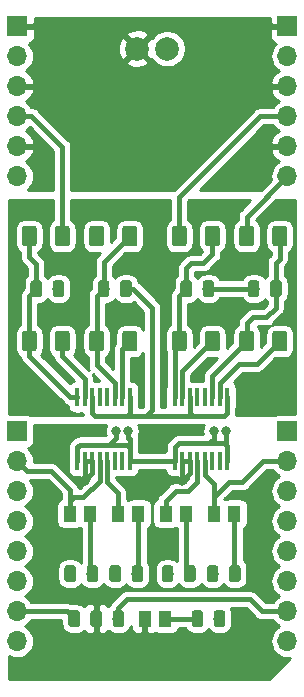
<source format=gbr>
G04 #@! TF.GenerationSoftware,KiCad,Pcbnew,(5.1.2)-2*
G04 #@! TF.CreationDate,2019-12-14T19:53:28+01:00*
G04 #@! TF.ProjectId,IS1212_click,49533132-3132-45f6-936c-69636b2e6b69,rev?*
G04 #@! TF.SameCoordinates,Original*
G04 #@! TF.FileFunction,Copper,L1,Top*
G04 #@! TF.FilePolarity,Positive*
%FSLAX46Y46*%
G04 Gerber Fmt 4.6, Leading zero omitted, Abs format (unit mm)*
G04 Created by KiCad (PCBNEW (5.1.2)-2) date 2019-12-14 19:53:28*
%MOMM*%
%LPD*%
G04 APERTURE LIST*
%ADD10R,0.406400X1.600200*%
%ADD11R,1.700000X1.700000*%
%ADD12O,1.700000X1.700000*%
%ADD13C,2.000000*%
%ADD14C,0.100000*%
%ADD15C,0.975000*%
%ADD16C,1.250000*%
%ADD17R,1.100000X1.400000*%
%ADD18C,0.800000*%
%ADD19C,0.381000*%
%ADD20C,0.254000*%
G04 APERTURE END LIST*
D10*
X74295000Y-133350000D03*
X73660000Y-133350000D03*
X73025000Y-133350000D03*
X72390000Y-133350000D03*
X71755000Y-133350000D03*
X71120000Y-133350000D03*
X70485000Y-133350000D03*
X69850000Y-133350000D03*
X74295000Y-127939800D03*
X73660000Y-127939800D03*
X73025000Y-127939800D03*
X72390000Y-127939800D03*
X71755000Y-127939800D03*
X71120000Y-127939800D03*
X70485000Y-127939800D03*
X69850000Y-127939800D03*
X78105000Y-127939800D03*
X78740000Y-127939800D03*
X79375000Y-127939800D03*
X80010000Y-127939800D03*
X80645000Y-127939800D03*
X81280000Y-127939800D03*
X81915000Y-127939800D03*
X82550000Y-127939800D03*
X78105000Y-133350000D03*
X78740000Y-133350000D03*
X79375000Y-133350000D03*
X80010000Y-133350000D03*
X80645000Y-133350000D03*
X81280000Y-133350000D03*
X81915000Y-133350000D03*
X82550000Y-133350000D03*
D11*
X64770000Y-96520000D03*
D12*
X64770000Y-99060000D03*
X64770000Y-101600000D03*
X64770000Y-104140000D03*
X64770000Y-106680000D03*
X64770000Y-109220000D03*
X87630000Y-109220000D03*
X87630000Y-106680000D03*
X87630000Y-104140000D03*
X87630000Y-101600000D03*
X87630000Y-99060000D03*
D11*
X87630000Y-96520000D03*
D13*
X74930000Y-98425000D03*
X77470000Y-98425000D03*
D14*
G36*
X66640142Y-118046174D02*
G01*
X66663803Y-118049684D01*
X66687007Y-118055496D01*
X66709529Y-118063554D01*
X66731153Y-118073782D01*
X66751670Y-118086079D01*
X66770883Y-118100329D01*
X66788607Y-118116393D01*
X66804671Y-118134117D01*
X66818921Y-118153330D01*
X66831218Y-118173847D01*
X66841446Y-118195471D01*
X66849504Y-118217993D01*
X66855316Y-118241197D01*
X66858826Y-118264858D01*
X66860000Y-118288750D01*
X66860000Y-119201250D01*
X66858826Y-119225142D01*
X66855316Y-119248803D01*
X66849504Y-119272007D01*
X66841446Y-119294529D01*
X66831218Y-119316153D01*
X66818921Y-119336670D01*
X66804671Y-119355883D01*
X66788607Y-119373607D01*
X66770883Y-119389671D01*
X66751670Y-119403921D01*
X66731153Y-119416218D01*
X66709529Y-119426446D01*
X66687007Y-119434504D01*
X66663803Y-119440316D01*
X66640142Y-119443826D01*
X66616250Y-119445000D01*
X66128750Y-119445000D01*
X66104858Y-119443826D01*
X66081197Y-119440316D01*
X66057993Y-119434504D01*
X66035471Y-119426446D01*
X66013847Y-119416218D01*
X65993330Y-119403921D01*
X65974117Y-119389671D01*
X65956393Y-119373607D01*
X65940329Y-119355883D01*
X65926079Y-119336670D01*
X65913782Y-119316153D01*
X65903554Y-119294529D01*
X65895496Y-119272007D01*
X65889684Y-119248803D01*
X65886174Y-119225142D01*
X65885000Y-119201250D01*
X65885000Y-118288750D01*
X65886174Y-118264858D01*
X65889684Y-118241197D01*
X65895496Y-118217993D01*
X65903554Y-118195471D01*
X65913782Y-118173847D01*
X65926079Y-118153330D01*
X65940329Y-118134117D01*
X65956393Y-118116393D01*
X65974117Y-118100329D01*
X65993330Y-118086079D01*
X66013847Y-118073782D01*
X66035471Y-118063554D01*
X66057993Y-118055496D01*
X66081197Y-118049684D01*
X66104858Y-118046174D01*
X66128750Y-118045000D01*
X66616250Y-118045000D01*
X66640142Y-118046174D01*
X66640142Y-118046174D01*
G37*
D15*
X66372500Y-118745000D03*
D14*
G36*
X68515142Y-118046174D02*
G01*
X68538803Y-118049684D01*
X68562007Y-118055496D01*
X68584529Y-118063554D01*
X68606153Y-118073782D01*
X68626670Y-118086079D01*
X68645883Y-118100329D01*
X68663607Y-118116393D01*
X68679671Y-118134117D01*
X68693921Y-118153330D01*
X68706218Y-118173847D01*
X68716446Y-118195471D01*
X68724504Y-118217993D01*
X68730316Y-118241197D01*
X68733826Y-118264858D01*
X68735000Y-118288750D01*
X68735000Y-119201250D01*
X68733826Y-119225142D01*
X68730316Y-119248803D01*
X68724504Y-119272007D01*
X68716446Y-119294529D01*
X68706218Y-119316153D01*
X68693921Y-119336670D01*
X68679671Y-119355883D01*
X68663607Y-119373607D01*
X68645883Y-119389671D01*
X68626670Y-119403921D01*
X68606153Y-119416218D01*
X68584529Y-119426446D01*
X68562007Y-119434504D01*
X68538803Y-119440316D01*
X68515142Y-119443826D01*
X68491250Y-119445000D01*
X68003750Y-119445000D01*
X67979858Y-119443826D01*
X67956197Y-119440316D01*
X67932993Y-119434504D01*
X67910471Y-119426446D01*
X67888847Y-119416218D01*
X67868330Y-119403921D01*
X67849117Y-119389671D01*
X67831393Y-119373607D01*
X67815329Y-119355883D01*
X67801079Y-119336670D01*
X67788782Y-119316153D01*
X67778554Y-119294529D01*
X67770496Y-119272007D01*
X67764684Y-119248803D01*
X67761174Y-119225142D01*
X67760000Y-119201250D01*
X67760000Y-118288750D01*
X67761174Y-118264858D01*
X67764684Y-118241197D01*
X67770496Y-118217993D01*
X67778554Y-118195471D01*
X67788782Y-118173847D01*
X67801079Y-118153330D01*
X67815329Y-118134117D01*
X67831393Y-118116393D01*
X67849117Y-118100329D01*
X67868330Y-118086079D01*
X67888847Y-118073782D01*
X67910471Y-118063554D01*
X67932993Y-118055496D01*
X67956197Y-118049684D01*
X67979858Y-118046174D01*
X68003750Y-118045000D01*
X68491250Y-118045000D01*
X68515142Y-118046174D01*
X68515142Y-118046174D01*
G37*
D15*
X68247500Y-118745000D03*
D14*
G36*
X74230142Y-118046174D02*
G01*
X74253803Y-118049684D01*
X74277007Y-118055496D01*
X74299529Y-118063554D01*
X74321153Y-118073782D01*
X74341670Y-118086079D01*
X74360883Y-118100329D01*
X74378607Y-118116393D01*
X74394671Y-118134117D01*
X74408921Y-118153330D01*
X74421218Y-118173847D01*
X74431446Y-118195471D01*
X74439504Y-118217993D01*
X74445316Y-118241197D01*
X74448826Y-118264858D01*
X74450000Y-118288750D01*
X74450000Y-119201250D01*
X74448826Y-119225142D01*
X74445316Y-119248803D01*
X74439504Y-119272007D01*
X74431446Y-119294529D01*
X74421218Y-119316153D01*
X74408921Y-119336670D01*
X74394671Y-119355883D01*
X74378607Y-119373607D01*
X74360883Y-119389671D01*
X74341670Y-119403921D01*
X74321153Y-119416218D01*
X74299529Y-119426446D01*
X74277007Y-119434504D01*
X74253803Y-119440316D01*
X74230142Y-119443826D01*
X74206250Y-119445000D01*
X73718750Y-119445000D01*
X73694858Y-119443826D01*
X73671197Y-119440316D01*
X73647993Y-119434504D01*
X73625471Y-119426446D01*
X73603847Y-119416218D01*
X73583330Y-119403921D01*
X73564117Y-119389671D01*
X73546393Y-119373607D01*
X73530329Y-119355883D01*
X73516079Y-119336670D01*
X73503782Y-119316153D01*
X73493554Y-119294529D01*
X73485496Y-119272007D01*
X73479684Y-119248803D01*
X73476174Y-119225142D01*
X73475000Y-119201250D01*
X73475000Y-118288750D01*
X73476174Y-118264858D01*
X73479684Y-118241197D01*
X73485496Y-118217993D01*
X73493554Y-118195471D01*
X73503782Y-118173847D01*
X73516079Y-118153330D01*
X73530329Y-118134117D01*
X73546393Y-118116393D01*
X73564117Y-118100329D01*
X73583330Y-118086079D01*
X73603847Y-118073782D01*
X73625471Y-118063554D01*
X73647993Y-118055496D01*
X73671197Y-118049684D01*
X73694858Y-118046174D01*
X73718750Y-118045000D01*
X74206250Y-118045000D01*
X74230142Y-118046174D01*
X74230142Y-118046174D01*
G37*
D15*
X73962500Y-118745000D03*
D14*
G36*
X72355142Y-118046174D02*
G01*
X72378803Y-118049684D01*
X72402007Y-118055496D01*
X72424529Y-118063554D01*
X72446153Y-118073782D01*
X72466670Y-118086079D01*
X72485883Y-118100329D01*
X72503607Y-118116393D01*
X72519671Y-118134117D01*
X72533921Y-118153330D01*
X72546218Y-118173847D01*
X72556446Y-118195471D01*
X72564504Y-118217993D01*
X72570316Y-118241197D01*
X72573826Y-118264858D01*
X72575000Y-118288750D01*
X72575000Y-119201250D01*
X72573826Y-119225142D01*
X72570316Y-119248803D01*
X72564504Y-119272007D01*
X72556446Y-119294529D01*
X72546218Y-119316153D01*
X72533921Y-119336670D01*
X72519671Y-119355883D01*
X72503607Y-119373607D01*
X72485883Y-119389671D01*
X72466670Y-119403921D01*
X72446153Y-119416218D01*
X72424529Y-119426446D01*
X72402007Y-119434504D01*
X72378803Y-119440316D01*
X72355142Y-119443826D01*
X72331250Y-119445000D01*
X71843750Y-119445000D01*
X71819858Y-119443826D01*
X71796197Y-119440316D01*
X71772993Y-119434504D01*
X71750471Y-119426446D01*
X71728847Y-119416218D01*
X71708330Y-119403921D01*
X71689117Y-119389671D01*
X71671393Y-119373607D01*
X71655329Y-119355883D01*
X71641079Y-119336670D01*
X71628782Y-119316153D01*
X71618554Y-119294529D01*
X71610496Y-119272007D01*
X71604684Y-119248803D01*
X71601174Y-119225142D01*
X71600000Y-119201250D01*
X71600000Y-118288750D01*
X71601174Y-118264858D01*
X71604684Y-118241197D01*
X71610496Y-118217993D01*
X71618554Y-118195471D01*
X71628782Y-118173847D01*
X71641079Y-118153330D01*
X71655329Y-118134117D01*
X71671393Y-118116393D01*
X71689117Y-118100329D01*
X71708330Y-118086079D01*
X71728847Y-118073782D01*
X71750471Y-118063554D01*
X71772993Y-118055496D01*
X71796197Y-118049684D01*
X71819858Y-118046174D01*
X71843750Y-118045000D01*
X72331250Y-118045000D01*
X72355142Y-118046174D01*
X72355142Y-118046174D01*
G37*
D15*
X72087500Y-118745000D03*
D14*
G36*
X79340142Y-118046174D02*
G01*
X79363803Y-118049684D01*
X79387007Y-118055496D01*
X79409529Y-118063554D01*
X79431153Y-118073782D01*
X79451670Y-118086079D01*
X79470883Y-118100329D01*
X79488607Y-118116393D01*
X79504671Y-118134117D01*
X79518921Y-118153330D01*
X79531218Y-118173847D01*
X79541446Y-118195471D01*
X79549504Y-118217993D01*
X79555316Y-118241197D01*
X79558826Y-118264858D01*
X79560000Y-118288750D01*
X79560000Y-119201250D01*
X79558826Y-119225142D01*
X79555316Y-119248803D01*
X79549504Y-119272007D01*
X79541446Y-119294529D01*
X79531218Y-119316153D01*
X79518921Y-119336670D01*
X79504671Y-119355883D01*
X79488607Y-119373607D01*
X79470883Y-119389671D01*
X79451670Y-119403921D01*
X79431153Y-119416218D01*
X79409529Y-119426446D01*
X79387007Y-119434504D01*
X79363803Y-119440316D01*
X79340142Y-119443826D01*
X79316250Y-119445000D01*
X78828750Y-119445000D01*
X78804858Y-119443826D01*
X78781197Y-119440316D01*
X78757993Y-119434504D01*
X78735471Y-119426446D01*
X78713847Y-119416218D01*
X78693330Y-119403921D01*
X78674117Y-119389671D01*
X78656393Y-119373607D01*
X78640329Y-119355883D01*
X78626079Y-119336670D01*
X78613782Y-119316153D01*
X78603554Y-119294529D01*
X78595496Y-119272007D01*
X78589684Y-119248803D01*
X78586174Y-119225142D01*
X78585000Y-119201250D01*
X78585000Y-118288750D01*
X78586174Y-118264858D01*
X78589684Y-118241197D01*
X78595496Y-118217993D01*
X78603554Y-118195471D01*
X78613782Y-118173847D01*
X78626079Y-118153330D01*
X78640329Y-118134117D01*
X78656393Y-118116393D01*
X78674117Y-118100329D01*
X78693330Y-118086079D01*
X78713847Y-118073782D01*
X78735471Y-118063554D01*
X78757993Y-118055496D01*
X78781197Y-118049684D01*
X78804858Y-118046174D01*
X78828750Y-118045000D01*
X79316250Y-118045000D01*
X79340142Y-118046174D01*
X79340142Y-118046174D01*
G37*
D15*
X79072500Y-118745000D03*
D14*
G36*
X81215142Y-118046174D02*
G01*
X81238803Y-118049684D01*
X81262007Y-118055496D01*
X81284529Y-118063554D01*
X81306153Y-118073782D01*
X81326670Y-118086079D01*
X81345883Y-118100329D01*
X81363607Y-118116393D01*
X81379671Y-118134117D01*
X81393921Y-118153330D01*
X81406218Y-118173847D01*
X81416446Y-118195471D01*
X81424504Y-118217993D01*
X81430316Y-118241197D01*
X81433826Y-118264858D01*
X81435000Y-118288750D01*
X81435000Y-119201250D01*
X81433826Y-119225142D01*
X81430316Y-119248803D01*
X81424504Y-119272007D01*
X81416446Y-119294529D01*
X81406218Y-119316153D01*
X81393921Y-119336670D01*
X81379671Y-119355883D01*
X81363607Y-119373607D01*
X81345883Y-119389671D01*
X81326670Y-119403921D01*
X81306153Y-119416218D01*
X81284529Y-119426446D01*
X81262007Y-119434504D01*
X81238803Y-119440316D01*
X81215142Y-119443826D01*
X81191250Y-119445000D01*
X80703750Y-119445000D01*
X80679858Y-119443826D01*
X80656197Y-119440316D01*
X80632993Y-119434504D01*
X80610471Y-119426446D01*
X80588847Y-119416218D01*
X80568330Y-119403921D01*
X80549117Y-119389671D01*
X80531393Y-119373607D01*
X80515329Y-119355883D01*
X80501079Y-119336670D01*
X80488782Y-119316153D01*
X80478554Y-119294529D01*
X80470496Y-119272007D01*
X80464684Y-119248803D01*
X80461174Y-119225142D01*
X80460000Y-119201250D01*
X80460000Y-118288750D01*
X80461174Y-118264858D01*
X80464684Y-118241197D01*
X80470496Y-118217993D01*
X80478554Y-118195471D01*
X80488782Y-118173847D01*
X80501079Y-118153330D01*
X80515329Y-118134117D01*
X80531393Y-118116393D01*
X80549117Y-118100329D01*
X80568330Y-118086079D01*
X80588847Y-118073782D01*
X80610471Y-118063554D01*
X80632993Y-118055496D01*
X80656197Y-118049684D01*
X80679858Y-118046174D01*
X80703750Y-118045000D01*
X81191250Y-118045000D01*
X81215142Y-118046174D01*
X81215142Y-118046174D01*
G37*
D15*
X80947500Y-118745000D03*
D14*
G36*
X85055142Y-118046174D02*
G01*
X85078803Y-118049684D01*
X85102007Y-118055496D01*
X85124529Y-118063554D01*
X85146153Y-118073782D01*
X85166670Y-118086079D01*
X85185883Y-118100329D01*
X85203607Y-118116393D01*
X85219671Y-118134117D01*
X85233921Y-118153330D01*
X85246218Y-118173847D01*
X85256446Y-118195471D01*
X85264504Y-118217993D01*
X85270316Y-118241197D01*
X85273826Y-118264858D01*
X85275000Y-118288750D01*
X85275000Y-119201250D01*
X85273826Y-119225142D01*
X85270316Y-119248803D01*
X85264504Y-119272007D01*
X85256446Y-119294529D01*
X85246218Y-119316153D01*
X85233921Y-119336670D01*
X85219671Y-119355883D01*
X85203607Y-119373607D01*
X85185883Y-119389671D01*
X85166670Y-119403921D01*
X85146153Y-119416218D01*
X85124529Y-119426446D01*
X85102007Y-119434504D01*
X85078803Y-119440316D01*
X85055142Y-119443826D01*
X85031250Y-119445000D01*
X84543750Y-119445000D01*
X84519858Y-119443826D01*
X84496197Y-119440316D01*
X84472993Y-119434504D01*
X84450471Y-119426446D01*
X84428847Y-119416218D01*
X84408330Y-119403921D01*
X84389117Y-119389671D01*
X84371393Y-119373607D01*
X84355329Y-119355883D01*
X84341079Y-119336670D01*
X84328782Y-119316153D01*
X84318554Y-119294529D01*
X84310496Y-119272007D01*
X84304684Y-119248803D01*
X84301174Y-119225142D01*
X84300000Y-119201250D01*
X84300000Y-118288750D01*
X84301174Y-118264858D01*
X84304684Y-118241197D01*
X84310496Y-118217993D01*
X84318554Y-118195471D01*
X84328782Y-118173847D01*
X84341079Y-118153330D01*
X84355329Y-118134117D01*
X84371393Y-118116393D01*
X84389117Y-118100329D01*
X84408330Y-118086079D01*
X84428847Y-118073782D01*
X84450471Y-118063554D01*
X84472993Y-118055496D01*
X84496197Y-118049684D01*
X84519858Y-118046174D01*
X84543750Y-118045000D01*
X85031250Y-118045000D01*
X85055142Y-118046174D01*
X85055142Y-118046174D01*
G37*
D15*
X84787500Y-118745000D03*
D14*
G36*
X86930142Y-118046174D02*
G01*
X86953803Y-118049684D01*
X86977007Y-118055496D01*
X86999529Y-118063554D01*
X87021153Y-118073782D01*
X87041670Y-118086079D01*
X87060883Y-118100329D01*
X87078607Y-118116393D01*
X87094671Y-118134117D01*
X87108921Y-118153330D01*
X87121218Y-118173847D01*
X87131446Y-118195471D01*
X87139504Y-118217993D01*
X87145316Y-118241197D01*
X87148826Y-118264858D01*
X87150000Y-118288750D01*
X87150000Y-119201250D01*
X87148826Y-119225142D01*
X87145316Y-119248803D01*
X87139504Y-119272007D01*
X87131446Y-119294529D01*
X87121218Y-119316153D01*
X87108921Y-119336670D01*
X87094671Y-119355883D01*
X87078607Y-119373607D01*
X87060883Y-119389671D01*
X87041670Y-119403921D01*
X87021153Y-119416218D01*
X86999529Y-119426446D01*
X86977007Y-119434504D01*
X86953803Y-119440316D01*
X86930142Y-119443826D01*
X86906250Y-119445000D01*
X86418750Y-119445000D01*
X86394858Y-119443826D01*
X86371197Y-119440316D01*
X86347993Y-119434504D01*
X86325471Y-119426446D01*
X86303847Y-119416218D01*
X86283330Y-119403921D01*
X86264117Y-119389671D01*
X86246393Y-119373607D01*
X86230329Y-119355883D01*
X86216079Y-119336670D01*
X86203782Y-119316153D01*
X86193554Y-119294529D01*
X86185496Y-119272007D01*
X86179684Y-119248803D01*
X86176174Y-119225142D01*
X86175000Y-119201250D01*
X86175000Y-118288750D01*
X86176174Y-118264858D01*
X86179684Y-118241197D01*
X86185496Y-118217993D01*
X86193554Y-118195471D01*
X86203782Y-118173847D01*
X86216079Y-118153330D01*
X86230329Y-118134117D01*
X86246393Y-118116393D01*
X86264117Y-118100329D01*
X86283330Y-118086079D01*
X86303847Y-118073782D01*
X86325471Y-118063554D01*
X86347993Y-118055496D01*
X86371197Y-118049684D01*
X86394858Y-118046174D01*
X86418750Y-118045000D01*
X86906250Y-118045000D01*
X86930142Y-118046174D01*
X86930142Y-118046174D01*
G37*
D15*
X86662500Y-118745000D03*
D14*
G36*
X82152642Y-145986174D02*
G01*
X82176303Y-145989684D01*
X82199507Y-145995496D01*
X82222029Y-146003554D01*
X82243653Y-146013782D01*
X82264170Y-146026079D01*
X82283383Y-146040329D01*
X82301107Y-146056393D01*
X82317171Y-146074117D01*
X82331421Y-146093330D01*
X82343718Y-146113847D01*
X82353946Y-146135471D01*
X82362004Y-146157993D01*
X82367816Y-146181197D01*
X82371326Y-146204858D01*
X82372500Y-146228750D01*
X82372500Y-147141250D01*
X82371326Y-147165142D01*
X82367816Y-147188803D01*
X82362004Y-147212007D01*
X82353946Y-147234529D01*
X82343718Y-147256153D01*
X82331421Y-147276670D01*
X82317171Y-147295883D01*
X82301107Y-147313607D01*
X82283383Y-147329671D01*
X82264170Y-147343921D01*
X82243653Y-147356218D01*
X82222029Y-147366446D01*
X82199507Y-147374504D01*
X82176303Y-147380316D01*
X82152642Y-147383826D01*
X82128750Y-147385000D01*
X81641250Y-147385000D01*
X81617358Y-147383826D01*
X81593697Y-147380316D01*
X81570493Y-147374504D01*
X81547971Y-147366446D01*
X81526347Y-147356218D01*
X81505830Y-147343921D01*
X81486617Y-147329671D01*
X81468893Y-147313607D01*
X81452829Y-147295883D01*
X81438579Y-147276670D01*
X81426282Y-147256153D01*
X81416054Y-147234529D01*
X81407996Y-147212007D01*
X81402184Y-147188803D01*
X81398674Y-147165142D01*
X81397500Y-147141250D01*
X81397500Y-146228750D01*
X81398674Y-146204858D01*
X81402184Y-146181197D01*
X81407996Y-146157993D01*
X81416054Y-146135471D01*
X81426282Y-146113847D01*
X81438579Y-146093330D01*
X81452829Y-146074117D01*
X81468893Y-146056393D01*
X81486617Y-146040329D01*
X81505830Y-146026079D01*
X81526347Y-146013782D01*
X81547971Y-146003554D01*
X81570493Y-145995496D01*
X81593697Y-145989684D01*
X81617358Y-145986174D01*
X81641250Y-145985000D01*
X82128750Y-145985000D01*
X82152642Y-145986174D01*
X82152642Y-145986174D01*
G37*
D15*
X81885000Y-146685000D03*
D14*
G36*
X80277642Y-145986174D02*
G01*
X80301303Y-145989684D01*
X80324507Y-145995496D01*
X80347029Y-146003554D01*
X80368653Y-146013782D01*
X80389170Y-146026079D01*
X80408383Y-146040329D01*
X80426107Y-146056393D01*
X80442171Y-146074117D01*
X80456421Y-146093330D01*
X80468718Y-146113847D01*
X80478946Y-146135471D01*
X80487004Y-146157993D01*
X80492816Y-146181197D01*
X80496326Y-146204858D01*
X80497500Y-146228750D01*
X80497500Y-147141250D01*
X80496326Y-147165142D01*
X80492816Y-147188803D01*
X80487004Y-147212007D01*
X80478946Y-147234529D01*
X80468718Y-147256153D01*
X80456421Y-147276670D01*
X80442171Y-147295883D01*
X80426107Y-147313607D01*
X80408383Y-147329671D01*
X80389170Y-147343921D01*
X80368653Y-147356218D01*
X80347029Y-147366446D01*
X80324507Y-147374504D01*
X80301303Y-147380316D01*
X80277642Y-147383826D01*
X80253750Y-147385000D01*
X79766250Y-147385000D01*
X79742358Y-147383826D01*
X79718697Y-147380316D01*
X79695493Y-147374504D01*
X79672971Y-147366446D01*
X79651347Y-147356218D01*
X79630830Y-147343921D01*
X79611617Y-147329671D01*
X79593893Y-147313607D01*
X79577829Y-147295883D01*
X79563579Y-147276670D01*
X79551282Y-147256153D01*
X79541054Y-147234529D01*
X79532996Y-147212007D01*
X79527184Y-147188803D01*
X79523674Y-147165142D01*
X79522500Y-147141250D01*
X79522500Y-146228750D01*
X79523674Y-146204858D01*
X79527184Y-146181197D01*
X79532996Y-146157993D01*
X79541054Y-146135471D01*
X79551282Y-146113847D01*
X79563579Y-146093330D01*
X79577829Y-146074117D01*
X79593893Y-146056393D01*
X79611617Y-146040329D01*
X79630830Y-146026079D01*
X79651347Y-146013782D01*
X79672971Y-146003554D01*
X79695493Y-145995496D01*
X79718697Y-145989684D01*
X79742358Y-145986174D01*
X79766250Y-145985000D01*
X80253750Y-145985000D01*
X80277642Y-145986174D01*
X80277642Y-145986174D01*
G37*
D15*
X80010000Y-146685000D03*
D14*
G36*
X66179504Y-122316204D02*
G01*
X66203773Y-122319804D01*
X66227571Y-122325765D01*
X66250671Y-122334030D01*
X66272849Y-122344520D01*
X66293893Y-122357133D01*
X66313598Y-122371747D01*
X66331777Y-122388223D01*
X66348253Y-122406402D01*
X66362867Y-122426107D01*
X66375480Y-122447151D01*
X66385970Y-122469329D01*
X66394235Y-122492429D01*
X66400196Y-122516227D01*
X66403796Y-122540496D01*
X66405000Y-122565000D01*
X66405000Y-123815000D01*
X66403796Y-123839504D01*
X66400196Y-123863773D01*
X66394235Y-123887571D01*
X66385970Y-123910671D01*
X66375480Y-123932849D01*
X66362867Y-123953893D01*
X66348253Y-123973598D01*
X66331777Y-123991777D01*
X66313598Y-124008253D01*
X66293893Y-124022867D01*
X66272849Y-124035480D01*
X66250671Y-124045970D01*
X66227571Y-124054235D01*
X66203773Y-124060196D01*
X66179504Y-124063796D01*
X66155000Y-124065000D01*
X65405000Y-124065000D01*
X65380496Y-124063796D01*
X65356227Y-124060196D01*
X65332429Y-124054235D01*
X65309329Y-124045970D01*
X65287151Y-124035480D01*
X65266107Y-124022867D01*
X65246402Y-124008253D01*
X65228223Y-123991777D01*
X65211747Y-123973598D01*
X65197133Y-123953893D01*
X65184520Y-123932849D01*
X65174030Y-123910671D01*
X65165765Y-123887571D01*
X65159804Y-123863773D01*
X65156204Y-123839504D01*
X65155000Y-123815000D01*
X65155000Y-122565000D01*
X65156204Y-122540496D01*
X65159804Y-122516227D01*
X65165765Y-122492429D01*
X65174030Y-122469329D01*
X65184520Y-122447151D01*
X65197133Y-122426107D01*
X65211747Y-122406402D01*
X65228223Y-122388223D01*
X65246402Y-122371747D01*
X65266107Y-122357133D01*
X65287151Y-122344520D01*
X65309329Y-122334030D01*
X65332429Y-122325765D01*
X65356227Y-122319804D01*
X65380496Y-122316204D01*
X65405000Y-122315000D01*
X66155000Y-122315000D01*
X66179504Y-122316204D01*
X66179504Y-122316204D01*
G37*
D16*
X65780000Y-123190000D03*
D14*
G36*
X68979504Y-122316204D02*
G01*
X69003773Y-122319804D01*
X69027571Y-122325765D01*
X69050671Y-122334030D01*
X69072849Y-122344520D01*
X69093893Y-122357133D01*
X69113598Y-122371747D01*
X69131777Y-122388223D01*
X69148253Y-122406402D01*
X69162867Y-122426107D01*
X69175480Y-122447151D01*
X69185970Y-122469329D01*
X69194235Y-122492429D01*
X69200196Y-122516227D01*
X69203796Y-122540496D01*
X69205000Y-122565000D01*
X69205000Y-123815000D01*
X69203796Y-123839504D01*
X69200196Y-123863773D01*
X69194235Y-123887571D01*
X69185970Y-123910671D01*
X69175480Y-123932849D01*
X69162867Y-123953893D01*
X69148253Y-123973598D01*
X69131777Y-123991777D01*
X69113598Y-124008253D01*
X69093893Y-124022867D01*
X69072849Y-124035480D01*
X69050671Y-124045970D01*
X69027571Y-124054235D01*
X69003773Y-124060196D01*
X68979504Y-124063796D01*
X68955000Y-124065000D01*
X68205000Y-124065000D01*
X68180496Y-124063796D01*
X68156227Y-124060196D01*
X68132429Y-124054235D01*
X68109329Y-124045970D01*
X68087151Y-124035480D01*
X68066107Y-124022867D01*
X68046402Y-124008253D01*
X68028223Y-123991777D01*
X68011747Y-123973598D01*
X67997133Y-123953893D01*
X67984520Y-123932849D01*
X67974030Y-123910671D01*
X67965765Y-123887571D01*
X67959804Y-123863773D01*
X67956204Y-123839504D01*
X67955000Y-123815000D01*
X67955000Y-122565000D01*
X67956204Y-122540496D01*
X67959804Y-122516227D01*
X67965765Y-122492429D01*
X67974030Y-122469329D01*
X67984520Y-122447151D01*
X67997133Y-122426107D01*
X68011747Y-122406402D01*
X68028223Y-122388223D01*
X68046402Y-122371747D01*
X68066107Y-122357133D01*
X68087151Y-122344520D01*
X68109329Y-122334030D01*
X68132429Y-122325765D01*
X68156227Y-122319804D01*
X68180496Y-122316204D01*
X68205000Y-122315000D01*
X68955000Y-122315000D01*
X68979504Y-122316204D01*
X68979504Y-122316204D01*
G37*
D16*
X68580000Y-123190000D03*
D14*
G36*
X74694504Y-113426204D02*
G01*
X74718773Y-113429804D01*
X74742571Y-113435765D01*
X74765671Y-113444030D01*
X74787849Y-113454520D01*
X74808893Y-113467133D01*
X74828598Y-113481747D01*
X74846777Y-113498223D01*
X74863253Y-113516402D01*
X74877867Y-113536107D01*
X74890480Y-113557151D01*
X74900970Y-113579329D01*
X74909235Y-113602429D01*
X74915196Y-113626227D01*
X74918796Y-113650496D01*
X74920000Y-113675000D01*
X74920000Y-114925000D01*
X74918796Y-114949504D01*
X74915196Y-114973773D01*
X74909235Y-114997571D01*
X74900970Y-115020671D01*
X74890480Y-115042849D01*
X74877867Y-115063893D01*
X74863253Y-115083598D01*
X74846777Y-115101777D01*
X74828598Y-115118253D01*
X74808893Y-115132867D01*
X74787849Y-115145480D01*
X74765671Y-115155970D01*
X74742571Y-115164235D01*
X74718773Y-115170196D01*
X74694504Y-115173796D01*
X74670000Y-115175000D01*
X73920000Y-115175000D01*
X73895496Y-115173796D01*
X73871227Y-115170196D01*
X73847429Y-115164235D01*
X73824329Y-115155970D01*
X73802151Y-115145480D01*
X73781107Y-115132867D01*
X73761402Y-115118253D01*
X73743223Y-115101777D01*
X73726747Y-115083598D01*
X73712133Y-115063893D01*
X73699520Y-115042849D01*
X73689030Y-115020671D01*
X73680765Y-114997571D01*
X73674804Y-114973773D01*
X73671204Y-114949504D01*
X73670000Y-114925000D01*
X73670000Y-113675000D01*
X73671204Y-113650496D01*
X73674804Y-113626227D01*
X73680765Y-113602429D01*
X73689030Y-113579329D01*
X73699520Y-113557151D01*
X73712133Y-113536107D01*
X73726747Y-113516402D01*
X73743223Y-113498223D01*
X73761402Y-113481747D01*
X73781107Y-113467133D01*
X73802151Y-113454520D01*
X73824329Y-113444030D01*
X73847429Y-113435765D01*
X73871227Y-113429804D01*
X73895496Y-113426204D01*
X73920000Y-113425000D01*
X74670000Y-113425000D01*
X74694504Y-113426204D01*
X74694504Y-113426204D01*
G37*
D16*
X74295000Y-114300000D03*
D14*
G36*
X71894504Y-113426204D02*
G01*
X71918773Y-113429804D01*
X71942571Y-113435765D01*
X71965671Y-113444030D01*
X71987849Y-113454520D01*
X72008893Y-113467133D01*
X72028598Y-113481747D01*
X72046777Y-113498223D01*
X72063253Y-113516402D01*
X72077867Y-113536107D01*
X72090480Y-113557151D01*
X72100970Y-113579329D01*
X72109235Y-113602429D01*
X72115196Y-113626227D01*
X72118796Y-113650496D01*
X72120000Y-113675000D01*
X72120000Y-114925000D01*
X72118796Y-114949504D01*
X72115196Y-114973773D01*
X72109235Y-114997571D01*
X72100970Y-115020671D01*
X72090480Y-115042849D01*
X72077867Y-115063893D01*
X72063253Y-115083598D01*
X72046777Y-115101777D01*
X72028598Y-115118253D01*
X72008893Y-115132867D01*
X71987849Y-115145480D01*
X71965671Y-115155970D01*
X71942571Y-115164235D01*
X71918773Y-115170196D01*
X71894504Y-115173796D01*
X71870000Y-115175000D01*
X71120000Y-115175000D01*
X71095496Y-115173796D01*
X71071227Y-115170196D01*
X71047429Y-115164235D01*
X71024329Y-115155970D01*
X71002151Y-115145480D01*
X70981107Y-115132867D01*
X70961402Y-115118253D01*
X70943223Y-115101777D01*
X70926747Y-115083598D01*
X70912133Y-115063893D01*
X70899520Y-115042849D01*
X70889030Y-115020671D01*
X70880765Y-114997571D01*
X70874804Y-114973773D01*
X70871204Y-114949504D01*
X70870000Y-114925000D01*
X70870000Y-113675000D01*
X70871204Y-113650496D01*
X70874804Y-113626227D01*
X70880765Y-113602429D01*
X70889030Y-113579329D01*
X70899520Y-113557151D01*
X70912133Y-113536107D01*
X70926747Y-113516402D01*
X70943223Y-113498223D01*
X70961402Y-113481747D01*
X70981107Y-113467133D01*
X71002151Y-113454520D01*
X71024329Y-113444030D01*
X71047429Y-113435765D01*
X71071227Y-113429804D01*
X71095496Y-113426204D01*
X71120000Y-113425000D01*
X71870000Y-113425000D01*
X71894504Y-113426204D01*
X71894504Y-113426204D01*
G37*
D16*
X71495000Y-114300000D03*
D14*
G36*
X81679504Y-122316204D02*
G01*
X81703773Y-122319804D01*
X81727571Y-122325765D01*
X81750671Y-122334030D01*
X81772849Y-122344520D01*
X81793893Y-122357133D01*
X81813598Y-122371747D01*
X81831777Y-122388223D01*
X81848253Y-122406402D01*
X81862867Y-122426107D01*
X81875480Y-122447151D01*
X81885970Y-122469329D01*
X81894235Y-122492429D01*
X81900196Y-122516227D01*
X81903796Y-122540496D01*
X81905000Y-122565000D01*
X81905000Y-123815000D01*
X81903796Y-123839504D01*
X81900196Y-123863773D01*
X81894235Y-123887571D01*
X81885970Y-123910671D01*
X81875480Y-123932849D01*
X81862867Y-123953893D01*
X81848253Y-123973598D01*
X81831777Y-123991777D01*
X81813598Y-124008253D01*
X81793893Y-124022867D01*
X81772849Y-124035480D01*
X81750671Y-124045970D01*
X81727571Y-124054235D01*
X81703773Y-124060196D01*
X81679504Y-124063796D01*
X81655000Y-124065000D01*
X80905000Y-124065000D01*
X80880496Y-124063796D01*
X80856227Y-124060196D01*
X80832429Y-124054235D01*
X80809329Y-124045970D01*
X80787151Y-124035480D01*
X80766107Y-124022867D01*
X80746402Y-124008253D01*
X80728223Y-123991777D01*
X80711747Y-123973598D01*
X80697133Y-123953893D01*
X80684520Y-123932849D01*
X80674030Y-123910671D01*
X80665765Y-123887571D01*
X80659804Y-123863773D01*
X80656204Y-123839504D01*
X80655000Y-123815000D01*
X80655000Y-122565000D01*
X80656204Y-122540496D01*
X80659804Y-122516227D01*
X80665765Y-122492429D01*
X80674030Y-122469329D01*
X80684520Y-122447151D01*
X80697133Y-122426107D01*
X80711747Y-122406402D01*
X80728223Y-122388223D01*
X80746402Y-122371747D01*
X80766107Y-122357133D01*
X80787151Y-122344520D01*
X80809329Y-122334030D01*
X80832429Y-122325765D01*
X80856227Y-122319804D01*
X80880496Y-122316204D01*
X80905000Y-122315000D01*
X81655000Y-122315000D01*
X81679504Y-122316204D01*
X81679504Y-122316204D01*
G37*
D16*
X81280000Y-123190000D03*
D14*
G36*
X78879504Y-122316204D02*
G01*
X78903773Y-122319804D01*
X78927571Y-122325765D01*
X78950671Y-122334030D01*
X78972849Y-122344520D01*
X78993893Y-122357133D01*
X79013598Y-122371747D01*
X79031777Y-122388223D01*
X79048253Y-122406402D01*
X79062867Y-122426107D01*
X79075480Y-122447151D01*
X79085970Y-122469329D01*
X79094235Y-122492429D01*
X79100196Y-122516227D01*
X79103796Y-122540496D01*
X79105000Y-122565000D01*
X79105000Y-123815000D01*
X79103796Y-123839504D01*
X79100196Y-123863773D01*
X79094235Y-123887571D01*
X79085970Y-123910671D01*
X79075480Y-123932849D01*
X79062867Y-123953893D01*
X79048253Y-123973598D01*
X79031777Y-123991777D01*
X79013598Y-124008253D01*
X78993893Y-124022867D01*
X78972849Y-124035480D01*
X78950671Y-124045970D01*
X78927571Y-124054235D01*
X78903773Y-124060196D01*
X78879504Y-124063796D01*
X78855000Y-124065000D01*
X78105000Y-124065000D01*
X78080496Y-124063796D01*
X78056227Y-124060196D01*
X78032429Y-124054235D01*
X78009329Y-124045970D01*
X77987151Y-124035480D01*
X77966107Y-124022867D01*
X77946402Y-124008253D01*
X77928223Y-123991777D01*
X77911747Y-123973598D01*
X77897133Y-123953893D01*
X77884520Y-123932849D01*
X77874030Y-123910671D01*
X77865765Y-123887571D01*
X77859804Y-123863773D01*
X77856204Y-123839504D01*
X77855000Y-123815000D01*
X77855000Y-122565000D01*
X77856204Y-122540496D01*
X77859804Y-122516227D01*
X77865765Y-122492429D01*
X77874030Y-122469329D01*
X77884520Y-122447151D01*
X77897133Y-122426107D01*
X77911747Y-122406402D01*
X77928223Y-122388223D01*
X77946402Y-122371747D01*
X77966107Y-122357133D01*
X77987151Y-122344520D01*
X78009329Y-122334030D01*
X78032429Y-122325765D01*
X78056227Y-122319804D01*
X78080496Y-122316204D01*
X78105000Y-122315000D01*
X78855000Y-122315000D01*
X78879504Y-122316204D01*
X78879504Y-122316204D01*
G37*
D16*
X78480000Y-123190000D03*
D14*
G36*
X87394504Y-122316204D02*
G01*
X87418773Y-122319804D01*
X87442571Y-122325765D01*
X87465671Y-122334030D01*
X87487849Y-122344520D01*
X87508893Y-122357133D01*
X87528598Y-122371747D01*
X87546777Y-122388223D01*
X87563253Y-122406402D01*
X87577867Y-122426107D01*
X87590480Y-122447151D01*
X87600970Y-122469329D01*
X87609235Y-122492429D01*
X87615196Y-122516227D01*
X87618796Y-122540496D01*
X87620000Y-122565000D01*
X87620000Y-123815000D01*
X87618796Y-123839504D01*
X87615196Y-123863773D01*
X87609235Y-123887571D01*
X87600970Y-123910671D01*
X87590480Y-123932849D01*
X87577867Y-123953893D01*
X87563253Y-123973598D01*
X87546777Y-123991777D01*
X87528598Y-124008253D01*
X87508893Y-124022867D01*
X87487849Y-124035480D01*
X87465671Y-124045970D01*
X87442571Y-124054235D01*
X87418773Y-124060196D01*
X87394504Y-124063796D01*
X87370000Y-124065000D01*
X86620000Y-124065000D01*
X86595496Y-124063796D01*
X86571227Y-124060196D01*
X86547429Y-124054235D01*
X86524329Y-124045970D01*
X86502151Y-124035480D01*
X86481107Y-124022867D01*
X86461402Y-124008253D01*
X86443223Y-123991777D01*
X86426747Y-123973598D01*
X86412133Y-123953893D01*
X86399520Y-123932849D01*
X86389030Y-123910671D01*
X86380765Y-123887571D01*
X86374804Y-123863773D01*
X86371204Y-123839504D01*
X86370000Y-123815000D01*
X86370000Y-122565000D01*
X86371204Y-122540496D01*
X86374804Y-122516227D01*
X86380765Y-122492429D01*
X86389030Y-122469329D01*
X86399520Y-122447151D01*
X86412133Y-122426107D01*
X86426747Y-122406402D01*
X86443223Y-122388223D01*
X86461402Y-122371747D01*
X86481107Y-122357133D01*
X86502151Y-122344520D01*
X86524329Y-122334030D01*
X86547429Y-122325765D01*
X86571227Y-122319804D01*
X86595496Y-122316204D01*
X86620000Y-122315000D01*
X87370000Y-122315000D01*
X87394504Y-122316204D01*
X87394504Y-122316204D01*
G37*
D16*
X86995000Y-123190000D03*
D14*
G36*
X84594504Y-122316204D02*
G01*
X84618773Y-122319804D01*
X84642571Y-122325765D01*
X84665671Y-122334030D01*
X84687849Y-122344520D01*
X84708893Y-122357133D01*
X84728598Y-122371747D01*
X84746777Y-122388223D01*
X84763253Y-122406402D01*
X84777867Y-122426107D01*
X84790480Y-122447151D01*
X84800970Y-122469329D01*
X84809235Y-122492429D01*
X84815196Y-122516227D01*
X84818796Y-122540496D01*
X84820000Y-122565000D01*
X84820000Y-123815000D01*
X84818796Y-123839504D01*
X84815196Y-123863773D01*
X84809235Y-123887571D01*
X84800970Y-123910671D01*
X84790480Y-123932849D01*
X84777867Y-123953893D01*
X84763253Y-123973598D01*
X84746777Y-123991777D01*
X84728598Y-124008253D01*
X84708893Y-124022867D01*
X84687849Y-124035480D01*
X84665671Y-124045970D01*
X84642571Y-124054235D01*
X84618773Y-124060196D01*
X84594504Y-124063796D01*
X84570000Y-124065000D01*
X83820000Y-124065000D01*
X83795496Y-124063796D01*
X83771227Y-124060196D01*
X83747429Y-124054235D01*
X83724329Y-124045970D01*
X83702151Y-124035480D01*
X83681107Y-124022867D01*
X83661402Y-124008253D01*
X83643223Y-123991777D01*
X83626747Y-123973598D01*
X83612133Y-123953893D01*
X83599520Y-123932849D01*
X83589030Y-123910671D01*
X83580765Y-123887571D01*
X83574804Y-123863773D01*
X83571204Y-123839504D01*
X83570000Y-123815000D01*
X83570000Y-122565000D01*
X83571204Y-122540496D01*
X83574804Y-122516227D01*
X83580765Y-122492429D01*
X83589030Y-122469329D01*
X83599520Y-122447151D01*
X83612133Y-122426107D01*
X83626747Y-122406402D01*
X83643223Y-122388223D01*
X83661402Y-122371747D01*
X83681107Y-122357133D01*
X83702151Y-122344520D01*
X83724329Y-122334030D01*
X83747429Y-122325765D01*
X83771227Y-122319804D01*
X83795496Y-122316204D01*
X83820000Y-122315000D01*
X84570000Y-122315000D01*
X84594504Y-122316204D01*
X84594504Y-122316204D01*
G37*
D16*
X84195000Y-123190000D03*
D14*
G36*
X66179504Y-113426204D02*
G01*
X66203773Y-113429804D01*
X66227571Y-113435765D01*
X66250671Y-113444030D01*
X66272849Y-113454520D01*
X66293893Y-113467133D01*
X66313598Y-113481747D01*
X66331777Y-113498223D01*
X66348253Y-113516402D01*
X66362867Y-113536107D01*
X66375480Y-113557151D01*
X66385970Y-113579329D01*
X66394235Y-113602429D01*
X66400196Y-113626227D01*
X66403796Y-113650496D01*
X66405000Y-113675000D01*
X66405000Y-114925000D01*
X66403796Y-114949504D01*
X66400196Y-114973773D01*
X66394235Y-114997571D01*
X66385970Y-115020671D01*
X66375480Y-115042849D01*
X66362867Y-115063893D01*
X66348253Y-115083598D01*
X66331777Y-115101777D01*
X66313598Y-115118253D01*
X66293893Y-115132867D01*
X66272849Y-115145480D01*
X66250671Y-115155970D01*
X66227571Y-115164235D01*
X66203773Y-115170196D01*
X66179504Y-115173796D01*
X66155000Y-115175000D01*
X65405000Y-115175000D01*
X65380496Y-115173796D01*
X65356227Y-115170196D01*
X65332429Y-115164235D01*
X65309329Y-115155970D01*
X65287151Y-115145480D01*
X65266107Y-115132867D01*
X65246402Y-115118253D01*
X65228223Y-115101777D01*
X65211747Y-115083598D01*
X65197133Y-115063893D01*
X65184520Y-115042849D01*
X65174030Y-115020671D01*
X65165765Y-114997571D01*
X65159804Y-114973773D01*
X65156204Y-114949504D01*
X65155000Y-114925000D01*
X65155000Y-113675000D01*
X65156204Y-113650496D01*
X65159804Y-113626227D01*
X65165765Y-113602429D01*
X65174030Y-113579329D01*
X65184520Y-113557151D01*
X65197133Y-113536107D01*
X65211747Y-113516402D01*
X65228223Y-113498223D01*
X65246402Y-113481747D01*
X65266107Y-113467133D01*
X65287151Y-113454520D01*
X65309329Y-113444030D01*
X65332429Y-113435765D01*
X65356227Y-113429804D01*
X65380496Y-113426204D01*
X65405000Y-113425000D01*
X66155000Y-113425000D01*
X66179504Y-113426204D01*
X66179504Y-113426204D01*
G37*
D16*
X65780000Y-114300000D03*
D14*
G36*
X68979504Y-113426204D02*
G01*
X69003773Y-113429804D01*
X69027571Y-113435765D01*
X69050671Y-113444030D01*
X69072849Y-113454520D01*
X69093893Y-113467133D01*
X69113598Y-113481747D01*
X69131777Y-113498223D01*
X69148253Y-113516402D01*
X69162867Y-113536107D01*
X69175480Y-113557151D01*
X69185970Y-113579329D01*
X69194235Y-113602429D01*
X69200196Y-113626227D01*
X69203796Y-113650496D01*
X69205000Y-113675000D01*
X69205000Y-114925000D01*
X69203796Y-114949504D01*
X69200196Y-114973773D01*
X69194235Y-114997571D01*
X69185970Y-115020671D01*
X69175480Y-115042849D01*
X69162867Y-115063893D01*
X69148253Y-115083598D01*
X69131777Y-115101777D01*
X69113598Y-115118253D01*
X69093893Y-115132867D01*
X69072849Y-115145480D01*
X69050671Y-115155970D01*
X69027571Y-115164235D01*
X69003773Y-115170196D01*
X68979504Y-115173796D01*
X68955000Y-115175000D01*
X68205000Y-115175000D01*
X68180496Y-115173796D01*
X68156227Y-115170196D01*
X68132429Y-115164235D01*
X68109329Y-115155970D01*
X68087151Y-115145480D01*
X68066107Y-115132867D01*
X68046402Y-115118253D01*
X68028223Y-115101777D01*
X68011747Y-115083598D01*
X67997133Y-115063893D01*
X67984520Y-115042849D01*
X67974030Y-115020671D01*
X67965765Y-114997571D01*
X67959804Y-114973773D01*
X67956204Y-114949504D01*
X67955000Y-114925000D01*
X67955000Y-113675000D01*
X67956204Y-113650496D01*
X67959804Y-113626227D01*
X67965765Y-113602429D01*
X67974030Y-113579329D01*
X67984520Y-113557151D01*
X67997133Y-113536107D01*
X68011747Y-113516402D01*
X68028223Y-113498223D01*
X68046402Y-113481747D01*
X68066107Y-113467133D01*
X68087151Y-113454520D01*
X68109329Y-113444030D01*
X68132429Y-113435765D01*
X68156227Y-113429804D01*
X68180496Y-113426204D01*
X68205000Y-113425000D01*
X68955000Y-113425000D01*
X68979504Y-113426204D01*
X68979504Y-113426204D01*
G37*
D16*
X68580000Y-114300000D03*
D14*
G36*
X71894504Y-122316204D02*
G01*
X71918773Y-122319804D01*
X71942571Y-122325765D01*
X71965671Y-122334030D01*
X71987849Y-122344520D01*
X72008893Y-122357133D01*
X72028598Y-122371747D01*
X72046777Y-122388223D01*
X72063253Y-122406402D01*
X72077867Y-122426107D01*
X72090480Y-122447151D01*
X72100970Y-122469329D01*
X72109235Y-122492429D01*
X72115196Y-122516227D01*
X72118796Y-122540496D01*
X72120000Y-122565000D01*
X72120000Y-123815000D01*
X72118796Y-123839504D01*
X72115196Y-123863773D01*
X72109235Y-123887571D01*
X72100970Y-123910671D01*
X72090480Y-123932849D01*
X72077867Y-123953893D01*
X72063253Y-123973598D01*
X72046777Y-123991777D01*
X72028598Y-124008253D01*
X72008893Y-124022867D01*
X71987849Y-124035480D01*
X71965671Y-124045970D01*
X71942571Y-124054235D01*
X71918773Y-124060196D01*
X71894504Y-124063796D01*
X71870000Y-124065000D01*
X71120000Y-124065000D01*
X71095496Y-124063796D01*
X71071227Y-124060196D01*
X71047429Y-124054235D01*
X71024329Y-124045970D01*
X71002151Y-124035480D01*
X70981107Y-124022867D01*
X70961402Y-124008253D01*
X70943223Y-123991777D01*
X70926747Y-123973598D01*
X70912133Y-123953893D01*
X70899520Y-123932849D01*
X70889030Y-123910671D01*
X70880765Y-123887571D01*
X70874804Y-123863773D01*
X70871204Y-123839504D01*
X70870000Y-123815000D01*
X70870000Y-122565000D01*
X70871204Y-122540496D01*
X70874804Y-122516227D01*
X70880765Y-122492429D01*
X70889030Y-122469329D01*
X70899520Y-122447151D01*
X70912133Y-122426107D01*
X70926747Y-122406402D01*
X70943223Y-122388223D01*
X70961402Y-122371747D01*
X70981107Y-122357133D01*
X71002151Y-122344520D01*
X71024329Y-122334030D01*
X71047429Y-122325765D01*
X71071227Y-122319804D01*
X71095496Y-122316204D01*
X71120000Y-122315000D01*
X71870000Y-122315000D01*
X71894504Y-122316204D01*
X71894504Y-122316204D01*
G37*
D16*
X71495000Y-123190000D03*
D14*
G36*
X74694504Y-122316204D02*
G01*
X74718773Y-122319804D01*
X74742571Y-122325765D01*
X74765671Y-122334030D01*
X74787849Y-122344520D01*
X74808893Y-122357133D01*
X74828598Y-122371747D01*
X74846777Y-122388223D01*
X74863253Y-122406402D01*
X74877867Y-122426107D01*
X74890480Y-122447151D01*
X74900970Y-122469329D01*
X74909235Y-122492429D01*
X74915196Y-122516227D01*
X74918796Y-122540496D01*
X74920000Y-122565000D01*
X74920000Y-123815000D01*
X74918796Y-123839504D01*
X74915196Y-123863773D01*
X74909235Y-123887571D01*
X74900970Y-123910671D01*
X74890480Y-123932849D01*
X74877867Y-123953893D01*
X74863253Y-123973598D01*
X74846777Y-123991777D01*
X74828598Y-124008253D01*
X74808893Y-124022867D01*
X74787849Y-124035480D01*
X74765671Y-124045970D01*
X74742571Y-124054235D01*
X74718773Y-124060196D01*
X74694504Y-124063796D01*
X74670000Y-124065000D01*
X73920000Y-124065000D01*
X73895496Y-124063796D01*
X73871227Y-124060196D01*
X73847429Y-124054235D01*
X73824329Y-124045970D01*
X73802151Y-124035480D01*
X73781107Y-124022867D01*
X73761402Y-124008253D01*
X73743223Y-123991777D01*
X73726747Y-123973598D01*
X73712133Y-123953893D01*
X73699520Y-123932849D01*
X73689030Y-123910671D01*
X73680765Y-123887571D01*
X73674804Y-123863773D01*
X73671204Y-123839504D01*
X73670000Y-123815000D01*
X73670000Y-122565000D01*
X73671204Y-122540496D01*
X73674804Y-122516227D01*
X73680765Y-122492429D01*
X73689030Y-122469329D01*
X73699520Y-122447151D01*
X73712133Y-122426107D01*
X73726747Y-122406402D01*
X73743223Y-122388223D01*
X73761402Y-122371747D01*
X73781107Y-122357133D01*
X73802151Y-122344520D01*
X73824329Y-122334030D01*
X73847429Y-122325765D01*
X73871227Y-122319804D01*
X73895496Y-122316204D01*
X73920000Y-122315000D01*
X74670000Y-122315000D01*
X74694504Y-122316204D01*
X74694504Y-122316204D01*
G37*
D16*
X74295000Y-123190000D03*
D14*
G36*
X78879504Y-113426204D02*
G01*
X78903773Y-113429804D01*
X78927571Y-113435765D01*
X78950671Y-113444030D01*
X78972849Y-113454520D01*
X78993893Y-113467133D01*
X79013598Y-113481747D01*
X79031777Y-113498223D01*
X79048253Y-113516402D01*
X79062867Y-113536107D01*
X79075480Y-113557151D01*
X79085970Y-113579329D01*
X79094235Y-113602429D01*
X79100196Y-113626227D01*
X79103796Y-113650496D01*
X79105000Y-113675000D01*
X79105000Y-114925000D01*
X79103796Y-114949504D01*
X79100196Y-114973773D01*
X79094235Y-114997571D01*
X79085970Y-115020671D01*
X79075480Y-115042849D01*
X79062867Y-115063893D01*
X79048253Y-115083598D01*
X79031777Y-115101777D01*
X79013598Y-115118253D01*
X78993893Y-115132867D01*
X78972849Y-115145480D01*
X78950671Y-115155970D01*
X78927571Y-115164235D01*
X78903773Y-115170196D01*
X78879504Y-115173796D01*
X78855000Y-115175000D01*
X78105000Y-115175000D01*
X78080496Y-115173796D01*
X78056227Y-115170196D01*
X78032429Y-115164235D01*
X78009329Y-115155970D01*
X77987151Y-115145480D01*
X77966107Y-115132867D01*
X77946402Y-115118253D01*
X77928223Y-115101777D01*
X77911747Y-115083598D01*
X77897133Y-115063893D01*
X77884520Y-115042849D01*
X77874030Y-115020671D01*
X77865765Y-114997571D01*
X77859804Y-114973773D01*
X77856204Y-114949504D01*
X77855000Y-114925000D01*
X77855000Y-113675000D01*
X77856204Y-113650496D01*
X77859804Y-113626227D01*
X77865765Y-113602429D01*
X77874030Y-113579329D01*
X77884520Y-113557151D01*
X77897133Y-113536107D01*
X77911747Y-113516402D01*
X77928223Y-113498223D01*
X77946402Y-113481747D01*
X77966107Y-113467133D01*
X77987151Y-113454520D01*
X78009329Y-113444030D01*
X78032429Y-113435765D01*
X78056227Y-113429804D01*
X78080496Y-113426204D01*
X78105000Y-113425000D01*
X78855000Y-113425000D01*
X78879504Y-113426204D01*
X78879504Y-113426204D01*
G37*
D16*
X78480000Y-114300000D03*
D14*
G36*
X81679504Y-113426204D02*
G01*
X81703773Y-113429804D01*
X81727571Y-113435765D01*
X81750671Y-113444030D01*
X81772849Y-113454520D01*
X81793893Y-113467133D01*
X81813598Y-113481747D01*
X81831777Y-113498223D01*
X81848253Y-113516402D01*
X81862867Y-113536107D01*
X81875480Y-113557151D01*
X81885970Y-113579329D01*
X81894235Y-113602429D01*
X81900196Y-113626227D01*
X81903796Y-113650496D01*
X81905000Y-113675000D01*
X81905000Y-114925000D01*
X81903796Y-114949504D01*
X81900196Y-114973773D01*
X81894235Y-114997571D01*
X81885970Y-115020671D01*
X81875480Y-115042849D01*
X81862867Y-115063893D01*
X81848253Y-115083598D01*
X81831777Y-115101777D01*
X81813598Y-115118253D01*
X81793893Y-115132867D01*
X81772849Y-115145480D01*
X81750671Y-115155970D01*
X81727571Y-115164235D01*
X81703773Y-115170196D01*
X81679504Y-115173796D01*
X81655000Y-115175000D01*
X80905000Y-115175000D01*
X80880496Y-115173796D01*
X80856227Y-115170196D01*
X80832429Y-115164235D01*
X80809329Y-115155970D01*
X80787151Y-115145480D01*
X80766107Y-115132867D01*
X80746402Y-115118253D01*
X80728223Y-115101777D01*
X80711747Y-115083598D01*
X80697133Y-115063893D01*
X80684520Y-115042849D01*
X80674030Y-115020671D01*
X80665765Y-114997571D01*
X80659804Y-114973773D01*
X80656204Y-114949504D01*
X80655000Y-114925000D01*
X80655000Y-113675000D01*
X80656204Y-113650496D01*
X80659804Y-113626227D01*
X80665765Y-113602429D01*
X80674030Y-113579329D01*
X80684520Y-113557151D01*
X80697133Y-113536107D01*
X80711747Y-113516402D01*
X80728223Y-113498223D01*
X80746402Y-113481747D01*
X80766107Y-113467133D01*
X80787151Y-113454520D01*
X80809329Y-113444030D01*
X80832429Y-113435765D01*
X80856227Y-113429804D01*
X80880496Y-113426204D01*
X80905000Y-113425000D01*
X81655000Y-113425000D01*
X81679504Y-113426204D01*
X81679504Y-113426204D01*
G37*
D16*
X81280000Y-114300000D03*
D14*
G36*
X84594504Y-113426204D02*
G01*
X84618773Y-113429804D01*
X84642571Y-113435765D01*
X84665671Y-113444030D01*
X84687849Y-113454520D01*
X84708893Y-113467133D01*
X84728598Y-113481747D01*
X84746777Y-113498223D01*
X84763253Y-113516402D01*
X84777867Y-113536107D01*
X84790480Y-113557151D01*
X84800970Y-113579329D01*
X84809235Y-113602429D01*
X84815196Y-113626227D01*
X84818796Y-113650496D01*
X84820000Y-113675000D01*
X84820000Y-114925000D01*
X84818796Y-114949504D01*
X84815196Y-114973773D01*
X84809235Y-114997571D01*
X84800970Y-115020671D01*
X84790480Y-115042849D01*
X84777867Y-115063893D01*
X84763253Y-115083598D01*
X84746777Y-115101777D01*
X84728598Y-115118253D01*
X84708893Y-115132867D01*
X84687849Y-115145480D01*
X84665671Y-115155970D01*
X84642571Y-115164235D01*
X84618773Y-115170196D01*
X84594504Y-115173796D01*
X84570000Y-115175000D01*
X83820000Y-115175000D01*
X83795496Y-115173796D01*
X83771227Y-115170196D01*
X83747429Y-115164235D01*
X83724329Y-115155970D01*
X83702151Y-115145480D01*
X83681107Y-115132867D01*
X83661402Y-115118253D01*
X83643223Y-115101777D01*
X83626747Y-115083598D01*
X83612133Y-115063893D01*
X83599520Y-115042849D01*
X83589030Y-115020671D01*
X83580765Y-114997571D01*
X83574804Y-114973773D01*
X83571204Y-114949504D01*
X83570000Y-114925000D01*
X83570000Y-113675000D01*
X83571204Y-113650496D01*
X83574804Y-113626227D01*
X83580765Y-113602429D01*
X83589030Y-113579329D01*
X83599520Y-113557151D01*
X83612133Y-113536107D01*
X83626747Y-113516402D01*
X83643223Y-113498223D01*
X83661402Y-113481747D01*
X83681107Y-113467133D01*
X83702151Y-113454520D01*
X83724329Y-113444030D01*
X83747429Y-113435765D01*
X83771227Y-113429804D01*
X83795496Y-113426204D01*
X83820000Y-113425000D01*
X84570000Y-113425000D01*
X84594504Y-113426204D01*
X84594504Y-113426204D01*
G37*
D16*
X84195000Y-114300000D03*
D14*
G36*
X87394504Y-113426204D02*
G01*
X87418773Y-113429804D01*
X87442571Y-113435765D01*
X87465671Y-113444030D01*
X87487849Y-113454520D01*
X87508893Y-113467133D01*
X87528598Y-113481747D01*
X87546777Y-113498223D01*
X87563253Y-113516402D01*
X87577867Y-113536107D01*
X87590480Y-113557151D01*
X87600970Y-113579329D01*
X87609235Y-113602429D01*
X87615196Y-113626227D01*
X87618796Y-113650496D01*
X87620000Y-113675000D01*
X87620000Y-114925000D01*
X87618796Y-114949504D01*
X87615196Y-114973773D01*
X87609235Y-114997571D01*
X87600970Y-115020671D01*
X87590480Y-115042849D01*
X87577867Y-115063893D01*
X87563253Y-115083598D01*
X87546777Y-115101777D01*
X87528598Y-115118253D01*
X87508893Y-115132867D01*
X87487849Y-115145480D01*
X87465671Y-115155970D01*
X87442571Y-115164235D01*
X87418773Y-115170196D01*
X87394504Y-115173796D01*
X87370000Y-115175000D01*
X86620000Y-115175000D01*
X86595496Y-115173796D01*
X86571227Y-115170196D01*
X86547429Y-115164235D01*
X86524329Y-115155970D01*
X86502151Y-115145480D01*
X86481107Y-115132867D01*
X86461402Y-115118253D01*
X86443223Y-115101777D01*
X86426747Y-115083598D01*
X86412133Y-115063893D01*
X86399520Y-115042849D01*
X86389030Y-115020671D01*
X86380765Y-114997571D01*
X86374804Y-114973773D01*
X86371204Y-114949504D01*
X86370000Y-114925000D01*
X86370000Y-113675000D01*
X86371204Y-113650496D01*
X86374804Y-113626227D01*
X86380765Y-113602429D01*
X86389030Y-113579329D01*
X86399520Y-113557151D01*
X86412133Y-113536107D01*
X86426747Y-113516402D01*
X86443223Y-113498223D01*
X86461402Y-113481747D01*
X86481107Y-113467133D01*
X86502151Y-113454520D01*
X86524329Y-113444030D01*
X86547429Y-113435765D01*
X86571227Y-113429804D01*
X86595496Y-113426204D01*
X86620000Y-113425000D01*
X87370000Y-113425000D01*
X87394504Y-113426204D01*
X87394504Y-113426204D01*
G37*
D16*
X86995000Y-114300000D03*
D14*
G36*
X71720142Y-145986174D02*
G01*
X71743803Y-145989684D01*
X71767007Y-145995496D01*
X71789529Y-146003554D01*
X71811153Y-146013782D01*
X71831670Y-146026079D01*
X71850883Y-146040329D01*
X71868607Y-146056393D01*
X71884671Y-146074117D01*
X71898921Y-146093330D01*
X71911218Y-146113847D01*
X71921446Y-146135471D01*
X71929504Y-146157993D01*
X71935316Y-146181197D01*
X71938826Y-146204858D01*
X71940000Y-146228750D01*
X71940000Y-147141250D01*
X71938826Y-147165142D01*
X71935316Y-147188803D01*
X71929504Y-147212007D01*
X71921446Y-147234529D01*
X71911218Y-147256153D01*
X71898921Y-147276670D01*
X71884671Y-147295883D01*
X71868607Y-147313607D01*
X71850883Y-147329671D01*
X71831670Y-147343921D01*
X71811153Y-147356218D01*
X71789529Y-147366446D01*
X71767007Y-147374504D01*
X71743803Y-147380316D01*
X71720142Y-147383826D01*
X71696250Y-147385000D01*
X71208750Y-147385000D01*
X71184858Y-147383826D01*
X71161197Y-147380316D01*
X71137993Y-147374504D01*
X71115471Y-147366446D01*
X71093847Y-147356218D01*
X71073330Y-147343921D01*
X71054117Y-147329671D01*
X71036393Y-147313607D01*
X71020329Y-147295883D01*
X71006079Y-147276670D01*
X70993782Y-147256153D01*
X70983554Y-147234529D01*
X70975496Y-147212007D01*
X70969684Y-147188803D01*
X70966174Y-147165142D01*
X70965000Y-147141250D01*
X70965000Y-146228750D01*
X70966174Y-146204858D01*
X70969684Y-146181197D01*
X70975496Y-146157993D01*
X70983554Y-146135471D01*
X70993782Y-146113847D01*
X71006079Y-146093330D01*
X71020329Y-146074117D01*
X71036393Y-146056393D01*
X71054117Y-146040329D01*
X71073330Y-146026079D01*
X71093847Y-146013782D01*
X71115471Y-146003554D01*
X71137993Y-145995496D01*
X71161197Y-145989684D01*
X71184858Y-145986174D01*
X71208750Y-145985000D01*
X71696250Y-145985000D01*
X71720142Y-145986174D01*
X71720142Y-145986174D01*
G37*
D15*
X71452500Y-146685000D03*
D14*
G36*
X73595142Y-145986174D02*
G01*
X73618803Y-145989684D01*
X73642007Y-145995496D01*
X73664529Y-146003554D01*
X73686153Y-146013782D01*
X73706670Y-146026079D01*
X73725883Y-146040329D01*
X73743607Y-146056393D01*
X73759671Y-146074117D01*
X73773921Y-146093330D01*
X73786218Y-146113847D01*
X73796446Y-146135471D01*
X73804504Y-146157993D01*
X73810316Y-146181197D01*
X73813826Y-146204858D01*
X73815000Y-146228750D01*
X73815000Y-147141250D01*
X73813826Y-147165142D01*
X73810316Y-147188803D01*
X73804504Y-147212007D01*
X73796446Y-147234529D01*
X73786218Y-147256153D01*
X73773921Y-147276670D01*
X73759671Y-147295883D01*
X73743607Y-147313607D01*
X73725883Y-147329671D01*
X73706670Y-147343921D01*
X73686153Y-147356218D01*
X73664529Y-147366446D01*
X73642007Y-147374504D01*
X73618803Y-147380316D01*
X73595142Y-147383826D01*
X73571250Y-147385000D01*
X73083750Y-147385000D01*
X73059858Y-147383826D01*
X73036197Y-147380316D01*
X73012993Y-147374504D01*
X72990471Y-147366446D01*
X72968847Y-147356218D01*
X72948330Y-147343921D01*
X72929117Y-147329671D01*
X72911393Y-147313607D01*
X72895329Y-147295883D01*
X72881079Y-147276670D01*
X72868782Y-147256153D01*
X72858554Y-147234529D01*
X72850496Y-147212007D01*
X72844684Y-147188803D01*
X72841174Y-147165142D01*
X72840000Y-147141250D01*
X72840000Y-146228750D01*
X72841174Y-146204858D01*
X72844684Y-146181197D01*
X72850496Y-146157993D01*
X72858554Y-146135471D01*
X72868782Y-146113847D01*
X72881079Y-146093330D01*
X72895329Y-146074117D01*
X72911393Y-146056393D01*
X72929117Y-146040329D01*
X72948330Y-146026079D01*
X72968847Y-146013782D01*
X72990471Y-146003554D01*
X73012993Y-145995496D01*
X73036197Y-145989684D01*
X73059858Y-145986174D01*
X73083750Y-145985000D01*
X73571250Y-145985000D01*
X73595142Y-145986174D01*
X73595142Y-145986174D01*
G37*
D15*
X73327500Y-146685000D03*
D14*
G36*
X69853242Y-145986174D02*
G01*
X69876903Y-145989684D01*
X69900107Y-145995496D01*
X69922629Y-146003554D01*
X69944253Y-146013782D01*
X69964770Y-146026079D01*
X69983983Y-146040329D01*
X70001707Y-146056393D01*
X70017771Y-146074117D01*
X70032021Y-146093330D01*
X70044318Y-146113847D01*
X70054546Y-146135471D01*
X70062604Y-146157993D01*
X70068416Y-146181197D01*
X70071926Y-146204858D01*
X70073100Y-146228750D01*
X70073100Y-147141250D01*
X70071926Y-147165142D01*
X70068416Y-147188803D01*
X70062604Y-147212007D01*
X70054546Y-147234529D01*
X70044318Y-147256153D01*
X70032021Y-147276670D01*
X70017771Y-147295883D01*
X70001707Y-147313607D01*
X69983983Y-147329671D01*
X69964770Y-147343921D01*
X69944253Y-147356218D01*
X69922629Y-147366446D01*
X69900107Y-147374504D01*
X69876903Y-147380316D01*
X69853242Y-147383826D01*
X69829350Y-147385000D01*
X69341850Y-147385000D01*
X69317958Y-147383826D01*
X69294297Y-147380316D01*
X69271093Y-147374504D01*
X69248571Y-147366446D01*
X69226947Y-147356218D01*
X69206430Y-147343921D01*
X69187217Y-147329671D01*
X69169493Y-147313607D01*
X69153429Y-147295883D01*
X69139179Y-147276670D01*
X69126882Y-147256153D01*
X69116654Y-147234529D01*
X69108596Y-147212007D01*
X69102784Y-147188803D01*
X69099274Y-147165142D01*
X69098100Y-147141250D01*
X69098100Y-146228750D01*
X69099274Y-146204858D01*
X69102784Y-146181197D01*
X69108596Y-146157993D01*
X69116654Y-146135471D01*
X69126882Y-146113847D01*
X69139179Y-146093330D01*
X69153429Y-146074117D01*
X69169493Y-146056393D01*
X69187217Y-146040329D01*
X69206430Y-146026079D01*
X69226947Y-146013782D01*
X69248571Y-146003554D01*
X69271093Y-145995496D01*
X69294297Y-145989684D01*
X69317958Y-145986174D01*
X69341850Y-145985000D01*
X69829350Y-145985000D01*
X69853242Y-145986174D01*
X69853242Y-145986174D01*
G37*
D15*
X69585600Y-146685000D03*
D14*
G36*
X71387642Y-142176174D02*
G01*
X71411303Y-142179684D01*
X71434507Y-142185496D01*
X71457029Y-142193554D01*
X71478653Y-142203782D01*
X71499170Y-142216079D01*
X71518383Y-142230329D01*
X71536107Y-142246393D01*
X71552171Y-142264117D01*
X71566421Y-142283330D01*
X71578718Y-142303847D01*
X71588946Y-142325471D01*
X71597004Y-142347993D01*
X71602816Y-142371197D01*
X71606326Y-142394858D01*
X71607500Y-142418750D01*
X71607500Y-143331250D01*
X71606326Y-143355142D01*
X71602816Y-143378803D01*
X71597004Y-143402007D01*
X71588946Y-143424529D01*
X71578718Y-143446153D01*
X71566421Y-143466670D01*
X71552171Y-143485883D01*
X71536107Y-143503607D01*
X71518383Y-143519671D01*
X71499170Y-143533921D01*
X71478653Y-143546218D01*
X71457029Y-143556446D01*
X71434507Y-143564504D01*
X71411303Y-143570316D01*
X71387642Y-143573826D01*
X71363750Y-143575000D01*
X70876250Y-143575000D01*
X70852358Y-143573826D01*
X70828697Y-143570316D01*
X70805493Y-143564504D01*
X70782971Y-143556446D01*
X70761347Y-143546218D01*
X70740830Y-143533921D01*
X70721617Y-143519671D01*
X70703893Y-143503607D01*
X70687829Y-143485883D01*
X70673579Y-143466670D01*
X70661282Y-143446153D01*
X70651054Y-143424529D01*
X70642996Y-143402007D01*
X70637184Y-143378803D01*
X70633674Y-143355142D01*
X70632500Y-143331250D01*
X70632500Y-142418750D01*
X70633674Y-142394858D01*
X70637184Y-142371197D01*
X70642996Y-142347993D01*
X70651054Y-142325471D01*
X70661282Y-142303847D01*
X70673579Y-142283330D01*
X70687829Y-142264117D01*
X70703893Y-142246393D01*
X70721617Y-142230329D01*
X70740830Y-142216079D01*
X70761347Y-142203782D01*
X70782971Y-142193554D01*
X70805493Y-142185496D01*
X70828697Y-142179684D01*
X70852358Y-142176174D01*
X70876250Y-142175000D01*
X71363750Y-142175000D01*
X71387642Y-142176174D01*
X71387642Y-142176174D01*
G37*
D15*
X71120000Y-142875000D03*
D14*
G36*
X69512642Y-142176174D02*
G01*
X69536303Y-142179684D01*
X69559507Y-142185496D01*
X69582029Y-142193554D01*
X69603653Y-142203782D01*
X69624170Y-142216079D01*
X69643383Y-142230329D01*
X69661107Y-142246393D01*
X69677171Y-142264117D01*
X69691421Y-142283330D01*
X69703718Y-142303847D01*
X69713946Y-142325471D01*
X69722004Y-142347993D01*
X69727816Y-142371197D01*
X69731326Y-142394858D01*
X69732500Y-142418750D01*
X69732500Y-143331250D01*
X69731326Y-143355142D01*
X69727816Y-143378803D01*
X69722004Y-143402007D01*
X69713946Y-143424529D01*
X69703718Y-143446153D01*
X69691421Y-143466670D01*
X69677171Y-143485883D01*
X69661107Y-143503607D01*
X69643383Y-143519671D01*
X69624170Y-143533921D01*
X69603653Y-143546218D01*
X69582029Y-143556446D01*
X69559507Y-143564504D01*
X69536303Y-143570316D01*
X69512642Y-143573826D01*
X69488750Y-143575000D01*
X69001250Y-143575000D01*
X68977358Y-143573826D01*
X68953697Y-143570316D01*
X68930493Y-143564504D01*
X68907971Y-143556446D01*
X68886347Y-143546218D01*
X68865830Y-143533921D01*
X68846617Y-143519671D01*
X68828893Y-143503607D01*
X68812829Y-143485883D01*
X68798579Y-143466670D01*
X68786282Y-143446153D01*
X68776054Y-143424529D01*
X68767996Y-143402007D01*
X68762184Y-143378803D01*
X68758674Y-143355142D01*
X68757500Y-143331250D01*
X68757500Y-142418750D01*
X68758674Y-142394858D01*
X68762184Y-142371197D01*
X68767996Y-142347993D01*
X68776054Y-142325471D01*
X68786282Y-142303847D01*
X68798579Y-142283330D01*
X68812829Y-142264117D01*
X68828893Y-142246393D01*
X68846617Y-142230329D01*
X68865830Y-142216079D01*
X68886347Y-142203782D01*
X68907971Y-142193554D01*
X68930493Y-142185496D01*
X68953697Y-142179684D01*
X68977358Y-142176174D01*
X69001250Y-142175000D01*
X69488750Y-142175000D01*
X69512642Y-142176174D01*
X69512642Y-142176174D01*
G37*
D15*
X69245000Y-142875000D03*
D14*
G36*
X73322642Y-142176174D02*
G01*
X73346303Y-142179684D01*
X73369507Y-142185496D01*
X73392029Y-142193554D01*
X73413653Y-142203782D01*
X73434170Y-142216079D01*
X73453383Y-142230329D01*
X73471107Y-142246393D01*
X73487171Y-142264117D01*
X73501421Y-142283330D01*
X73513718Y-142303847D01*
X73523946Y-142325471D01*
X73532004Y-142347993D01*
X73537816Y-142371197D01*
X73541326Y-142394858D01*
X73542500Y-142418750D01*
X73542500Y-143331250D01*
X73541326Y-143355142D01*
X73537816Y-143378803D01*
X73532004Y-143402007D01*
X73523946Y-143424529D01*
X73513718Y-143446153D01*
X73501421Y-143466670D01*
X73487171Y-143485883D01*
X73471107Y-143503607D01*
X73453383Y-143519671D01*
X73434170Y-143533921D01*
X73413653Y-143546218D01*
X73392029Y-143556446D01*
X73369507Y-143564504D01*
X73346303Y-143570316D01*
X73322642Y-143573826D01*
X73298750Y-143575000D01*
X72811250Y-143575000D01*
X72787358Y-143573826D01*
X72763697Y-143570316D01*
X72740493Y-143564504D01*
X72717971Y-143556446D01*
X72696347Y-143546218D01*
X72675830Y-143533921D01*
X72656617Y-143519671D01*
X72638893Y-143503607D01*
X72622829Y-143485883D01*
X72608579Y-143466670D01*
X72596282Y-143446153D01*
X72586054Y-143424529D01*
X72577996Y-143402007D01*
X72572184Y-143378803D01*
X72568674Y-143355142D01*
X72567500Y-143331250D01*
X72567500Y-142418750D01*
X72568674Y-142394858D01*
X72572184Y-142371197D01*
X72577996Y-142347993D01*
X72586054Y-142325471D01*
X72596282Y-142303847D01*
X72608579Y-142283330D01*
X72622829Y-142264117D01*
X72638893Y-142246393D01*
X72656617Y-142230329D01*
X72675830Y-142216079D01*
X72696347Y-142203782D01*
X72717971Y-142193554D01*
X72740493Y-142185496D01*
X72763697Y-142179684D01*
X72787358Y-142176174D01*
X72811250Y-142175000D01*
X73298750Y-142175000D01*
X73322642Y-142176174D01*
X73322642Y-142176174D01*
G37*
D15*
X73055000Y-142875000D03*
D14*
G36*
X75197642Y-142176174D02*
G01*
X75221303Y-142179684D01*
X75244507Y-142185496D01*
X75267029Y-142193554D01*
X75288653Y-142203782D01*
X75309170Y-142216079D01*
X75328383Y-142230329D01*
X75346107Y-142246393D01*
X75362171Y-142264117D01*
X75376421Y-142283330D01*
X75388718Y-142303847D01*
X75398946Y-142325471D01*
X75407004Y-142347993D01*
X75412816Y-142371197D01*
X75416326Y-142394858D01*
X75417500Y-142418750D01*
X75417500Y-143331250D01*
X75416326Y-143355142D01*
X75412816Y-143378803D01*
X75407004Y-143402007D01*
X75398946Y-143424529D01*
X75388718Y-143446153D01*
X75376421Y-143466670D01*
X75362171Y-143485883D01*
X75346107Y-143503607D01*
X75328383Y-143519671D01*
X75309170Y-143533921D01*
X75288653Y-143546218D01*
X75267029Y-143556446D01*
X75244507Y-143564504D01*
X75221303Y-143570316D01*
X75197642Y-143573826D01*
X75173750Y-143575000D01*
X74686250Y-143575000D01*
X74662358Y-143573826D01*
X74638697Y-143570316D01*
X74615493Y-143564504D01*
X74592971Y-143556446D01*
X74571347Y-143546218D01*
X74550830Y-143533921D01*
X74531617Y-143519671D01*
X74513893Y-143503607D01*
X74497829Y-143485883D01*
X74483579Y-143466670D01*
X74471282Y-143446153D01*
X74461054Y-143424529D01*
X74452996Y-143402007D01*
X74447184Y-143378803D01*
X74443674Y-143355142D01*
X74442500Y-143331250D01*
X74442500Y-142418750D01*
X74443674Y-142394858D01*
X74447184Y-142371197D01*
X74452996Y-142347993D01*
X74461054Y-142325471D01*
X74471282Y-142303847D01*
X74483579Y-142283330D01*
X74497829Y-142264117D01*
X74513893Y-142246393D01*
X74531617Y-142230329D01*
X74550830Y-142216079D01*
X74571347Y-142203782D01*
X74592971Y-142193554D01*
X74615493Y-142185496D01*
X74638697Y-142179684D01*
X74662358Y-142176174D01*
X74686250Y-142175000D01*
X75173750Y-142175000D01*
X75197642Y-142176174D01*
X75197642Y-142176174D01*
G37*
D15*
X74930000Y-142875000D03*
D14*
G36*
X79642642Y-142176174D02*
G01*
X79666303Y-142179684D01*
X79689507Y-142185496D01*
X79712029Y-142193554D01*
X79733653Y-142203782D01*
X79754170Y-142216079D01*
X79773383Y-142230329D01*
X79791107Y-142246393D01*
X79807171Y-142264117D01*
X79821421Y-142283330D01*
X79833718Y-142303847D01*
X79843946Y-142325471D01*
X79852004Y-142347993D01*
X79857816Y-142371197D01*
X79861326Y-142394858D01*
X79862500Y-142418750D01*
X79862500Y-143331250D01*
X79861326Y-143355142D01*
X79857816Y-143378803D01*
X79852004Y-143402007D01*
X79843946Y-143424529D01*
X79833718Y-143446153D01*
X79821421Y-143466670D01*
X79807171Y-143485883D01*
X79791107Y-143503607D01*
X79773383Y-143519671D01*
X79754170Y-143533921D01*
X79733653Y-143546218D01*
X79712029Y-143556446D01*
X79689507Y-143564504D01*
X79666303Y-143570316D01*
X79642642Y-143573826D01*
X79618750Y-143575000D01*
X79131250Y-143575000D01*
X79107358Y-143573826D01*
X79083697Y-143570316D01*
X79060493Y-143564504D01*
X79037971Y-143556446D01*
X79016347Y-143546218D01*
X78995830Y-143533921D01*
X78976617Y-143519671D01*
X78958893Y-143503607D01*
X78942829Y-143485883D01*
X78928579Y-143466670D01*
X78916282Y-143446153D01*
X78906054Y-143424529D01*
X78897996Y-143402007D01*
X78892184Y-143378803D01*
X78888674Y-143355142D01*
X78887500Y-143331250D01*
X78887500Y-142418750D01*
X78888674Y-142394858D01*
X78892184Y-142371197D01*
X78897996Y-142347993D01*
X78906054Y-142325471D01*
X78916282Y-142303847D01*
X78928579Y-142283330D01*
X78942829Y-142264117D01*
X78958893Y-142246393D01*
X78976617Y-142230329D01*
X78995830Y-142216079D01*
X79016347Y-142203782D01*
X79037971Y-142193554D01*
X79060493Y-142185496D01*
X79083697Y-142179684D01*
X79107358Y-142176174D01*
X79131250Y-142175000D01*
X79618750Y-142175000D01*
X79642642Y-142176174D01*
X79642642Y-142176174D01*
G37*
D15*
X79375000Y-142875000D03*
D14*
G36*
X77767642Y-142176174D02*
G01*
X77791303Y-142179684D01*
X77814507Y-142185496D01*
X77837029Y-142193554D01*
X77858653Y-142203782D01*
X77879170Y-142216079D01*
X77898383Y-142230329D01*
X77916107Y-142246393D01*
X77932171Y-142264117D01*
X77946421Y-142283330D01*
X77958718Y-142303847D01*
X77968946Y-142325471D01*
X77977004Y-142347993D01*
X77982816Y-142371197D01*
X77986326Y-142394858D01*
X77987500Y-142418750D01*
X77987500Y-143331250D01*
X77986326Y-143355142D01*
X77982816Y-143378803D01*
X77977004Y-143402007D01*
X77968946Y-143424529D01*
X77958718Y-143446153D01*
X77946421Y-143466670D01*
X77932171Y-143485883D01*
X77916107Y-143503607D01*
X77898383Y-143519671D01*
X77879170Y-143533921D01*
X77858653Y-143546218D01*
X77837029Y-143556446D01*
X77814507Y-143564504D01*
X77791303Y-143570316D01*
X77767642Y-143573826D01*
X77743750Y-143575000D01*
X77256250Y-143575000D01*
X77232358Y-143573826D01*
X77208697Y-143570316D01*
X77185493Y-143564504D01*
X77162971Y-143556446D01*
X77141347Y-143546218D01*
X77120830Y-143533921D01*
X77101617Y-143519671D01*
X77083893Y-143503607D01*
X77067829Y-143485883D01*
X77053579Y-143466670D01*
X77041282Y-143446153D01*
X77031054Y-143424529D01*
X77022996Y-143402007D01*
X77017184Y-143378803D01*
X77013674Y-143355142D01*
X77012500Y-143331250D01*
X77012500Y-142418750D01*
X77013674Y-142394858D01*
X77017184Y-142371197D01*
X77022996Y-142347993D01*
X77031054Y-142325471D01*
X77041282Y-142303847D01*
X77053579Y-142283330D01*
X77067829Y-142264117D01*
X77083893Y-142246393D01*
X77101617Y-142230329D01*
X77120830Y-142216079D01*
X77141347Y-142203782D01*
X77162971Y-142193554D01*
X77185493Y-142185496D01*
X77208697Y-142179684D01*
X77232358Y-142176174D01*
X77256250Y-142175000D01*
X77743750Y-142175000D01*
X77767642Y-142176174D01*
X77767642Y-142176174D01*
G37*
D15*
X77500000Y-142875000D03*
D14*
G36*
X81577642Y-142176174D02*
G01*
X81601303Y-142179684D01*
X81624507Y-142185496D01*
X81647029Y-142193554D01*
X81668653Y-142203782D01*
X81689170Y-142216079D01*
X81708383Y-142230329D01*
X81726107Y-142246393D01*
X81742171Y-142264117D01*
X81756421Y-142283330D01*
X81768718Y-142303847D01*
X81778946Y-142325471D01*
X81787004Y-142347993D01*
X81792816Y-142371197D01*
X81796326Y-142394858D01*
X81797500Y-142418750D01*
X81797500Y-143331250D01*
X81796326Y-143355142D01*
X81792816Y-143378803D01*
X81787004Y-143402007D01*
X81778946Y-143424529D01*
X81768718Y-143446153D01*
X81756421Y-143466670D01*
X81742171Y-143485883D01*
X81726107Y-143503607D01*
X81708383Y-143519671D01*
X81689170Y-143533921D01*
X81668653Y-143546218D01*
X81647029Y-143556446D01*
X81624507Y-143564504D01*
X81601303Y-143570316D01*
X81577642Y-143573826D01*
X81553750Y-143575000D01*
X81066250Y-143575000D01*
X81042358Y-143573826D01*
X81018697Y-143570316D01*
X80995493Y-143564504D01*
X80972971Y-143556446D01*
X80951347Y-143546218D01*
X80930830Y-143533921D01*
X80911617Y-143519671D01*
X80893893Y-143503607D01*
X80877829Y-143485883D01*
X80863579Y-143466670D01*
X80851282Y-143446153D01*
X80841054Y-143424529D01*
X80832996Y-143402007D01*
X80827184Y-143378803D01*
X80823674Y-143355142D01*
X80822500Y-143331250D01*
X80822500Y-142418750D01*
X80823674Y-142394858D01*
X80827184Y-142371197D01*
X80832996Y-142347993D01*
X80841054Y-142325471D01*
X80851282Y-142303847D01*
X80863579Y-142283330D01*
X80877829Y-142264117D01*
X80893893Y-142246393D01*
X80911617Y-142230329D01*
X80930830Y-142216079D01*
X80951347Y-142203782D01*
X80972971Y-142193554D01*
X80995493Y-142185496D01*
X81018697Y-142179684D01*
X81042358Y-142176174D01*
X81066250Y-142175000D01*
X81553750Y-142175000D01*
X81577642Y-142176174D01*
X81577642Y-142176174D01*
G37*
D15*
X81310000Y-142875000D03*
D14*
G36*
X83452642Y-142176174D02*
G01*
X83476303Y-142179684D01*
X83499507Y-142185496D01*
X83522029Y-142193554D01*
X83543653Y-142203782D01*
X83564170Y-142216079D01*
X83583383Y-142230329D01*
X83601107Y-142246393D01*
X83617171Y-142264117D01*
X83631421Y-142283330D01*
X83643718Y-142303847D01*
X83653946Y-142325471D01*
X83662004Y-142347993D01*
X83667816Y-142371197D01*
X83671326Y-142394858D01*
X83672500Y-142418750D01*
X83672500Y-143331250D01*
X83671326Y-143355142D01*
X83667816Y-143378803D01*
X83662004Y-143402007D01*
X83653946Y-143424529D01*
X83643718Y-143446153D01*
X83631421Y-143466670D01*
X83617171Y-143485883D01*
X83601107Y-143503607D01*
X83583383Y-143519671D01*
X83564170Y-143533921D01*
X83543653Y-143546218D01*
X83522029Y-143556446D01*
X83499507Y-143564504D01*
X83476303Y-143570316D01*
X83452642Y-143573826D01*
X83428750Y-143575000D01*
X82941250Y-143575000D01*
X82917358Y-143573826D01*
X82893697Y-143570316D01*
X82870493Y-143564504D01*
X82847971Y-143556446D01*
X82826347Y-143546218D01*
X82805830Y-143533921D01*
X82786617Y-143519671D01*
X82768893Y-143503607D01*
X82752829Y-143485883D01*
X82738579Y-143466670D01*
X82726282Y-143446153D01*
X82716054Y-143424529D01*
X82707996Y-143402007D01*
X82702184Y-143378803D01*
X82698674Y-143355142D01*
X82697500Y-143331250D01*
X82697500Y-142418750D01*
X82698674Y-142394858D01*
X82702184Y-142371197D01*
X82707996Y-142347993D01*
X82716054Y-142325471D01*
X82726282Y-142303847D01*
X82738579Y-142283330D01*
X82752829Y-142264117D01*
X82768893Y-142246393D01*
X82786617Y-142230329D01*
X82805830Y-142216079D01*
X82826347Y-142203782D01*
X82847971Y-142193554D01*
X82870493Y-142185496D01*
X82893697Y-142179684D01*
X82917358Y-142176174D01*
X82941250Y-142175000D01*
X83428750Y-142175000D01*
X83452642Y-142176174D01*
X83452642Y-142176174D01*
G37*
D15*
X83185000Y-142875000D03*
D11*
X64770000Y-130810000D03*
D12*
X64770000Y-133350000D03*
X64770000Y-135890000D03*
X64770000Y-138430000D03*
X64770000Y-140970000D03*
X64770000Y-143510000D03*
X64770000Y-146050000D03*
X64770000Y-148590000D03*
X87630000Y-148590000D03*
X87630000Y-146050000D03*
X87630000Y-143510000D03*
X87630000Y-140970000D03*
X87630000Y-138430000D03*
X87630000Y-135890000D03*
X87630000Y-133350000D03*
D11*
X87630000Y-130810000D03*
D17*
X70965000Y-137795000D03*
X69215000Y-137795000D03*
X73279000Y-137795000D03*
X75029000Y-137795000D03*
X77343000Y-137795000D03*
X79093000Y-137795000D03*
X83157000Y-137795000D03*
X81407000Y-137795000D03*
X75565000Y-146685000D03*
X77315000Y-146685000D03*
D18*
X70485000Y-135001000D03*
X78740000Y-135001000D03*
X82423000Y-130810000D03*
X81407000Y-130810000D03*
X73152000Y-130810000D03*
X74168000Y-130810000D03*
X81915000Y-146685000D03*
X81280000Y-142875000D03*
X77470000Y-142875000D03*
X73025000Y-142875000D03*
X69215000Y-142875000D03*
X70866000Y-130810000D03*
X71882000Y-130810000D03*
X79121000Y-130810000D03*
X80137000Y-130810000D03*
X74041000Y-118745000D03*
X68199000Y-118745000D03*
X71501000Y-114300000D03*
X75565000Y-146685000D03*
X71501000Y-146685000D03*
X80947500Y-118745000D03*
X84787500Y-118745000D03*
X73279000Y-137795000D03*
X77343000Y-137795000D03*
D19*
X65780000Y-124165000D02*
X65780000Y-123190000D01*
X65780000Y-124454000D02*
X65780000Y-124165000D01*
X69265800Y-127939800D02*
X65780000Y-124454000D01*
X69850000Y-127939800D02*
X69265800Y-127939800D01*
X66372500Y-116664500D02*
X66372500Y-118745000D01*
X65780000Y-114300000D02*
X65780000Y-116072000D01*
X65780000Y-116072000D02*
X66372500Y-116664500D01*
X65780000Y-119337500D02*
X65780000Y-123190000D01*
X66372500Y-118745000D02*
X65780000Y-119337500D01*
X82550000Y-129286000D02*
X82550000Y-127939800D01*
X82296000Y-129540000D02*
X82550000Y-129286000D01*
X79629000Y-129540000D02*
X82296000Y-129540000D01*
X79375000Y-127939800D02*
X79375000Y-129286000D01*
X79375000Y-129286000D02*
X79629000Y-129540000D01*
X74295000Y-127939800D02*
X74295000Y-129286000D01*
X74295000Y-129286000D02*
X74041000Y-129540000D01*
X74041000Y-129540000D02*
X71374000Y-129540000D01*
X71374000Y-129540000D02*
X71120000Y-129286000D01*
X71120000Y-129286000D02*
X71120000Y-127939800D01*
X84200000Y-118745000D02*
X80947500Y-118745000D01*
X84787500Y-118745000D02*
X84787500Y-118745000D01*
X80947500Y-118745000D02*
X80947500Y-118745000D01*
X84787500Y-118745000D02*
X84200000Y-118745000D01*
X74550000Y-118745000D02*
X76200000Y-120395000D01*
X73962500Y-118745000D02*
X74550000Y-118745000D01*
X76200000Y-129032000D02*
X75692000Y-129540000D01*
X76200000Y-120395000D02*
X76200000Y-129032000D01*
X79629000Y-129540000D02*
X75692000Y-129540000D01*
X75692000Y-129540000D02*
X74041000Y-129540000D01*
X71495000Y-125228700D02*
X71495000Y-123190000D01*
X73025000Y-127939800D02*
X73025000Y-126758700D01*
X73025000Y-126758700D02*
X71495000Y-125228700D01*
X72087500Y-116507500D02*
X72087500Y-118745000D01*
X74295000Y-114300000D02*
X72087500Y-116507500D01*
X71495000Y-119337500D02*
X71495000Y-123190000D01*
X72087500Y-118745000D02*
X71495000Y-119337500D01*
X78105000Y-123565000D02*
X78480000Y-123190000D01*
X78105000Y-127939800D02*
X78105000Y-123565000D01*
X81280000Y-114300000D02*
X81280000Y-115824000D01*
X81280000Y-115824000D02*
X80518000Y-116586000D01*
X80518000Y-116586000D02*
X79502000Y-116586000D01*
X79072500Y-117015500D02*
X79072500Y-118745000D01*
X79502000Y-116586000D02*
X79072500Y-117015500D01*
X78480000Y-119337500D02*
X78480000Y-123190000D01*
X79072500Y-118745000D02*
X78480000Y-119337500D01*
X81280000Y-126105000D02*
X84195000Y-123190000D01*
X81280000Y-127939800D02*
X81280000Y-126105000D01*
X86995000Y-114300000D02*
X86995000Y-116205000D01*
X86662500Y-116537500D02*
X86662500Y-118745000D01*
X86995000Y-116205000D02*
X86662500Y-116537500D01*
X86662500Y-120347500D02*
X86662500Y-118745000D01*
X85852000Y-121158000D02*
X86662500Y-120347500D01*
X84709000Y-121158000D02*
X85852000Y-121158000D01*
X84195000Y-123190000D02*
X84195000Y-121672000D01*
X84195000Y-121672000D02*
X84709000Y-121158000D01*
X68580000Y-113325000D02*
X68580000Y-114300000D01*
X68580000Y-106747919D02*
X68580000Y-113325000D01*
X65972081Y-104140000D02*
X68580000Y-106747919D01*
X64770000Y-104140000D02*
X65972081Y-104140000D01*
X84195000Y-112655000D02*
X87630000Y-109220000D01*
X84195000Y-114300000D02*
X84195000Y-112655000D01*
X78480000Y-113325000D02*
X78486000Y-113319000D01*
X78480000Y-114300000D02*
X78480000Y-113325000D01*
X78486000Y-113319000D02*
X78486000Y-110998000D01*
X85344000Y-104140000D02*
X87630000Y-104140000D01*
X78486000Y-110998000D02*
X85344000Y-104140000D01*
X73327500Y-146685000D02*
X73327500Y-145747500D01*
X73327500Y-145747500D02*
X74041000Y-145034000D01*
X74041000Y-145034000D02*
X84455000Y-145034000D01*
X85471000Y-146050000D02*
X87630000Y-146050000D01*
X84455000Y-145034000D02*
X85471000Y-146050000D01*
X82550000Y-132080000D02*
X82550000Y-133350000D01*
X82296000Y-131826000D02*
X82550000Y-132080000D01*
X78105000Y-133350000D02*
X78105000Y-132168900D01*
X78105000Y-132168900D02*
X78447900Y-131826000D01*
X69850000Y-132168900D02*
X70065900Y-131953000D01*
X69850000Y-133350000D02*
X69850000Y-132168900D01*
X74041000Y-131953000D02*
X74295000Y-132207000D01*
X74295000Y-132207000D02*
X74295000Y-133350000D01*
X82423000Y-131953000D02*
X82423000Y-130810000D01*
X82550000Y-132080000D02*
X82423000Y-131953000D01*
X74295000Y-131502685D02*
X74295000Y-132207000D01*
X74168000Y-131375685D02*
X74295000Y-131502685D01*
X74168000Y-130810000D02*
X74168000Y-131375685D01*
X72574685Y-131953000D02*
X72517000Y-131953000D01*
X73152000Y-131375685D02*
X72574685Y-131953000D01*
X73152000Y-130810000D02*
X73152000Y-131375685D01*
X70065900Y-131953000D02*
X72517000Y-131953000D01*
X72517000Y-131953000D02*
X74041000Y-131953000D01*
X81407000Y-131445000D02*
X81026000Y-131826000D01*
X81407000Y-130810000D02*
X81407000Y-131445000D01*
X78447900Y-131826000D02*
X81026000Y-131826000D01*
X81026000Y-131826000D02*
X82296000Y-131826000D01*
X78105000Y-133350000D02*
X74295000Y-133350000D01*
X68580000Y-124460000D02*
X68580000Y-123190000D01*
X70485000Y-127939800D02*
X70485000Y-126365000D01*
X70485000Y-126365000D02*
X68580000Y-124460000D01*
X78740000Y-127939800D02*
X78740000Y-125730000D01*
X78740000Y-125730000D02*
X80010000Y-124460000D01*
X80010000Y-124460000D02*
X81280000Y-123190000D01*
X81915000Y-126758700D02*
X83578700Y-125095000D01*
X81915000Y-127939800D02*
X81915000Y-126758700D01*
X85090000Y-125095000D02*
X86995000Y-123190000D01*
X83578700Y-125095000D02*
X85090000Y-125095000D01*
X73660000Y-123825000D02*
X74295000Y-123190000D01*
X73660000Y-127939800D02*
X73660000Y-123825000D01*
X79375000Y-133350000D02*
X78740000Y-133350000D01*
X71120000Y-133350000D02*
X70485000Y-133350000D01*
X70485000Y-133350000D02*
X70485000Y-135001000D01*
X78740000Y-133350000D02*
X78740000Y-135001000D01*
X79375000Y-134366000D02*
X78740000Y-135001000D01*
X79375000Y-133350000D02*
X79375000Y-134366000D01*
X71120000Y-134366000D02*
X70485000Y-135001000D01*
X71120000Y-133350000D02*
X71120000Y-134366000D01*
X68950600Y-146050000D02*
X64770000Y-146050000D01*
X69585600Y-146685000D02*
X68950600Y-146050000D01*
X69531000Y-136398000D02*
X69215000Y-136714000D01*
X70358000Y-136398000D02*
X69531000Y-136398000D01*
X71755000Y-135001000D02*
X70358000Y-136398000D01*
X71755000Y-133350000D02*
X71755000Y-135001000D01*
X65619999Y-134199999D02*
X67651999Y-134199999D01*
X64770000Y-133350000D02*
X65619999Y-134199999D01*
X69215000Y-135763000D02*
X69215000Y-137033000D01*
X67651999Y-134199999D02*
X69215000Y-135763000D01*
X69215000Y-136714000D02*
X69215000Y-137033000D01*
X69215000Y-137033000D02*
X69215000Y-137795000D01*
X72390000Y-133350000D02*
X72390000Y-135128000D01*
X73279000Y-136017000D02*
X73279000Y-137795000D01*
X72390000Y-135128000D02*
X73279000Y-136017000D01*
X73279000Y-137795000D02*
X73279000Y-137795000D01*
X77343000Y-136714000D02*
X77343000Y-137795000D01*
X78167000Y-135890000D02*
X77343000Y-136714000D01*
X79248000Y-135890000D02*
X78167000Y-135890000D01*
X80010000Y-135128000D02*
X79248000Y-135890000D01*
X80010000Y-133350000D02*
X80010000Y-135128000D01*
X77343000Y-137795000D02*
X77343000Y-137795000D01*
X80645000Y-133350000D02*
X80645000Y-134531100D01*
X80645000Y-134531100D02*
X81407000Y-135293100D01*
X81407000Y-136398000D02*
X81407000Y-137795000D01*
X81407000Y-135293100D02*
X81407000Y-136398000D01*
X85598000Y-133350000D02*
X87630000Y-133350000D01*
X83820000Y-135128000D02*
X85598000Y-133350000D01*
X81407000Y-136398000D02*
X82677000Y-135128000D01*
X82677000Y-135128000D02*
X83820000Y-135128000D01*
X70965000Y-142720000D02*
X71120000Y-142875000D01*
X70965000Y-137795000D02*
X70965000Y-142720000D01*
X75029000Y-142776000D02*
X74930000Y-142875000D01*
X75029000Y-137795000D02*
X75029000Y-142776000D01*
X79093000Y-142593000D02*
X79375000Y-142875000D01*
X79093000Y-137795000D02*
X79093000Y-142593000D01*
X83157000Y-142847000D02*
X83185000Y-142875000D01*
X83157000Y-137795000D02*
X83157000Y-142847000D01*
X80010000Y-146685000D02*
X77315000Y-146685000D01*
D20*
G36*
X77314774Y-134150100D02*
G01*
X77326054Y-134264623D01*
X77359459Y-134374745D01*
X77413706Y-134476234D01*
X77486710Y-134565190D01*
X77575666Y-134638194D01*
X77677155Y-134692441D01*
X77787277Y-134725846D01*
X77901800Y-134737126D01*
X78287571Y-134737126D01*
X78403442Y-134774080D01*
X78505050Y-134785100D01*
X78663800Y-134626350D01*
X78663800Y-134614012D01*
X78703542Y-134581397D01*
X78714252Y-134594831D01*
X78809807Y-134675549D01*
X78919272Y-134736074D01*
X78929039Y-134739189D01*
X78974950Y-134785100D01*
X79057500Y-134776147D01*
X79140050Y-134785100D01*
X79185961Y-134739189D01*
X79195728Y-134736074D01*
X79235301Y-134714194D01*
X79235301Y-134807108D01*
X78927109Y-135115300D01*
X78205053Y-135115300D01*
X78167000Y-135111552D01*
X78128947Y-135115300D01*
X78015132Y-135126510D01*
X77869101Y-135170808D01*
X77734517Y-135242744D01*
X77616554Y-135339554D01*
X77592297Y-135369111D01*
X76822116Y-136139293D01*
X76792554Y-136163554D01*
X76695744Y-136281518D01*
X76623808Y-136416102D01*
X76603650Y-136482554D01*
X76583806Y-136547972D01*
X76568355Y-136552659D01*
X76466866Y-136606906D01*
X76377910Y-136679910D01*
X76304906Y-136768866D01*
X76250659Y-136870355D01*
X76217254Y-136980477D01*
X76205974Y-137095000D01*
X76205974Y-138495000D01*
X76217254Y-138609523D01*
X76250659Y-138719645D01*
X76304906Y-138821134D01*
X76377910Y-138910090D01*
X76466866Y-138983094D01*
X76568355Y-139037341D01*
X76678477Y-139070746D01*
X76793000Y-139082026D01*
X77893000Y-139082026D01*
X78007523Y-139070746D01*
X78117645Y-139037341D01*
X78218000Y-138983700D01*
X78318300Y-139037312D01*
X78318301Y-141820719D01*
X78205304Y-141727985D01*
X78061674Y-141651213D01*
X77905826Y-141603937D01*
X77743750Y-141587974D01*
X77256250Y-141587974D01*
X77094174Y-141603937D01*
X76938326Y-141651213D01*
X76794696Y-141727985D01*
X76668803Y-141831303D01*
X76565485Y-141957196D01*
X76488713Y-142100826D01*
X76441437Y-142256674D01*
X76425474Y-142418750D01*
X76425474Y-143331250D01*
X76441437Y-143493326D01*
X76488713Y-143649174D01*
X76565485Y-143792804D01*
X76668803Y-143918697D01*
X76794696Y-144022015D01*
X76938326Y-144098787D01*
X77094174Y-144146063D01*
X77256250Y-144162026D01*
X77743750Y-144162026D01*
X77905826Y-144146063D01*
X78061674Y-144098787D01*
X78205304Y-144022015D01*
X78331197Y-143918697D01*
X78434515Y-143792804D01*
X78437500Y-143787219D01*
X78440485Y-143792804D01*
X78543803Y-143918697D01*
X78669696Y-144022015D01*
X78813326Y-144098787D01*
X78969174Y-144146063D01*
X79131250Y-144162026D01*
X79618750Y-144162026D01*
X79780826Y-144146063D01*
X79936674Y-144098787D01*
X80080304Y-144022015D01*
X80206197Y-143918697D01*
X80309515Y-143792804D01*
X80342500Y-143731094D01*
X80375485Y-143792804D01*
X80478803Y-143918697D01*
X80604696Y-144022015D01*
X80748326Y-144098787D01*
X80904174Y-144146063D01*
X81066250Y-144162026D01*
X81553750Y-144162026D01*
X81715826Y-144146063D01*
X81871674Y-144098787D01*
X82015304Y-144022015D01*
X82141197Y-143918697D01*
X82244515Y-143792804D01*
X82247500Y-143787219D01*
X82250485Y-143792804D01*
X82353803Y-143918697D01*
X82479696Y-144022015D01*
X82623326Y-144098787D01*
X82779174Y-144146063D01*
X82941250Y-144162026D01*
X83428750Y-144162026D01*
X83590826Y-144146063D01*
X83746674Y-144098787D01*
X83890304Y-144022015D01*
X84016197Y-143918697D01*
X84119515Y-143792804D01*
X84196287Y-143649174D01*
X84243563Y-143493326D01*
X84259526Y-143331250D01*
X84259526Y-142418750D01*
X84243563Y-142256674D01*
X84196287Y-142100826D01*
X84119515Y-141957196D01*
X84016197Y-141831303D01*
X83931700Y-141761958D01*
X83931700Y-139037312D01*
X84033134Y-138983094D01*
X84122090Y-138910090D01*
X84195094Y-138821134D01*
X84249341Y-138719645D01*
X84282746Y-138609523D01*
X84294026Y-138495000D01*
X84294026Y-137095000D01*
X84282746Y-136980477D01*
X84249341Y-136870355D01*
X84195094Y-136768866D01*
X84122090Y-136679910D01*
X84033134Y-136606906D01*
X83931645Y-136552659D01*
X83821523Y-136519254D01*
X83707000Y-136507974D01*
X82607000Y-136507974D01*
X82492477Y-136519254D01*
X82382355Y-136552659D01*
X82308405Y-136592186D01*
X82997891Y-135902700D01*
X83781947Y-135902700D01*
X83820000Y-135906448D01*
X83858053Y-135902700D01*
X83971868Y-135891490D01*
X84117899Y-135847192D01*
X84252483Y-135775256D01*
X84370446Y-135678446D01*
X84394707Y-135648884D01*
X85918891Y-134124700D01*
X86417864Y-134124700D01*
X86431737Y-134150654D01*
X86610961Y-134369039D01*
X86829346Y-134548263D01*
X86963556Y-134620000D01*
X86829346Y-134691737D01*
X86610961Y-134870961D01*
X86431737Y-135089346D01*
X86298561Y-135338500D01*
X86216552Y-135608848D01*
X86188861Y-135890000D01*
X86216552Y-136171152D01*
X86298561Y-136441500D01*
X86431737Y-136690654D01*
X86610961Y-136909039D01*
X86829346Y-137088263D01*
X86963556Y-137160000D01*
X86829346Y-137231737D01*
X86610961Y-137410961D01*
X86431737Y-137629346D01*
X86298561Y-137878500D01*
X86216552Y-138148848D01*
X86188861Y-138430000D01*
X86216552Y-138711152D01*
X86298561Y-138981500D01*
X86431737Y-139230654D01*
X86610961Y-139449039D01*
X86829346Y-139628263D01*
X86963556Y-139700000D01*
X86829346Y-139771737D01*
X86610961Y-139950961D01*
X86431737Y-140169346D01*
X86298561Y-140418500D01*
X86216552Y-140688848D01*
X86188861Y-140970000D01*
X86216552Y-141251152D01*
X86298561Y-141521500D01*
X86431737Y-141770654D01*
X86610961Y-141989039D01*
X86829346Y-142168263D01*
X86963556Y-142240000D01*
X86829346Y-142311737D01*
X86610961Y-142490961D01*
X86431737Y-142709346D01*
X86298561Y-142958500D01*
X86216552Y-143228848D01*
X86188861Y-143510000D01*
X86216552Y-143791152D01*
X86298561Y-144061500D01*
X86431737Y-144310654D01*
X86610961Y-144529039D01*
X86829346Y-144708263D01*
X86963556Y-144780000D01*
X86829346Y-144851737D01*
X86610961Y-145030961D01*
X86431737Y-145249346D01*
X86417864Y-145275300D01*
X85791892Y-145275300D01*
X85029707Y-144513116D01*
X85005446Y-144483554D01*
X84887483Y-144386744D01*
X84752899Y-144314808D01*
X84606868Y-144270510D01*
X84493053Y-144259300D01*
X84455000Y-144255552D01*
X84416947Y-144259300D01*
X74079045Y-144259300D01*
X74040999Y-144255553D01*
X74002954Y-144259300D01*
X74002947Y-144259300D01*
X73889132Y-144270510D01*
X73743101Y-144314808D01*
X73608517Y-144386744D01*
X73490554Y-144483554D01*
X73466293Y-144513116D01*
X72806611Y-145172798D01*
X72777055Y-145197054D01*
X72680245Y-145315017D01*
X72633354Y-145402745D01*
X72608309Y-145449601D01*
X72568007Y-145582457D01*
X72496303Y-145641303D01*
X72484195Y-145656057D01*
X72470537Y-145630506D01*
X72391185Y-145533815D01*
X72294494Y-145454463D01*
X72184180Y-145395498D01*
X72064482Y-145359188D01*
X71940000Y-145346928D01*
X71738250Y-145350000D01*
X71579500Y-145508750D01*
X71579500Y-146558000D01*
X71599500Y-146558000D01*
X71599500Y-146812000D01*
X71579500Y-146812000D01*
X71579500Y-147861250D01*
X71738250Y-148020000D01*
X71940000Y-148023072D01*
X72064482Y-148010812D01*
X72184180Y-147974502D01*
X72294494Y-147915537D01*
X72391185Y-147836185D01*
X72470537Y-147739494D01*
X72484195Y-147713943D01*
X72496303Y-147728697D01*
X72622196Y-147832015D01*
X72765826Y-147908787D01*
X72921674Y-147956063D01*
X73083750Y-147972026D01*
X73571250Y-147972026D01*
X73733326Y-147956063D01*
X73889174Y-147908787D01*
X74032804Y-147832015D01*
X74158697Y-147728697D01*
X74262015Y-147602804D01*
X74338787Y-147459174D01*
X74377320Y-147332148D01*
X74376928Y-147385000D01*
X74389188Y-147509482D01*
X74425498Y-147629180D01*
X74484463Y-147739494D01*
X74563815Y-147836185D01*
X74660506Y-147915537D01*
X74770820Y-147974502D01*
X74890518Y-148010812D01*
X75015000Y-148023072D01*
X75279250Y-148020000D01*
X75438000Y-147861250D01*
X75438000Y-146812000D01*
X75418000Y-146812000D01*
X75418000Y-146558000D01*
X75438000Y-146558000D01*
X75438000Y-146538000D01*
X75692000Y-146538000D01*
X75692000Y-146558000D01*
X75712000Y-146558000D01*
X75712000Y-146812000D01*
X75692000Y-146812000D01*
X75692000Y-147861250D01*
X75850750Y-148020000D01*
X76115000Y-148023072D01*
X76239482Y-148010812D01*
X76359180Y-147974502D01*
X76469494Y-147915537D01*
X76488733Y-147899748D01*
X76540355Y-147927341D01*
X76650477Y-147960746D01*
X76765000Y-147972026D01*
X77865000Y-147972026D01*
X77979523Y-147960746D01*
X78089645Y-147927341D01*
X78191134Y-147873094D01*
X78280090Y-147800090D01*
X78353094Y-147711134D01*
X78407341Y-147609645D01*
X78440746Y-147499523D01*
X78444668Y-147459700D01*
X78998994Y-147459700D01*
X79075485Y-147602804D01*
X79178803Y-147728697D01*
X79304696Y-147832015D01*
X79448326Y-147908787D01*
X79604174Y-147956063D01*
X79766250Y-147972026D01*
X80253750Y-147972026D01*
X80415826Y-147956063D01*
X80571674Y-147908787D01*
X80715304Y-147832015D01*
X80841197Y-147728697D01*
X80944515Y-147602804D01*
X80947500Y-147597219D01*
X80950485Y-147602804D01*
X81053803Y-147728697D01*
X81179696Y-147832015D01*
X81323326Y-147908787D01*
X81479174Y-147956063D01*
X81641250Y-147972026D01*
X82128750Y-147972026D01*
X82290826Y-147956063D01*
X82446674Y-147908787D01*
X82590304Y-147832015D01*
X82716197Y-147728697D01*
X82819515Y-147602804D01*
X82896287Y-147459174D01*
X82943563Y-147303326D01*
X82959526Y-147141250D01*
X82959526Y-146228750D01*
X82943563Y-146066674D01*
X82896287Y-145910826D01*
X82841699Y-145808700D01*
X84134109Y-145808700D01*
X84896296Y-146570888D01*
X84920554Y-146600446D01*
X85038517Y-146697256D01*
X85173101Y-146769192D01*
X85314220Y-146812000D01*
X85319132Y-146813490D01*
X85471000Y-146828448D01*
X85509053Y-146824700D01*
X86417864Y-146824700D01*
X86431737Y-146850654D01*
X86610961Y-147069039D01*
X86829346Y-147248263D01*
X86963556Y-147320000D01*
X86829346Y-147391737D01*
X86610961Y-147570961D01*
X86431737Y-147789346D01*
X86298561Y-148038500D01*
X86216552Y-148308848D01*
X86188861Y-148590000D01*
X86216552Y-148871152D01*
X86298561Y-149141500D01*
X86431737Y-149390654D01*
X86610961Y-149609039D01*
X86829346Y-149788263D01*
X87078500Y-149921439D01*
X87348848Y-150003448D01*
X87559547Y-150024200D01*
X87700453Y-150024200D01*
X87893250Y-150005211D01*
X86107662Y-151790800D01*
X64109200Y-151790800D01*
X64109200Y-149863017D01*
X64218500Y-149921439D01*
X64488848Y-150003448D01*
X64699547Y-150024200D01*
X64840453Y-150024200D01*
X65051152Y-150003448D01*
X65321500Y-149921439D01*
X65570654Y-149788263D01*
X65789039Y-149609039D01*
X65968263Y-149390654D01*
X66101439Y-149141500D01*
X66183448Y-148871152D01*
X66211139Y-148590000D01*
X66183448Y-148308848D01*
X66101439Y-148038500D01*
X65968263Y-147789346D01*
X65789039Y-147570961D01*
X65570654Y-147391737D01*
X65436444Y-147320000D01*
X65570654Y-147248263D01*
X65789039Y-147069039D01*
X65968263Y-146850654D01*
X65982136Y-146824700D01*
X68511074Y-146824700D01*
X68511074Y-147141250D01*
X68527037Y-147303326D01*
X68574313Y-147459174D01*
X68651085Y-147602804D01*
X68754403Y-147728697D01*
X68880296Y-147832015D01*
X69023926Y-147908787D01*
X69179774Y-147956063D01*
X69341850Y-147972026D01*
X69829350Y-147972026D01*
X69991426Y-147956063D01*
X70147274Y-147908787D01*
X70290904Y-147832015D01*
X70416797Y-147728697D01*
X70424000Y-147719920D01*
X70434463Y-147739494D01*
X70513815Y-147836185D01*
X70610506Y-147915537D01*
X70720820Y-147974502D01*
X70840518Y-148010812D01*
X70965000Y-148023072D01*
X71166750Y-148020000D01*
X71325500Y-147861250D01*
X71325500Y-146812000D01*
X71305500Y-146812000D01*
X71305500Y-146558000D01*
X71325500Y-146558000D01*
X71325500Y-145508750D01*
X71166750Y-145350000D01*
X70965000Y-145346928D01*
X70840518Y-145359188D01*
X70720820Y-145395498D01*
X70610506Y-145454463D01*
X70513815Y-145533815D01*
X70434463Y-145630506D01*
X70424000Y-145650080D01*
X70416797Y-145641303D01*
X70290904Y-145537985D01*
X70147274Y-145461213D01*
X69991426Y-145413937D01*
X69829350Y-145397974D01*
X69374159Y-145397974D01*
X69248499Y-145330808D01*
X69102468Y-145286510D01*
X68988653Y-145275300D01*
X68950600Y-145271552D01*
X68912547Y-145275300D01*
X65982136Y-145275300D01*
X65968263Y-145249346D01*
X65789039Y-145030961D01*
X65570654Y-144851737D01*
X65436444Y-144780000D01*
X65570654Y-144708263D01*
X65789039Y-144529039D01*
X65968263Y-144310654D01*
X66101439Y-144061500D01*
X66183448Y-143791152D01*
X66211139Y-143510000D01*
X66183448Y-143228848D01*
X66101439Y-142958500D01*
X65968263Y-142709346D01*
X65789039Y-142490961D01*
X65570654Y-142311737D01*
X65436444Y-142240000D01*
X65570654Y-142168263D01*
X65789039Y-141989039D01*
X65968263Y-141770654D01*
X66101439Y-141521500D01*
X66183448Y-141251152D01*
X66211139Y-140970000D01*
X66183448Y-140688848D01*
X66101439Y-140418500D01*
X65968263Y-140169346D01*
X65789039Y-139950961D01*
X65570654Y-139771737D01*
X65436444Y-139700000D01*
X65570654Y-139628263D01*
X65789039Y-139449039D01*
X65968263Y-139230654D01*
X66101439Y-138981500D01*
X66183448Y-138711152D01*
X66211139Y-138430000D01*
X66183448Y-138148848D01*
X66101439Y-137878500D01*
X65968263Y-137629346D01*
X65789039Y-137410961D01*
X65570654Y-137231737D01*
X65436444Y-137160000D01*
X65570654Y-137088263D01*
X65789039Y-136909039D01*
X65968263Y-136690654D01*
X66101439Y-136441500D01*
X66183448Y-136171152D01*
X66211139Y-135890000D01*
X66183448Y-135608848D01*
X66101439Y-135338500D01*
X65968263Y-135089346D01*
X65874175Y-134974699D01*
X67331108Y-134974699D01*
X68440300Y-136083892D01*
X68440301Y-136552688D01*
X68338866Y-136606906D01*
X68249910Y-136679910D01*
X68176906Y-136768866D01*
X68122659Y-136870355D01*
X68089254Y-136980477D01*
X68077974Y-137095000D01*
X68077974Y-138495000D01*
X68089254Y-138609523D01*
X68122659Y-138719645D01*
X68176906Y-138821134D01*
X68249910Y-138910090D01*
X68338866Y-138983094D01*
X68440355Y-139037341D01*
X68550477Y-139070746D01*
X68665000Y-139082026D01*
X69765000Y-139082026D01*
X69879523Y-139070746D01*
X69989645Y-139037341D01*
X70090000Y-138983700D01*
X70190300Y-139037312D01*
X70190301Y-141951328D01*
X70185485Y-141957196D01*
X70182500Y-141962781D01*
X70179515Y-141957196D01*
X70076197Y-141831303D01*
X69950304Y-141727985D01*
X69806674Y-141651213D01*
X69650826Y-141603937D01*
X69488750Y-141587974D01*
X69001250Y-141587974D01*
X68839174Y-141603937D01*
X68683326Y-141651213D01*
X68539696Y-141727985D01*
X68413803Y-141831303D01*
X68310485Y-141957196D01*
X68233713Y-142100826D01*
X68186437Y-142256674D01*
X68170474Y-142418750D01*
X68170474Y-143331250D01*
X68186437Y-143493326D01*
X68233713Y-143649174D01*
X68310485Y-143792804D01*
X68413803Y-143918697D01*
X68539696Y-144022015D01*
X68683326Y-144098787D01*
X68839174Y-144146063D01*
X69001250Y-144162026D01*
X69488750Y-144162026D01*
X69650826Y-144146063D01*
X69806674Y-144098787D01*
X69950304Y-144022015D01*
X70076197Y-143918697D01*
X70179515Y-143792804D01*
X70182500Y-143787219D01*
X70185485Y-143792804D01*
X70288803Y-143918697D01*
X70414696Y-144022015D01*
X70558326Y-144098787D01*
X70714174Y-144146063D01*
X70876250Y-144162026D01*
X71363750Y-144162026D01*
X71525826Y-144146063D01*
X71681674Y-144098787D01*
X71825304Y-144022015D01*
X71951197Y-143918697D01*
X72054515Y-143792804D01*
X72087500Y-143731094D01*
X72120485Y-143792804D01*
X72223803Y-143918697D01*
X72349696Y-144022015D01*
X72493326Y-144098787D01*
X72649174Y-144146063D01*
X72811250Y-144162026D01*
X73298750Y-144162026D01*
X73460826Y-144146063D01*
X73616674Y-144098787D01*
X73760304Y-144022015D01*
X73886197Y-143918697D01*
X73989515Y-143792804D01*
X73992500Y-143787219D01*
X73995485Y-143792804D01*
X74098803Y-143918697D01*
X74224696Y-144022015D01*
X74368326Y-144098787D01*
X74524174Y-144146063D01*
X74686250Y-144162026D01*
X75173750Y-144162026D01*
X75335826Y-144146063D01*
X75491674Y-144098787D01*
X75635304Y-144022015D01*
X75761197Y-143918697D01*
X75864515Y-143792804D01*
X75941287Y-143649174D01*
X75988563Y-143493326D01*
X76004526Y-143331250D01*
X76004526Y-142418750D01*
X75988563Y-142256674D01*
X75941287Y-142100826D01*
X75864515Y-141957196D01*
X75803700Y-141883093D01*
X75803700Y-139037312D01*
X75905134Y-138983094D01*
X75994090Y-138910090D01*
X76067094Y-138821134D01*
X76121341Y-138719645D01*
X76154746Y-138609523D01*
X76166026Y-138495000D01*
X76166026Y-137095000D01*
X76154746Y-136980477D01*
X76121341Y-136870355D01*
X76067094Y-136768866D01*
X75994090Y-136679910D01*
X75905134Y-136606906D01*
X75803645Y-136552659D01*
X75693523Y-136519254D01*
X75579000Y-136507974D01*
X74479000Y-136507974D01*
X74364477Y-136519254D01*
X74254355Y-136552659D01*
X74154000Y-136606300D01*
X74053700Y-136552688D01*
X74053700Y-136055053D01*
X74057448Y-136017000D01*
X74042490Y-135865132D01*
X73998192Y-135719100D01*
X73960663Y-135648889D01*
X73926256Y-135584517D01*
X73829446Y-135466554D01*
X73799885Y-135442294D01*
X73164700Y-134807109D01*
X73164700Y-134737126D01*
X73228200Y-134737126D01*
X73342500Y-134725868D01*
X73456800Y-134737126D01*
X73863200Y-134737126D01*
X73977500Y-134725868D01*
X74091800Y-134737126D01*
X74498200Y-134737126D01*
X74612723Y-134725846D01*
X74722845Y-134692441D01*
X74824334Y-134638194D01*
X74913290Y-134565190D01*
X74986294Y-134476234D01*
X75040541Y-134374745D01*
X75073946Y-134264623D01*
X75085226Y-134150100D01*
X75085226Y-134124700D01*
X77314774Y-134124700D01*
X77314774Y-134150100D01*
X77314774Y-134150100D01*
G37*
X77314774Y-134150100D02*
X77326054Y-134264623D01*
X77359459Y-134374745D01*
X77413706Y-134476234D01*
X77486710Y-134565190D01*
X77575666Y-134638194D01*
X77677155Y-134692441D01*
X77787277Y-134725846D01*
X77901800Y-134737126D01*
X78287571Y-134737126D01*
X78403442Y-134774080D01*
X78505050Y-134785100D01*
X78663800Y-134626350D01*
X78663800Y-134614012D01*
X78703542Y-134581397D01*
X78714252Y-134594831D01*
X78809807Y-134675549D01*
X78919272Y-134736074D01*
X78929039Y-134739189D01*
X78974950Y-134785100D01*
X79057500Y-134776147D01*
X79140050Y-134785100D01*
X79185961Y-134739189D01*
X79195728Y-134736074D01*
X79235301Y-134714194D01*
X79235301Y-134807108D01*
X78927109Y-135115300D01*
X78205053Y-135115300D01*
X78167000Y-135111552D01*
X78128947Y-135115300D01*
X78015132Y-135126510D01*
X77869101Y-135170808D01*
X77734517Y-135242744D01*
X77616554Y-135339554D01*
X77592297Y-135369111D01*
X76822116Y-136139293D01*
X76792554Y-136163554D01*
X76695744Y-136281518D01*
X76623808Y-136416102D01*
X76603650Y-136482554D01*
X76583806Y-136547972D01*
X76568355Y-136552659D01*
X76466866Y-136606906D01*
X76377910Y-136679910D01*
X76304906Y-136768866D01*
X76250659Y-136870355D01*
X76217254Y-136980477D01*
X76205974Y-137095000D01*
X76205974Y-138495000D01*
X76217254Y-138609523D01*
X76250659Y-138719645D01*
X76304906Y-138821134D01*
X76377910Y-138910090D01*
X76466866Y-138983094D01*
X76568355Y-139037341D01*
X76678477Y-139070746D01*
X76793000Y-139082026D01*
X77893000Y-139082026D01*
X78007523Y-139070746D01*
X78117645Y-139037341D01*
X78218000Y-138983700D01*
X78318300Y-139037312D01*
X78318301Y-141820719D01*
X78205304Y-141727985D01*
X78061674Y-141651213D01*
X77905826Y-141603937D01*
X77743750Y-141587974D01*
X77256250Y-141587974D01*
X77094174Y-141603937D01*
X76938326Y-141651213D01*
X76794696Y-141727985D01*
X76668803Y-141831303D01*
X76565485Y-141957196D01*
X76488713Y-142100826D01*
X76441437Y-142256674D01*
X76425474Y-142418750D01*
X76425474Y-143331250D01*
X76441437Y-143493326D01*
X76488713Y-143649174D01*
X76565485Y-143792804D01*
X76668803Y-143918697D01*
X76794696Y-144022015D01*
X76938326Y-144098787D01*
X77094174Y-144146063D01*
X77256250Y-144162026D01*
X77743750Y-144162026D01*
X77905826Y-144146063D01*
X78061674Y-144098787D01*
X78205304Y-144022015D01*
X78331197Y-143918697D01*
X78434515Y-143792804D01*
X78437500Y-143787219D01*
X78440485Y-143792804D01*
X78543803Y-143918697D01*
X78669696Y-144022015D01*
X78813326Y-144098787D01*
X78969174Y-144146063D01*
X79131250Y-144162026D01*
X79618750Y-144162026D01*
X79780826Y-144146063D01*
X79936674Y-144098787D01*
X80080304Y-144022015D01*
X80206197Y-143918697D01*
X80309515Y-143792804D01*
X80342500Y-143731094D01*
X80375485Y-143792804D01*
X80478803Y-143918697D01*
X80604696Y-144022015D01*
X80748326Y-144098787D01*
X80904174Y-144146063D01*
X81066250Y-144162026D01*
X81553750Y-144162026D01*
X81715826Y-144146063D01*
X81871674Y-144098787D01*
X82015304Y-144022015D01*
X82141197Y-143918697D01*
X82244515Y-143792804D01*
X82247500Y-143787219D01*
X82250485Y-143792804D01*
X82353803Y-143918697D01*
X82479696Y-144022015D01*
X82623326Y-144098787D01*
X82779174Y-144146063D01*
X82941250Y-144162026D01*
X83428750Y-144162026D01*
X83590826Y-144146063D01*
X83746674Y-144098787D01*
X83890304Y-144022015D01*
X84016197Y-143918697D01*
X84119515Y-143792804D01*
X84196287Y-143649174D01*
X84243563Y-143493326D01*
X84259526Y-143331250D01*
X84259526Y-142418750D01*
X84243563Y-142256674D01*
X84196287Y-142100826D01*
X84119515Y-141957196D01*
X84016197Y-141831303D01*
X83931700Y-141761958D01*
X83931700Y-139037312D01*
X84033134Y-138983094D01*
X84122090Y-138910090D01*
X84195094Y-138821134D01*
X84249341Y-138719645D01*
X84282746Y-138609523D01*
X84294026Y-138495000D01*
X84294026Y-137095000D01*
X84282746Y-136980477D01*
X84249341Y-136870355D01*
X84195094Y-136768866D01*
X84122090Y-136679910D01*
X84033134Y-136606906D01*
X83931645Y-136552659D01*
X83821523Y-136519254D01*
X83707000Y-136507974D01*
X82607000Y-136507974D01*
X82492477Y-136519254D01*
X82382355Y-136552659D01*
X82308405Y-136592186D01*
X82997891Y-135902700D01*
X83781947Y-135902700D01*
X83820000Y-135906448D01*
X83858053Y-135902700D01*
X83971868Y-135891490D01*
X84117899Y-135847192D01*
X84252483Y-135775256D01*
X84370446Y-135678446D01*
X84394707Y-135648884D01*
X85918891Y-134124700D01*
X86417864Y-134124700D01*
X86431737Y-134150654D01*
X86610961Y-134369039D01*
X86829346Y-134548263D01*
X86963556Y-134620000D01*
X86829346Y-134691737D01*
X86610961Y-134870961D01*
X86431737Y-135089346D01*
X86298561Y-135338500D01*
X86216552Y-135608848D01*
X86188861Y-135890000D01*
X86216552Y-136171152D01*
X86298561Y-136441500D01*
X86431737Y-136690654D01*
X86610961Y-136909039D01*
X86829346Y-137088263D01*
X86963556Y-137160000D01*
X86829346Y-137231737D01*
X86610961Y-137410961D01*
X86431737Y-137629346D01*
X86298561Y-137878500D01*
X86216552Y-138148848D01*
X86188861Y-138430000D01*
X86216552Y-138711152D01*
X86298561Y-138981500D01*
X86431737Y-139230654D01*
X86610961Y-139449039D01*
X86829346Y-139628263D01*
X86963556Y-139700000D01*
X86829346Y-139771737D01*
X86610961Y-139950961D01*
X86431737Y-140169346D01*
X86298561Y-140418500D01*
X86216552Y-140688848D01*
X86188861Y-140970000D01*
X86216552Y-141251152D01*
X86298561Y-141521500D01*
X86431737Y-141770654D01*
X86610961Y-141989039D01*
X86829346Y-142168263D01*
X86963556Y-142240000D01*
X86829346Y-142311737D01*
X86610961Y-142490961D01*
X86431737Y-142709346D01*
X86298561Y-142958500D01*
X86216552Y-143228848D01*
X86188861Y-143510000D01*
X86216552Y-143791152D01*
X86298561Y-144061500D01*
X86431737Y-144310654D01*
X86610961Y-144529039D01*
X86829346Y-144708263D01*
X86963556Y-144780000D01*
X86829346Y-144851737D01*
X86610961Y-145030961D01*
X86431737Y-145249346D01*
X86417864Y-145275300D01*
X85791892Y-145275300D01*
X85029707Y-144513116D01*
X85005446Y-144483554D01*
X84887483Y-144386744D01*
X84752899Y-144314808D01*
X84606868Y-144270510D01*
X84493053Y-144259300D01*
X84455000Y-144255552D01*
X84416947Y-144259300D01*
X74079045Y-144259300D01*
X74040999Y-144255553D01*
X74002954Y-144259300D01*
X74002947Y-144259300D01*
X73889132Y-144270510D01*
X73743101Y-144314808D01*
X73608517Y-144386744D01*
X73490554Y-144483554D01*
X73466293Y-144513116D01*
X72806611Y-145172798D01*
X72777055Y-145197054D01*
X72680245Y-145315017D01*
X72633354Y-145402745D01*
X72608309Y-145449601D01*
X72568007Y-145582457D01*
X72496303Y-145641303D01*
X72484195Y-145656057D01*
X72470537Y-145630506D01*
X72391185Y-145533815D01*
X72294494Y-145454463D01*
X72184180Y-145395498D01*
X72064482Y-145359188D01*
X71940000Y-145346928D01*
X71738250Y-145350000D01*
X71579500Y-145508750D01*
X71579500Y-146558000D01*
X71599500Y-146558000D01*
X71599500Y-146812000D01*
X71579500Y-146812000D01*
X71579500Y-147861250D01*
X71738250Y-148020000D01*
X71940000Y-148023072D01*
X72064482Y-148010812D01*
X72184180Y-147974502D01*
X72294494Y-147915537D01*
X72391185Y-147836185D01*
X72470537Y-147739494D01*
X72484195Y-147713943D01*
X72496303Y-147728697D01*
X72622196Y-147832015D01*
X72765826Y-147908787D01*
X72921674Y-147956063D01*
X73083750Y-147972026D01*
X73571250Y-147972026D01*
X73733326Y-147956063D01*
X73889174Y-147908787D01*
X74032804Y-147832015D01*
X74158697Y-147728697D01*
X74262015Y-147602804D01*
X74338787Y-147459174D01*
X74377320Y-147332148D01*
X74376928Y-147385000D01*
X74389188Y-147509482D01*
X74425498Y-147629180D01*
X74484463Y-147739494D01*
X74563815Y-147836185D01*
X74660506Y-147915537D01*
X74770820Y-147974502D01*
X74890518Y-148010812D01*
X75015000Y-148023072D01*
X75279250Y-148020000D01*
X75438000Y-147861250D01*
X75438000Y-146812000D01*
X75418000Y-146812000D01*
X75418000Y-146558000D01*
X75438000Y-146558000D01*
X75438000Y-146538000D01*
X75692000Y-146538000D01*
X75692000Y-146558000D01*
X75712000Y-146558000D01*
X75712000Y-146812000D01*
X75692000Y-146812000D01*
X75692000Y-147861250D01*
X75850750Y-148020000D01*
X76115000Y-148023072D01*
X76239482Y-148010812D01*
X76359180Y-147974502D01*
X76469494Y-147915537D01*
X76488733Y-147899748D01*
X76540355Y-147927341D01*
X76650477Y-147960746D01*
X76765000Y-147972026D01*
X77865000Y-147972026D01*
X77979523Y-147960746D01*
X78089645Y-147927341D01*
X78191134Y-147873094D01*
X78280090Y-147800090D01*
X78353094Y-147711134D01*
X78407341Y-147609645D01*
X78440746Y-147499523D01*
X78444668Y-147459700D01*
X78998994Y-147459700D01*
X79075485Y-147602804D01*
X79178803Y-147728697D01*
X79304696Y-147832015D01*
X79448326Y-147908787D01*
X79604174Y-147956063D01*
X79766250Y-147972026D01*
X80253750Y-147972026D01*
X80415826Y-147956063D01*
X80571674Y-147908787D01*
X80715304Y-147832015D01*
X80841197Y-147728697D01*
X80944515Y-147602804D01*
X80947500Y-147597219D01*
X80950485Y-147602804D01*
X81053803Y-147728697D01*
X81179696Y-147832015D01*
X81323326Y-147908787D01*
X81479174Y-147956063D01*
X81641250Y-147972026D01*
X82128750Y-147972026D01*
X82290826Y-147956063D01*
X82446674Y-147908787D01*
X82590304Y-147832015D01*
X82716197Y-147728697D01*
X82819515Y-147602804D01*
X82896287Y-147459174D01*
X82943563Y-147303326D01*
X82959526Y-147141250D01*
X82959526Y-146228750D01*
X82943563Y-146066674D01*
X82896287Y-145910826D01*
X82841699Y-145808700D01*
X84134109Y-145808700D01*
X84896296Y-146570888D01*
X84920554Y-146600446D01*
X85038517Y-146697256D01*
X85173101Y-146769192D01*
X85314220Y-146812000D01*
X85319132Y-146813490D01*
X85471000Y-146828448D01*
X85509053Y-146824700D01*
X86417864Y-146824700D01*
X86431737Y-146850654D01*
X86610961Y-147069039D01*
X86829346Y-147248263D01*
X86963556Y-147320000D01*
X86829346Y-147391737D01*
X86610961Y-147570961D01*
X86431737Y-147789346D01*
X86298561Y-148038500D01*
X86216552Y-148308848D01*
X86188861Y-148590000D01*
X86216552Y-148871152D01*
X86298561Y-149141500D01*
X86431737Y-149390654D01*
X86610961Y-149609039D01*
X86829346Y-149788263D01*
X87078500Y-149921439D01*
X87348848Y-150003448D01*
X87559547Y-150024200D01*
X87700453Y-150024200D01*
X87893250Y-150005211D01*
X86107662Y-151790800D01*
X64109200Y-151790800D01*
X64109200Y-149863017D01*
X64218500Y-149921439D01*
X64488848Y-150003448D01*
X64699547Y-150024200D01*
X64840453Y-150024200D01*
X65051152Y-150003448D01*
X65321500Y-149921439D01*
X65570654Y-149788263D01*
X65789039Y-149609039D01*
X65968263Y-149390654D01*
X66101439Y-149141500D01*
X66183448Y-148871152D01*
X66211139Y-148590000D01*
X66183448Y-148308848D01*
X66101439Y-148038500D01*
X65968263Y-147789346D01*
X65789039Y-147570961D01*
X65570654Y-147391737D01*
X65436444Y-147320000D01*
X65570654Y-147248263D01*
X65789039Y-147069039D01*
X65968263Y-146850654D01*
X65982136Y-146824700D01*
X68511074Y-146824700D01*
X68511074Y-147141250D01*
X68527037Y-147303326D01*
X68574313Y-147459174D01*
X68651085Y-147602804D01*
X68754403Y-147728697D01*
X68880296Y-147832015D01*
X69023926Y-147908787D01*
X69179774Y-147956063D01*
X69341850Y-147972026D01*
X69829350Y-147972026D01*
X69991426Y-147956063D01*
X70147274Y-147908787D01*
X70290904Y-147832015D01*
X70416797Y-147728697D01*
X70424000Y-147719920D01*
X70434463Y-147739494D01*
X70513815Y-147836185D01*
X70610506Y-147915537D01*
X70720820Y-147974502D01*
X70840518Y-148010812D01*
X70965000Y-148023072D01*
X71166750Y-148020000D01*
X71325500Y-147861250D01*
X71325500Y-146812000D01*
X71305500Y-146812000D01*
X71305500Y-146558000D01*
X71325500Y-146558000D01*
X71325500Y-145508750D01*
X71166750Y-145350000D01*
X70965000Y-145346928D01*
X70840518Y-145359188D01*
X70720820Y-145395498D01*
X70610506Y-145454463D01*
X70513815Y-145533815D01*
X70434463Y-145630506D01*
X70424000Y-145650080D01*
X70416797Y-145641303D01*
X70290904Y-145537985D01*
X70147274Y-145461213D01*
X69991426Y-145413937D01*
X69829350Y-145397974D01*
X69374159Y-145397974D01*
X69248499Y-145330808D01*
X69102468Y-145286510D01*
X68988653Y-145275300D01*
X68950600Y-145271552D01*
X68912547Y-145275300D01*
X65982136Y-145275300D01*
X65968263Y-145249346D01*
X65789039Y-145030961D01*
X65570654Y-144851737D01*
X65436444Y-144780000D01*
X65570654Y-144708263D01*
X65789039Y-144529039D01*
X65968263Y-144310654D01*
X66101439Y-144061500D01*
X66183448Y-143791152D01*
X66211139Y-143510000D01*
X66183448Y-143228848D01*
X66101439Y-142958500D01*
X65968263Y-142709346D01*
X65789039Y-142490961D01*
X65570654Y-142311737D01*
X65436444Y-142240000D01*
X65570654Y-142168263D01*
X65789039Y-141989039D01*
X65968263Y-141770654D01*
X66101439Y-141521500D01*
X66183448Y-141251152D01*
X66211139Y-140970000D01*
X66183448Y-140688848D01*
X66101439Y-140418500D01*
X65968263Y-140169346D01*
X65789039Y-139950961D01*
X65570654Y-139771737D01*
X65436444Y-139700000D01*
X65570654Y-139628263D01*
X65789039Y-139449039D01*
X65968263Y-139230654D01*
X66101439Y-138981500D01*
X66183448Y-138711152D01*
X66211139Y-138430000D01*
X66183448Y-138148848D01*
X66101439Y-137878500D01*
X65968263Y-137629346D01*
X65789039Y-137410961D01*
X65570654Y-137231737D01*
X65436444Y-137160000D01*
X65570654Y-137088263D01*
X65789039Y-136909039D01*
X65968263Y-136690654D01*
X66101439Y-136441500D01*
X66183448Y-136171152D01*
X66211139Y-135890000D01*
X66183448Y-135608848D01*
X66101439Y-135338500D01*
X65968263Y-135089346D01*
X65874175Y-134974699D01*
X67331108Y-134974699D01*
X68440300Y-136083892D01*
X68440301Y-136552688D01*
X68338866Y-136606906D01*
X68249910Y-136679910D01*
X68176906Y-136768866D01*
X68122659Y-136870355D01*
X68089254Y-136980477D01*
X68077974Y-137095000D01*
X68077974Y-138495000D01*
X68089254Y-138609523D01*
X68122659Y-138719645D01*
X68176906Y-138821134D01*
X68249910Y-138910090D01*
X68338866Y-138983094D01*
X68440355Y-139037341D01*
X68550477Y-139070746D01*
X68665000Y-139082026D01*
X69765000Y-139082026D01*
X69879523Y-139070746D01*
X69989645Y-139037341D01*
X70090000Y-138983700D01*
X70190300Y-139037312D01*
X70190301Y-141951328D01*
X70185485Y-141957196D01*
X70182500Y-141962781D01*
X70179515Y-141957196D01*
X70076197Y-141831303D01*
X69950304Y-141727985D01*
X69806674Y-141651213D01*
X69650826Y-141603937D01*
X69488750Y-141587974D01*
X69001250Y-141587974D01*
X68839174Y-141603937D01*
X68683326Y-141651213D01*
X68539696Y-141727985D01*
X68413803Y-141831303D01*
X68310485Y-141957196D01*
X68233713Y-142100826D01*
X68186437Y-142256674D01*
X68170474Y-142418750D01*
X68170474Y-143331250D01*
X68186437Y-143493326D01*
X68233713Y-143649174D01*
X68310485Y-143792804D01*
X68413803Y-143918697D01*
X68539696Y-144022015D01*
X68683326Y-144098787D01*
X68839174Y-144146063D01*
X69001250Y-144162026D01*
X69488750Y-144162026D01*
X69650826Y-144146063D01*
X69806674Y-144098787D01*
X69950304Y-144022015D01*
X70076197Y-143918697D01*
X70179515Y-143792804D01*
X70182500Y-143787219D01*
X70185485Y-143792804D01*
X70288803Y-143918697D01*
X70414696Y-144022015D01*
X70558326Y-144098787D01*
X70714174Y-144146063D01*
X70876250Y-144162026D01*
X71363750Y-144162026D01*
X71525826Y-144146063D01*
X71681674Y-144098787D01*
X71825304Y-144022015D01*
X71951197Y-143918697D01*
X72054515Y-143792804D01*
X72087500Y-143731094D01*
X72120485Y-143792804D01*
X72223803Y-143918697D01*
X72349696Y-144022015D01*
X72493326Y-144098787D01*
X72649174Y-144146063D01*
X72811250Y-144162026D01*
X73298750Y-144162026D01*
X73460826Y-144146063D01*
X73616674Y-144098787D01*
X73760304Y-144022015D01*
X73886197Y-143918697D01*
X73989515Y-143792804D01*
X73992500Y-143787219D01*
X73995485Y-143792804D01*
X74098803Y-143918697D01*
X74224696Y-144022015D01*
X74368326Y-144098787D01*
X74524174Y-144146063D01*
X74686250Y-144162026D01*
X75173750Y-144162026D01*
X75335826Y-144146063D01*
X75491674Y-144098787D01*
X75635304Y-144022015D01*
X75761197Y-143918697D01*
X75864515Y-143792804D01*
X75941287Y-143649174D01*
X75988563Y-143493326D01*
X76004526Y-143331250D01*
X76004526Y-142418750D01*
X75988563Y-142256674D01*
X75941287Y-142100826D01*
X75864515Y-141957196D01*
X75803700Y-141883093D01*
X75803700Y-139037312D01*
X75905134Y-138983094D01*
X75994090Y-138910090D01*
X76067094Y-138821134D01*
X76121341Y-138719645D01*
X76154746Y-138609523D01*
X76166026Y-138495000D01*
X76166026Y-137095000D01*
X76154746Y-136980477D01*
X76121341Y-136870355D01*
X76067094Y-136768866D01*
X75994090Y-136679910D01*
X75905134Y-136606906D01*
X75803645Y-136552659D01*
X75693523Y-136519254D01*
X75579000Y-136507974D01*
X74479000Y-136507974D01*
X74364477Y-136519254D01*
X74254355Y-136552659D01*
X74154000Y-136606300D01*
X74053700Y-136552688D01*
X74053700Y-136055053D01*
X74057448Y-136017000D01*
X74042490Y-135865132D01*
X73998192Y-135719100D01*
X73960663Y-135648889D01*
X73926256Y-135584517D01*
X73829446Y-135466554D01*
X73799885Y-135442294D01*
X73164700Y-134807109D01*
X73164700Y-134737126D01*
X73228200Y-134737126D01*
X73342500Y-134725868D01*
X73456800Y-134737126D01*
X73863200Y-134737126D01*
X73977500Y-134725868D01*
X74091800Y-134737126D01*
X74498200Y-134737126D01*
X74612723Y-134725846D01*
X74722845Y-134692441D01*
X74824334Y-134638194D01*
X74913290Y-134565190D01*
X74986294Y-134476234D01*
X75040541Y-134374745D01*
X75073946Y-134264623D01*
X75085226Y-134150100D01*
X75085226Y-134124700D01*
X77314774Y-134124700D01*
X77314774Y-134150100D01*
G36*
X71222132Y-130303490D02*
G01*
X71373999Y-130318448D01*
X71412052Y-130314700D01*
X72299262Y-130314700D01*
X72279813Y-130343807D01*
X72205622Y-130522919D01*
X72167800Y-130713065D01*
X72167800Y-130906935D01*
X72205622Y-131097081D01*
X72239264Y-131178300D01*
X70103953Y-131178300D01*
X70065900Y-131174552D01*
X70027847Y-131178300D01*
X69914032Y-131189510D01*
X69768001Y-131233808D01*
X69633417Y-131305744D01*
X69515454Y-131402554D01*
X69491189Y-131432120D01*
X69329112Y-131594197D01*
X69299555Y-131618454D01*
X69275299Y-131648010D01*
X69275297Y-131648012D01*
X69268287Y-131656554D01*
X69202745Y-131736417D01*
X69168154Y-131801133D01*
X69130809Y-131871001D01*
X69086510Y-132017033D01*
X69071552Y-132168900D01*
X69075301Y-132206963D01*
X69075301Y-132421377D01*
X69071054Y-132435377D01*
X69059774Y-132549900D01*
X69059774Y-134150100D01*
X69071054Y-134264623D01*
X69104459Y-134374745D01*
X69158706Y-134476234D01*
X69231710Y-134565190D01*
X69320666Y-134638194D01*
X69422155Y-134692441D01*
X69532277Y-134725846D01*
X69646800Y-134737126D01*
X70032571Y-134737126D01*
X70148442Y-134774080D01*
X70250050Y-134785100D01*
X70408800Y-134626350D01*
X70408800Y-134614012D01*
X70448542Y-134581397D01*
X70459252Y-134594831D01*
X70554807Y-134675549D01*
X70664272Y-134736074D01*
X70674039Y-134739189D01*
X70719950Y-134785100D01*
X70802500Y-134776147D01*
X70876262Y-134784147D01*
X70037109Y-135623300D01*
X69979688Y-135623300D01*
X69978490Y-135611132D01*
X69943599Y-135496112D01*
X69934192Y-135465101D01*
X69862256Y-135330517D01*
X69765446Y-135212554D01*
X69735891Y-135188299D01*
X68226706Y-133679115D01*
X68202445Y-133649553D01*
X68084482Y-133552743D01*
X67949898Y-133480807D01*
X67803867Y-133436509D01*
X67690052Y-133425299D01*
X67651999Y-133421551D01*
X67613946Y-133425299D01*
X66203723Y-133425299D01*
X66211139Y-133350000D01*
X66183448Y-133068848D01*
X66101439Y-132798500D01*
X65968263Y-132549346D01*
X65789039Y-132330961D01*
X65679610Y-132241155D01*
X65734523Y-132235746D01*
X65844645Y-132202341D01*
X65946134Y-132148094D01*
X66035090Y-132075090D01*
X66108094Y-131986134D01*
X66162341Y-131884645D01*
X66195746Y-131774523D01*
X66207026Y-131660000D01*
X66207026Y-130302000D01*
X71217220Y-130302000D01*
X71222132Y-130303490D01*
X71222132Y-130303490D01*
G37*
X71222132Y-130303490D02*
X71373999Y-130318448D01*
X71412052Y-130314700D01*
X72299262Y-130314700D01*
X72279813Y-130343807D01*
X72205622Y-130522919D01*
X72167800Y-130713065D01*
X72167800Y-130906935D01*
X72205622Y-131097081D01*
X72239264Y-131178300D01*
X70103953Y-131178300D01*
X70065900Y-131174552D01*
X70027847Y-131178300D01*
X69914032Y-131189510D01*
X69768001Y-131233808D01*
X69633417Y-131305744D01*
X69515454Y-131402554D01*
X69491189Y-131432120D01*
X69329112Y-131594197D01*
X69299555Y-131618454D01*
X69275299Y-131648010D01*
X69275297Y-131648012D01*
X69268287Y-131656554D01*
X69202745Y-131736417D01*
X69168154Y-131801133D01*
X69130809Y-131871001D01*
X69086510Y-132017033D01*
X69071552Y-132168900D01*
X69075301Y-132206963D01*
X69075301Y-132421377D01*
X69071054Y-132435377D01*
X69059774Y-132549900D01*
X69059774Y-134150100D01*
X69071054Y-134264623D01*
X69104459Y-134374745D01*
X69158706Y-134476234D01*
X69231710Y-134565190D01*
X69320666Y-134638194D01*
X69422155Y-134692441D01*
X69532277Y-134725846D01*
X69646800Y-134737126D01*
X70032571Y-134737126D01*
X70148442Y-134774080D01*
X70250050Y-134785100D01*
X70408800Y-134626350D01*
X70408800Y-134614012D01*
X70448542Y-134581397D01*
X70459252Y-134594831D01*
X70554807Y-134675549D01*
X70664272Y-134736074D01*
X70674039Y-134739189D01*
X70719950Y-134785100D01*
X70802500Y-134776147D01*
X70876262Y-134784147D01*
X70037109Y-135623300D01*
X69979688Y-135623300D01*
X69978490Y-135611132D01*
X69943599Y-135496112D01*
X69934192Y-135465101D01*
X69862256Y-135330517D01*
X69765446Y-135212554D01*
X69735891Y-135188299D01*
X68226706Y-133679115D01*
X68202445Y-133649553D01*
X68084482Y-133552743D01*
X67949898Y-133480807D01*
X67803867Y-133436509D01*
X67690052Y-133425299D01*
X67651999Y-133421551D01*
X67613946Y-133425299D01*
X66203723Y-133425299D01*
X66211139Y-133350000D01*
X66183448Y-133068848D01*
X66101439Y-132798500D01*
X65968263Y-132549346D01*
X65789039Y-132330961D01*
X65679610Y-132241155D01*
X65734523Y-132235746D01*
X65844645Y-132202341D01*
X65946134Y-132148094D01*
X66035090Y-132075090D01*
X66108094Y-131986134D01*
X66162341Y-131884645D01*
X66195746Y-131774523D01*
X66207026Y-131660000D01*
X66207026Y-130302000D01*
X71217220Y-130302000D01*
X71222132Y-130303490D01*
G36*
X75692000Y-130318448D02*
G01*
X75730053Y-130314700D01*
X79590946Y-130314700D01*
X79628999Y-130318448D01*
X79667052Y-130314700D01*
X80554262Y-130314700D01*
X80534813Y-130343807D01*
X80460622Y-130522919D01*
X80422800Y-130713065D01*
X80422800Y-130906935D01*
X80451516Y-131051300D01*
X78485953Y-131051300D01*
X78447900Y-131047552D01*
X78296032Y-131062510D01*
X78150000Y-131106808D01*
X78122370Y-131121577D01*
X78015417Y-131178744D01*
X77897454Y-131275554D01*
X77873189Y-131305121D01*
X77584112Y-131594197D01*
X77554555Y-131618454D01*
X77530299Y-131648010D01*
X77530297Y-131648012D01*
X77523287Y-131656554D01*
X77457745Y-131736417D01*
X77423154Y-131801133D01*
X77385809Y-131871001D01*
X77341510Y-132017033D01*
X77326552Y-132168900D01*
X77330301Y-132206963D01*
X77330301Y-132421377D01*
X77326054Y-132435377D01*
X77314774Y-132549900D01*
X77314774Y-132575300D01*
X75085226Y-132575300D01*
X75085226Y-132549900D01*
X75073946Y-132435377D01*
X75069700Y-132421380D01*
X75069700Y-132245052D01*
X75073448Y-132206999D01*
X75069700Y-132168946D01*
X75069700Y-131540737D01*
X75073448Y-131502684D01*
X75058490Y-131350818D01*
X75048083Y-131316510D01*
X75037206Y-131280654D01*
X75040187Y-131276193D01*
X75114378Y-131097081D01*
X75152200Y-130906935D01*
X75152200Y-130713065D01*
X75114378Y-130522919D01*
X75040187Y-130343807D01*
X75020738Y-130314700D01*
X75653947Y-130314700D01*
X75692000Y-130318448D01*
X75692000Y-130318448D01*
G37*
X75692000Y-130318448D02*
X75730053Y-130314700D01*
X79590946Y-130314700D01*
X79628999Y-130318448D01*
X79667052Y-130314700D01*
X80554262Y-130314700D01*
X80534813Y-130343807D01*
X80460622Y-130522919D01*
X80422800Y-130713065D01*
X80422800Y-130906935D01*
X80451516Y-131051300D01*
X78485953Y-131051300D01*
X78447900Y-131047552D01*
X78296032Y-131062510D01*
X78150000Y-131106808D01*
X78122370Y-131121577D01*
X78015417Y-131178744D01*
X77897454Y-131275554D01*
X77873189Y-131305121D01*
X77584112Y-131594197D01*
X77554555Y-131618454D01*
X77530299Y-131648010D01*
X77530297Y-131648012D01*
X77523287Y-131656554D01*
X77457745Y-131736417D01*
X77423154Y-131801133D01*
X77385809Y-131871001D01*
X77341510Y-132017033D01*
X77326552Y-132168900D01*
X77330301Y-132206963D01*
X77330301Y-132421377D01*
X77326054Y-132435377D01*
X77314774Y-132549900D01*
X77314774Y-132575300D01*
X75085226Y-132575300D01*
X75085226Y-132549900D01*
X75073946Y-132435377D01*
X75069700Y-132421380D01*
X75069700Y-132245052D01*
X75073448Y-132206999D01*
X75069700Y-132168946D01*
X75069700Y-131540737D01*
X75073448Y-131502684D01*
X75058490Y-131350818D01*
X75048083Y-131316510D01*
X75037206Y-131280654D01*
X75040187Y-131276193D01*
X75114378Y-131097081D01*
X75152200Y-130906935D01*
X75152200Y-130713065D01*
X75114378Y-130522919D01*
X75040187Y-130343807D01*
X75020738Y-130314700D01*
X75653947Y-130314700D01*
X75692000Y-130318448D01*
G36*
X67805301Y-112944120D02*
G01*
X67739973Y-112979038D01*
X67613133Y-113083133D01*
X67509038Y-113209973D01*
X67431689Y-113354684D01*
X67384057Y-113511704D01*
X67367974Y-113675000D01*
X67367974Y-114925000D01*
X67384057Y-115088296D01*
X67431689Y-115245316D01*
X67509038Y-115390027D01*
X67613133Y-115516867D01*
X67739973Y-115620962D01*
X67884684Y-115698311D01*
X68041704Y-115745943D01*
X68205000Y-115762026D01*
X68955000Y-115762026D01*
X69118296Y-115745943D01*
X69275316Y-115698311D01*
X69420027Y-115620962D01*
X69546867Y-115516867D01*
X69650962Y-115390027D01*
X69728311Y-115245316D01*
X69775943Y-115088296D01*
X69792026Y-114925000D01*
X69792026Y-113675000D01*
X69775943Y-113511704D01*
X69728311Y-113354684D01*
X69650962Y-113209973D01*
X69546867Y-113083133D01*
X69420027Y-112979038D01*
X69354700Y-112944120D01*
X69354700Y-111252000D01*
X77711301Y-111252000D01*
X77711300Y-112940913D01*
X77639973Y-112979038D01*
X77513133Y-113083133D01*
X77409038Y-113209973D01*
X77331689Y-113354684D01*
X77284057Y-113511704D01*
X77267974Y-113675000D01*
X77267974Y-114925000D01*
X77284057Y-115088296D01*
X77331689Y-115245316D01*
X77409038Y-115390027D01*
X77513133Y-115516867D01*
X77639973Y-115620962D01*
X77784684Y-115698311D01*
X77941704Y-115745943D01*
X78105000Y-115762026D01*
X78855000Y-115762026D01*
X79018296Y-115745943D01*
X79175316Y-115698311D01*
X79320027Y-115620962D01*
X79446867Y-115516867D01*
X79550962Y-115390027D01*
X79628311Y-115245316D01*
X79675943Y-115088296D01*
X79692026Y-114925000D01*
X79692026Y-113675000D01*
X79675943Y-113511704D01*
X79628311Y-113354684D01*
X79550962Y-113209973D01*
X79446867Y-113083133D01*
X79320027Y-112979038D01*
X79260700Y-112947327D01*
X79260700Y-111318891D01*
X79327591Y-111252000D01*
X84502409Y-111252000D01*
X83674111Y-112080298D01*
X83644555Y-112104554D01*
X83547745Y-112222517D01*
X83475809Y-112357101D01*
X83431510Y-112503133D01*
X83416552Y-112655000D01*
X83420301Y-112693063D01*
X83420301Y-112944120D01*
X83354973Y-112979038D01*
X83228133Y-113083133D01*
X83124038Y-113209973D01*
X83046689Y-113354684D01*
X82999057Y-113511704D01*
X82982974Y-113675000D01*
X82982974Y-114925000D01*
X82999057Y-115088296D01*
X83046689Y-115245316D01*
X83124038Y-115390027D01*
X83228133Y-115516867D01*
X83354973Y-115620962D01*
X83499684Y-115698311D01*
X83656704Y-115745943D01*
X83820000Y-115762026D01*
X84570000Y-115762026D01*
X84733296Y-115745943D01*
X84890316Y-115698311D01*
X85035027Y-115620962D01*
X85161867Y-115516867D01*
X85265962Y-115390027D01*
X85343311Y-115245316D01*
X85390943Y-115088296D01*
X85407026Y-114925000D01*
X85407026Y-113675000D01*
X85390943Y-113511704D01*
X85343311Y-113354684D01*
X85265962Y-113209973D01*
X85161867Y-113083133D01*
X85035027Y-112979038D01*
X84990404Y-112955187D01*
X86693591Y-111252000D01*
X88290800Y-111252000D01*
X88290801Y-129372974D01*
X86780000Y-129372974D01*
X86665477Y-129384254D01*
X86570714Y-129413000D01*
X83315939Y-129413000D01*
X83324700Y-129324053D01*
X83324700Y-129324052D01*
X83328448Y-129286001D01*
X83324700Y-129247948D01*
X83324700Y-128868420D01*
X83328946Y-128854423D01*
X83340226Y-128739900D01*
X83340226Y-127139700D01*
X83328946Y-127025177D01*
X83295541Y-126915055D01*
X83241294Y-126813566D01*
X83168290Y-126724610D01*
X83100398Y-126668893D01*
X83899592Y-125869700D01*
X85051947Y-125869700D01*
X85090000Y-125873448D01*
X85128053Y-125869700D01*
X85241868Y-125858490D01*
X85387899Y-125814192D01*
X85522483Y-125742256D01*
X85640446Y-125645446D01*
X85664707Y-125615884D01*
X86628565Y-124652026D01*
X87370000Y-124652026D01*
X87533296Y-124635943D01*
X87690316Y-124588311D01*
X87835027Y-124510962D01*
X87961867Y-124406867D01*
X88065962Y-124280027D01*
X88143311Y-124135316D01*
X88190943Y-123978296D01*
X88207026Y-123815000D01*
X88207026Y-122565000D01*
X88190943Y-122401704D01*
X88143311Y-122244684D01*
X88065962Y-122099973D01*
X87961867Y-121973133D01*
X87835027Y-121869038D01*
X87690316Y-121791689D01*
X87533296Y-121744057D01*
X87370000Y-121727974D01*
X86620000Y-121727974D01*
X86456704Y-121744057D01*
X86301794Y-121791049D01*
X86402446Y-121708446D01*
X86426707Y-121678884D01*
X87183391Y-120922201D01*
X87212946Y-120897946D01*
X87309756Y-120779983D01*
X87381692Y-120645399D01*
X87425990Y-120499368D01*
X87437200Y-120385553D01*
X87437200Y-120385552D01*
X87440948Y-120347501D01*
X87437200Y-120309448D01*
X87437200Y-119835063D01*
X87493697Y-119788697D01*
X87597015Y-119662804D01*
X87673787Y-119519174D01*
X87721063Y-119363326D01*
X87737026Y-119201250D01*
X87737026Y-118288750D01*
X87721063Y-118126674D01*
X87673787Y-117970826D01*
X87597015Y-117827196D01*
X87493697Y-117701303D01*
X87437200Y-117654937D01*
X87437200Y-116858391D01*
X87515884Y-116779707D01*
X87545446Y-116755446D01*
X87642256Y-116637483D01*
X87714192Y-116502899D01*
X87758490Y-116356868D01*
X87769700Y-116243053D01*
X87773448Y-116205001D01*
X87769700Y-116166948D01*
X87769700Y-115655880D01*
X87835027Y-115620962D01*
X87961867Y-115516867D01*
X88065962Y-115390027D01*
X88143311Y-115245316D01*
X88190943Y-115088296D01*
X88207026Y-114925000D01*
X88207026Y-113675000D01*
X88190943Y-113511704D01*
X88143311Y-113354684D01*
X88065962Y-113209973D01*
X87961867Y-113083133D01*
X87835027Y-112979038D01*
X87690316Y-112901689D01*
X87533296Y-112854057D01*
X87370000Y-112837974D01*
X86620000Y-112837974D01*
X86456704Y-112854057D01*
X86299684Y-112901689D01*
X86154973Y-112979038D01*
X86028133Y-113083133D01*
X85924038Y-113209973D01*
X85846689Y-113354684D01*
X85799057Y-113511704D01*
X85782974Y-113675000D01*
X85782974Y-114925000D01*
X85799057Y-115088296D01*
X85846689Y-115245316D01*
X85924038Y-115390027D01*
X86028133Y-115516867D01*
X86154973Y-115620962D01*
X86220301Y-115655880D01*
X86220301Y-115884108D01*
X86141616Y-115962793D01*
X86112054Y-115987054D01*
X86015244Y-116105018D01*
X85943308Y-116239602D01*
X85907736Y-116356868D01*
X85899010Y-116385633D01*
X85884052Y-116537500D01*
X85887800Y-116575553D01*
X85887801Y-117654937D01*
X85831303Y-117701303D01*
X85727985Y-117827196D01*
X85725000Y-117832781D01*
X85722015Y-117827196D01*
X85618697Y-117701303D01*
X85492804Y-117597985D01*
X85349174Y-117521213D01*
X85193326Y-117473937D01*
X85031250Y-117457974D01*
X84543750Y-117457974D01*
X84381674Y-117473937D01*
X84225826Y-117521213D01*
X84082196Y-117597985D01*
X83956303Y-117701303D01*
X83852985Y-117827196D01*
X83776494Y-117970300D01*
X81958506Y-117970300D01*
X81882015Y-117827196D01*
X81778697Y-117701303D01*
X81652804Y-117597985D01*
X81509174Y-117521213D01*
X81353326Y-117473937D01*
X81191250Y-117457974D01*
X80703750Y-117457974D01*
X80541674Y-117473937D01*
X80385826Y-117521213D01*
X80242196Y-117597985D01*
X80116303Y-117701303D01*
X80012985Y-117827196D01*
X80010000Y-117832781D01*
X80007015Y-117827196D01*
X79903697Y-117701303D01*
X79847200Y-117654937D01*
X79847200Y-117360700D01*
X80479947Y-117360700D01*
X80518000Y-117364448D01*
X80556053Y-117360700D01*
X80669868Y-117349490D01*
X80815899Y-117305192D01*
X80950483Y-117233256D01*
X81068446Y-117136446D01*
X81092707Y-117106884D01*
X81800884Y-116398707D01*
X81830446Y-116374446D01*
X81927256Y-116256483D01*
X81999192Y-116121899D01*
X82043490Y-115975868D01*
X82054700Y-115862053D01*
X82058448Y-115824000D01*
X82054700Y-115785947D01*
X82054700Y-115655880D01*
X82120027Y-115620962D01*
X82246867Y-115516867D01*
X82350962Y-115390027D01*
X82428311Y-115245316D01*
X82475943Y-115088296D01*
X82492026Y-114925000D01*
X82492026Y-113675000D01*
X82475943Y-113511704D01*
X82428311Y-113354684D01*
X82350962Y-113209973D01*
X82246867Y-113083133D01*
X82120027Y-112979038D01*
X81975316Y-112901689D01*
X81818296Y-112854057D01*
X81655000Y-112837974D01*
X80905000Y-112837974D01*
X80741704Y-112854057D01*
X80584684Y-112901689D01*
X80439973Y-112979038D01*
X80313133Y-113083133D01*
X80209038Y-113209973D01*
X80131689Y-113354684D01*
X80084057Y-113511704D01*
X80067974Y-113675000D01*
X80067974Y-114925000D01*
X80084057Y-115088296D01*
X80131689Y-115245316D01*
X80209038Y-115390027D01*
X80313133Y-115516867D01*
X80411123Y-115597286D01*
X80197109Y-115811300D01*
X79540053Y-115811300D01*
X79502000Y-115807552D01*
X79463947Y-115811300D01*
X79350132Y-115822510D01*
X79204101Y-115866808D01*
X79069517Y-115938744D01*
X78951554Y-116035554D01*
X78927289Y-116065121D01*
X78551616Y-116440793D01*
X78522054Y-116465054D01*
X78425244Y-116583018D01*
X78353308Y-116717602D01*
X78330985Y-116791192D01*
X78309010Y-116863633D01*
X78294052Y-117015500D01*
X78297800Y-117053553D01*
X78297800Y-117654937D01*
X78241303Y-117701303D01*
X78137985Y-117827196D01*
X78061213Y-117970826D01*
X78013937Y-118126674D01*
X77997974Y-118288750D01*
X77997974Y-118723935D01*
X77959116Y-118762793D01*
X77929554Y-118787054D01*
X77832744Y-118905018D01*
X77760808Y-119039602D01*
X77718983Y-119177482D01*
X77716510Y-119185633D01*
X77701552Y-119337500D01*
X77705300Y-119375553D01*
X77705301Y-121834120D01*
X77639973Y-121869038D01*
X77513133Y-121973133D01*
X77409038Y-122099973D01*
X77331689Y-122244684D01*
X77284057Y-122401704D01*
X77267974Y-122565000D01*
X77267974Y-123815000D01*
X77284057Y-123978296D01*
X77330301Y-124130740D01*
X77330300Y-127011179D01*
X77326054Y-127025177D01*
X77314774Y-127139700D01*
X77314774Y-128739900D01*
X77317276Y-128765300D01*
X76974700Y-128765300D01*
X76974700Y-120433045D01*
X76978447Y-120394999D01*
X76974700Y-120356954D01*
X76974700Y-120356947D01*
X76963490Y-120243132D01*
X76919192Y-120097101D01*
X76847256Y-119962517D01*
X76750446Y-119844554D01*
X76720885Y-119820294D01*
X75124707Y-118224116D01*
X75100446Y-118194554D01*
X75021356Y-118129646D01*
X75021063Y-118126674D01*
X74973787Y-117970826D01*
X74897015Y-117827196D01*
X74793697Y-117701303D01*
X74667804Y-117597985D01*
X74524174Y-117521213D01*
X74368326Y-117473937D01*
X74206250Y-117457974D01*
X73718750Y-117457974D01*
X73556674Y-117473937D01*
X73400826Y-117521213D01*
X73257196Y-117597985D01*
X73131303Y-117701303D01*
X73027985Y-117827196D01*
X73025000Y-117832781D01*
X73022015Y-117827196D01*
X72918697Y-117701303D01*
X72862200Y-117654937D01*
X72862200Y-116828391D01*
X73928565Y-115762026D01*
X74670000Y-115762026D01*
X74833296Y-115745943D01*
X74990316Y-115698311D01*
X75135027Y-115620962D01*
X75261867Y-115516867D01*
X75365962Y-115390027D01*
X75443311Y-115245316D01*
X75490943Y-115088296D01*
X75507026Y-114925000D01*
X75507026Y-113675000D01*
X75490943Y-113511704D01*
X75443311Y-113354684D01*
X75365962Y-113209973D01*
X75261867Y-113083133D01*
X75135027Y-112979038D01*
X74990316Y-112901689D01*
X74833296Y-112854057D01*
X74670000Y-112837974D01*
X73920000Y-112837974D01*
X73756704Y-112854057D01*
X73599684Y-112901689D01*
X73454973Y-112979038D01*
X73328133Y-113083133D01*
X73224038Y-113209973D01*
X73146689Y-113354684D01*
X73099057Y-113511704D01*
X73082974Y-113675000D01*
X73082974Y-114416435D01*
X72707026Y-114792383D01*
X72707026Y-113675000D01*
X72690943Y-113511704D01*
X72643311Y-113354684D01*
X72565962Y-113209973D01*
X72461867Y-113083133D01*
X72335027Y-112979038D01*
X72190316Y-112901689D01*
X72033296Y-112854057D01*
X71870000Y-112837974D01*
X71120000Y-112837974D01*
X70956704Y-112854057D01*
X70799684Y-112901689D01*
X70654973Y-112979038D01*
X70528133Y-113083133D01*
X70424038Y-113209973D01*
X70346689Y-113354684D01*
X70299057Y-113511704D01*
X70282974Y-113675000D01*
X70282974Y-114925000D01*
X70299057Y-115088296D01*
X70346689Y-115245316D01*
X70424038Y-115390027D01*
X70528133Y-115516867D01*
X70654973Y-115620962D01*
X70799684Y-115698311D01*
X70956704Y-115745943D01*
X71120000Y-115762026D01*
X71737383Y-115762026D01*
X71566616Y-115932793D01*
X71537054Y-115957054D01*
X71440244Y-116075018D01*
X71368308Y-116209602D01*
X71324010Y-116355632D01*
X71324010Y-116355633D01*
X71309052Y-116507500D01*
X71312800Y-116545553D01*
X71312801Y-117654937D01*
X71256303Y-117701303D01*
X71152985Y-117827196D01*
X71076213Y-117970826D01*
X71028937Y-118126674D01*
X71012974Y-118288750D01*
X71012974Y-118723935D01*
X70974116Y-118762793D01*
X70944554Y-118787054D01*
X70847744Y-118905018D01*
X70775808Y-119039602D01*
X70733983Y-119177482D01*
X70731510Y-119185633D01*
X70716552Y-119337500D01*
X70720300Y-119375553D01*
X70720301Y-121834120D01*
X70654973Y-121869038D01*
X70528133Y-121973133D01*
X70424038Y-122099973D01*
X70346689Y-122244684D01*
X70299057Y-122401704D01*
X70282974Y-122565000D01*
X70282974Y-123815000D01*
X70299057Y-123978296D01*
X70346689Y-124135316D01*
X70424038Y-124280027D01*
X70528133Y-124406867D01*
X70654973Y-124510962D01*
X70720300Y-124545880D01*
X70720300Y-125190647D01*
X70716552Y-125228700D01*
X70720300Y-125266752D01*
X70731510Y-125380567D01*
X70775808Y-125526598D01*
X70814411Y-125598820D01*
X69580940Y-124365349D01*
X69650962Y-124280027D01*
X69728311Y-124135316D01*
X69775943Y-123978296D01*
X69792026Y-123815000D01*
X69792026Y-122565000D01*
X69775943Y-122401704D01*
X69728311Y-122244684D01*
X69650962Y-122099973D01*
X69546867Y-121973133D01*
X69420027Y-121869038D01*
X69275316Y-121791689D01*
X69118296Y-121744057D01*
X68955000Y-121727974D01*
X68205000Y-121727974D01*
X68041704Y-121744057D01*
X67884684Y-121791689D01*
X67739973Y-121869038D01*
X67613133Y-121973133D01*
X67509038Y-122099973D01*
X67431689Y-122244684D01*
X67384057Y-122401704D01*
X67367974Y-122565000D01*
X67367974Y-123815000D01*
X67384057Y-123978296D01*
X67431689Y-124135316D01*
X67509038Y-124280027D01*
X67613133Y-124406867D01*
X67739973Y-124510962D01*
X67810272Y-124548538D01*
X67816510Y-124611867D01*
X67860808Y-124757898D01*
X67932744Y-124892482D01*
X68029554Y-125010446D01*
X68059116Y-125034707D01*
X69583334Y-126558925D01*
X69532277Y-126563954D01*
X69422155Y-126597359D01*
X69320666Y-126651606D01*
X69231710Y-126724610D01*
X69193167Y-126771576D01*
X66783645Y-124362054D01*
X66850962Y-124280027D01*
X66928311Y-124135316D01*
X66975943Y-123978296D01*
X66992026Y-123815000D01*
X66992026Y-122565000D01*
X66975943Y-122401704D01*
X66928311Y-122244684D01*
X66850962Y-122099973D01*
X66746867Y-121973133D01*
X66620027Y-121869038D01*
X66554700Y-121834120D01*
X66554700Y-120032026D01*
X66616250Y-120032026D01*
X66778326Y-120016063D01*
X66934174Y-119968787D01*
X67077804Y-119892015D01*
X67203697Y-119788697D01*
X67307015Y-119662804D01*
X67310000Y-119657219D01*
X67312985Y-119662804D01*
X67416303Y-119788697D01*
X67542196Y-119892015D01*
X67685826Y-119968787D01*
X67841674Y-120016063D01*
X68003750Y-120032026D01*
X68491250Y-120032026D01*
X68653326Y-120016063D01*
X68809174Y-119968787D01*
X68952804Y-119892015D01*
X69078697Y-119788697D01*
X69182015Y-119662804D01*
X69258787Y-119519174D01*
X69306063Y-119363326D01*
X69322026Y-119201250D01*
X69322026Y-118288750D01*
X69306063Y-118126674D01*
X69258787Y-117970826D01*
X69182015Y-117827196D01*
X69078697Y-117701303D01*
X68952804Y-117597985D01*
X68809174Y-117521213D01*
X68653326Y-117473937D01*
X68491250Y-117457974D01*
X68003750Y-117457974D01*
X67841674Y-117473937D01*
X67685826Y-117521213D01*
X67542196Y-117597985D01*
X67416303Y-117701303D01*
X67312985Y-117827196D01*
X67310000Y-117832781D01*
X67307015Y-117827196D01*
X67203697Y-117701303D01*
X67147200Y-117654937D01*
X67147200Y-116702556D01*
X67150948Y-116664500D01*
X67135991Y-116512632D01*
X67091692Y-116366601D01*
X67086490Y-116356868D01*
X67019756Y-116232017D01*
X66922946Y-116114054D01*
X66893385Y-116089794D01*
X66554700Y-115751109D01*
X66554700Y-115655880D01*
X66620027Y-115620962D01*
X66746867Y-115516867D01*
X66850962Y-115390027D01*
X66928311Y-115245316D01*
X66975943Y-115088296D01*
X66992026Y-114925000D01*
X66992026Y-113675000D01*
X66975943Y-113511704D01*
X66928311Y-113354684D01*
X66850962Y-113209973D01*
X66746867Y-113083133D01*
X66620027Y-112979038D01*
X66475316Y-112901689D01*
X66318296Y-112854057D01*
X66155000Y-112837974D01*
X65405000Y-112837974D01*
X65241704Y-112854057D01*
X65084684Y-112901689D01*
X64939973Y-112979038D01*
X64813133Y-113083133D01*
X64709038Y-113209973D01*
X64631689Y-113354684D01*
X64584057Y-113511704D01*
X64567974Y-113675000D01*
X64567974Y-114925000D01*
X64584057Y-115088296D01*
X64631689Y-115245316D01*
X64709038Y-115390027D01*
X64813133Y-115516867D01*
X64939973Y-115620962D01*
X65005301Y-115655880D01*
X65005301Y-116033937D01*
X65001552Y-116072000D01*
X65016510Y-116223867D01*
X65038485Y-116296308D01*
X65060809Y-116369899D01*
X65132745Y-116504483D01*
X65229555Y-116622446D01*
X65259111Y-116646702D01*
X65597800Y-116985391D01*
X65597800Y-117654937D01*
X65541303Y-117701303D01*
X65437985Y-117827196D01*
X65361213Y-117970826D01*
X65313937Y-118126674D01*
X65297974Y-118288750D01*
X65297974Y-118723935D01*
X65259116Y-118762793D01*
X65229554Y-118787054D01*
X65132744Y-118905018D01*
X65060808Y-119039602D01*
X65018983Y-119177482D01*
X65016510Y-119185633D01*
X65001552Y-119337500D01*
X65005300Y-119375553D01*
X65005301Y-121834120D01*
X64939973Y-121869038D01*
X64813133Y-121973133D01*
X64709038Y-122099973D01*
X64631689Y-122244684D01*
X64584057Y-122401704D01*
X64567974Y-122565000D01*
X64567974Y-123815000D01*
X64584057Y-123978296D01*
X64631689Y-124135316D01*
X64709038Y-124280027D01*
X64813133Y-124406867D01*
X64939973Y-124510962D01*
X65010896Y-124548871D01*
X65016510Y-124605867D01*
X65060808Y-124751898D01*
X65132744Y-124886482D01*
X65229554Y-125004446D01*
X65259116Y-125028707D01*
X68691093Y-128460684D01*
X68715354Y-128490246D01*
X68833317Y-128587056D01*
X68930021Y-128638745D01*
X68967901Y-128658992D01*
X69059774Y-128686862D01*
X69059774Y-128739900D01*
X69071054Y-128854423D01*
X69104459Y-128964545D01*
X69158706Y-129066034D01*
X69231710Y-129154990D01*
X69320666Y-129227994D01*
X69422155Y-129282241D01*
X69532277Y-129315646D01*
X69646800Y-129326926D01*
X70053200Y-129326926D01*
X70167500Y-129315668D01*
X70281800Y-129326926D01*
X70345583Y-129326926D01*
X70354061Y-129413000D01*
X65829286Y-129413000D01*
X65734523Y-129384254D01*
X65620000Y-129372974D01*
X64109200Y-129372974D01*
X64109200Y-111252000D01*
X67805301Y-111252000D01*
X67805301Y-112944120D01*
X67805301Y-112944120D01*
G37*
X67805301Y-112944120D02*
X67739973Y-112979038D01*
X67613133Y-113083133D01*
X67509038Y-113209973D01*
X67431689Y-113354684D01*
X67384057Y-113511704D01*
X67367974Y-113675000D01*
X67367974Y-114925000D01*
X67384057Y-115088296D01*
X67431689Y-115245316D01*
X67509038Y-115390027D01*
X67613133Y-115516867D01*
X67739973Y-115620962D01*
X67884684Y-115698311D01*
X68041704Y-115745943D01*
X68205000Y-115762026D01*
X68955000Y-115762026D01*
X69118296Y-115745943D01*
X69275316Y-115698311D01*
X69420027Y-115620962D01*
X69546867Y-115516867D01*
X69650962Y-115390027D01*
X69728311Y-115245316D01*
X69775943Y-115088296D01*
X69792026Y-114925000D01*
X69792026Y-113675000D01*
X69775943Y-113511704D01*
X69728311Y-113354684D01*
X69650962Y-113209973D01*
X69546867Y-113083133D01*
X69420027Y-112979038D01*
X69354700Y-112944120D01*
X69354700Y-111252000D01*
X77711301Y-111252000D01*
X77711300Y-112940913D01*
X77639973Y-112979038D01*
X77513133Y-113083133D01*
X77409038Y-113209973D01*
X77331689Y-113354684D01*
X77284057Y-113511704D01*
X77267974Y-113675000D01*
X77267974Y-114925000D01*
X77284057Y-115088296D01*
X77331689Y-115245316D01*
X77409038Y-115390027D01*
X77513133Y-115516867D01*
X77639973Y-115620962D01*
X77784684Y-115698311D01*
X77941704Y-115745943D01*
X78105000Y-115762026D01*
X78855000Y-115762026D01*
X79018296Y-115745943D01*
X79175316Y-115698311D01*
X79320027Y-115620962D01*
X79446867Y-115516867D01*
X79550962Y-115390027D01*
X79628311Y-115245316D01*
X79675943Y-115088296D01*
X79692026Y-114925000D01*
X79692026Y-113675000D01*
X79675943Y-113511704D01*
X79628311Y-113354684D01*
X79550962Y-113209973D01*
X79446867Y-113083133D01*
X79320027Y-112979038D01*
X79260700Y-112947327D01*
X79260700Y-111318891D01*
X79327591Y-111252000D01*
X84502409Y-111252000D01*
X83674111Y-112080298D01*
X83644555Y-112104554D01*
X83547745Y-112222517D01*
X83475809Y-112357101D01*
X83431510Y-112503133D01*
X83416552Y-112655000D01*
X83420301Y-112693063D01*
X83420301Y-112944120D01*
X83354973Y-112979038D01*
X83228133Y-113083133D01*
X83124038Y-113209973D01*
X83046689Y-113354684D01*
X82999057Y-113511704D01*
X82982974Y-113675000D01*
X82982974Y-114925000D01*
X82999057Y-115088296D01*
X83046689Y-115245316D01*
X83124038Y-115390027D01*
X83228133Y-115516867D01*
X83354973Y-115620962D01*
X83499684Y-115698311D01*
X83656704Y-115745943D01*
X83820000Y-115762026D01*
X84570000Y-115762026D01*
X84733296Y-115745943D01*
X84890316Y-115698311D01*
X85035027Y-115620962D01*
X85161867Y-115516867D01*
X85265962Y-115390027D01*
X85343311Y-115245316D01*
X85390943Y-115088296D01*
X85407026Y-114925000D01*
X85407026Y-113675000D01*
X85390943Y-113511704D01*
X85343311Y-113354684D01*
X85265962Y-113209973D01*
X85161867Y-113083133D01*
X85035027Y-112979038D01*
X84990404Y-112955187D01*
X86693591Y-111252000D01*
X88290800Y-111252000D01*
X88290801Y-129372974D01*
X86780000Y-129372974D01*
X86665477Y-129384254D01*
X86570714Y-129413000D01*
X83315939Y-129413000D01*
X83324700Y-129324053D01*
X83324700Y-129324052D01*
X83328448Y-129286001D01*
X83324700Y-129247948D01*
X83324700Y-128868420D01*
X83328946Y-128854423D01*
X83340226Y-128739900D01*
X83340226Y-127139700D01*
X83328946Y-127025177D01*
X83295541Y-126915055D01*
X83241294Y-126813566D01*
X83168290Y-126724610D01*
X83100398Y-126668893D01*
X83899592Y-125869700D01*
X85051947Y-125869700D01*
X85090000Y-125873448D01*
X85128053Y-125869700D01*
X85241868Y-125858490D01*
X85387899Y-125814192D01*
X85522483Y-125742256D01*
X85640446Y-125645446D01*
X85664707Y-125615884D01*
X86628565Y-124652026D01*
X87370000Y-124652026D01*
X87533296Y-124635943D01*
X87690316Y-124588311D01*
X87835027Y-124510962D01*
X87961867Y-124406867D01*
X88065962Y-124280027D01*
X88143311Y-124135316D01*
X88190943Y-123978296D01*
X88207026Y-123815000D01*
X88207026Y-122565000D01*
X88190943Y-122401704D01*
X88143311Y-122244684D01*
X88065962Y-122099973D01*
X87961867Y-121973133D01*
X87835027Y-121869038D01*
X87690316Y-121791689D01*
X87533296Y-121744057D01*
X87370000Y-121727974D01*
X86620000Y-121727974D01*
X86456704Y-121744057D01*
X86301794Y-121791049D01*
X86402446Y-121708446D01*
X86426707Y-121678884D01*
X87183391Y-120922201D01*
X87212946Y-120897946D01*
X87309756Y-120779983D01*
X87381692Y-120645399D01*
X87425990Y-120499368D01*
X87437200Y-120385553D01*
X87437200Y-120385552D01*
X87440948Y-120347501D01*
X87437200Y-120309448D01*
X87437200Y-119835063D01*
X87493697Y-119788697D01*
X87597015Y-119662804D01*
X87673787Y-119519174D01*
X87721063Y-119363326D01*
X87737026Y-119201250D01*
X87737026Y-118288750D01*
X87721063Y-118126674D01*
X87673787Y-117970826D01*
X87597015Y-117827196D01*
X87493697Y-117701303D01*
X87437200Y-117654937D01*
X87437200Y-116858391D01*
X87515884Y-116779707D01*
X87545446Y-116755446D01*
X87642256Y-116637483D01*
X87714192Y-116502899D01*
X87758490Y-116356868D01*
X87769700Y-116243053D01*
X87773448Y-116205001D01*
X87769700Y-116166948D01*
X87769700Y-115655880D01*
X87835027Y-115620962D01*
X87961867Y-115516867D01*
X88065962Y-115390027D01*
X88143311Y-115245316D01*
X88190943Y-115088296D01*
X88207026Y-114925000D01*
X88207026Y-113675000D01*
X88190943Y-113511704D01*
X88143311Y-113354684D01*
X88065962Y-113209973D01*
X87961867Y-113083133D01*
X87835027Y-112979038D01*
X87690316Y-112901689D01*
X87533296Y-112854057D01*
X87370000Y-112837974D01*
X86620000Y-112837974D01*
X86456704Y-112854057D01*
X86299684Y-112901689D01*
X86154973Y-112979038D01*
X86028133Y-113083133D01*
X85924038Y-113209973D01*
X85846689Y-113354684D01*
X85799057Y-113511704D01*
X85782974Y-113675000D01*
X85782974Y-114925000D01*
X85799057Y-115088296D01*
X85846689Y-115245316D01*
X85924038Y-115390027D01*
X86028133Y-115516867D01*
X86154973Y-115620962D01*
X86220301Y-115655880D01*
X86220301Y-115884108D01*
X86141616Y-115962793D01*
X86112054Y-115987054D01*
X86015244Y-116105018D01*
X85943308Y-116239602D01*
X85907736Y-116356868D01*
X85899010Y-116385633D01*
X85884052Y-116537500D01*
X85887800Y-116575553D01*
X85887801Y-117654937D01*
X85831303Y-117701303D01*
X85727985Y-117827196D01*
X85725000Y-117832781D01*
X85722015Y-117827196D01*
X85618697Y-117701303D01*
X85492804Y-117597985D01*
X85349174Y-117521213D01*
X85193326Y-117473937D01*
X85031250Y-117457974D01*
X84543750Y-117457974D01*
X84381674Y-117473937D01*
X84225826Y-117521213D01*
X84082196Y-117597985D01*
X83956303Y-117701303D01*
X83852985Y-117827196D01*
X83776494Y-117970300D01*
X81958506Y-117970300D01*
X81882015Y-117827196D01*
X81778697Y-117701303D01*
X81652804Y-117597985D01*
X81509174Y-117521213D01*
X81353326Y-117473937D01*
X81191250Y-117457974D01*
X80703750Y-117457974D01*
X80541674Y-117473937D01*
X80385826Y-117521213D01*
X80242196Y-117597985D01*
X80116303Y-117701303D01*
X80012985Y-117827196D01*
X80010000Y-117832781D01*
X80007015Y-117827196D01*
X79903697Y-117701303D01*
X79847200Y-117654937D01*
X79847200Y-117360700D01*
X80479947Y-117360700D01*
X80518000Y-117364448D01*
X80556053Y-117360700D01*
X80669868Y-117349490D01*
X80815899Y-117305192D01*
X80950483Y-117233256D01*
X81068446Y-117136446D01*
X81092707Y-117106884D01*
X81800884Y-116398707D01*
X81830446Y-116374446D01*
X81927256Y-116256483D01*
X81999192Y-116121899D01*
X82043490Y-115975868D01*
X82054700Y-115862053D01*
X82058448Y-115824000D01*
X82054700Y-115785947D01*
X82054700Y-115655880D01*
X82120027Y-115620962D01*
X82246867Y-115516867D01*
X82350962Y-115390027D01*
X82428311Y-115245316D01*
X82475943Y-115088296D01*
X82492026Y-114925000D01*
X82492026Y-113675000D01*
X82475943Y-113511704D01*
X82428311Y-113354684D01*
X82350962Y-113209973D01*
X82246867Y-113083133D01*
X82120027Y-112979038D01*
X81975316Y-112901689D01*
X81818296Y-112854057D01*
X81655000Y-112837974D01*
X80905000Y-112837974D01*
X80741704Y-112854057D01*
X80584684Y-112901689D01*
X80439973Y-112979038D01*
X80313133Y-113083133D01*
X80209038Y-113209973D01*
X80131689Y-113354684D01*
X80084057Y-113511704D01*
X80067974Y-113675000D01*
X80067974Y-114925000D01*
X80084057Y-115088296D01*
X80131689Y-115245316D01*
X80209038Y-115390027D01*
X80313133Y-115516867D01*
X80411123Y-115597286D01*
X80197109Y-115811300D01*
X79540053Y-115811300D01*
X79502000Y-115807552D01*
X79463947Y-115811300D01*
X79350132Y-115822510D01*
X79204101Y-115866808D01*
X79069517Y-115938744D01*
X78951554Y-116035554D01*
X78927289Y-116065121D01*
X78551616Y-116440793D01*
X78522054Y-116465054D01*
X78425244Y-116583018D01*
X78353308Y-116717602D01*
X78330985Y-116791192D01*
X78309010Y-116863633D01*
X78294052Y-117015500D01*
X78297800Y-117053553D01*
X78297800Y-117654937D01*
X78241303Y-117701303D01*
X78137985Y-117827196D01*
X78061213Y-117970826D01*
X78013937Y-118126674D01*
X77997974Y-118288750D01*
X77997974Y-118723935D01*
X77959116Y-118762793D01*
X77929554Y-118787054D01*
X77832744Y-118905018D01*
X77760808Y-119039602D01*
X77718983Y-119177482D01*
X77716510Y-119185633D01*
X77701552Y-119337500D01*
X77705300Y-119375553D01*
X77705301Y-121834120D01*
X77639973Y-121869038D01*
X77513133Y-121973133D01*
X77409038Y-122099973D01*
X77331689Y-122244684D01*
X77284057Y-122401704D01*
X77267974Y-122565000D01*
X77267974Y-123815000D01*
X77284057Y-123978296D01*
X77330301Y-124130740D01*
X77330300Y-127011179D01*
X77326054Y-127025177D01*
X77314774Y-127139700D01*
X77314774Y-128739900D01*
X77317276Y-128765300D01*
X76974700Y-128765300D01*
X76974700Y-120433045D01*
X76978447Y-120394999D01*
X76974700Y-120356954D01*
X76974700Y-120356947D01*
X76963490Y-120243132D01*
X76919192Y-120097101D01*
X76847256Y-119962517D01*
X76750446Y-119844554D01*
X76720885Y-119820294D01*
X75124707Y-118224116D01*
X75100446Y-118194554D01*
X75021356Y-118129646D01*
X75021063Y-118126674D01*
X74973787Y-117970826D01*
X74897015Y-117827196D01*
X74793697Y-117701303D01*
X74667804Y-117597985D01*
X74524174Y-117521213D01*
X74368326Y-117473937D01*
X74206250Y-117457974D01*
X73718750Y-117457974D01*
X73556674Y-117473937D01*
X73400826Y-117521213D01*
X73257196Y-117597985D01*
X73131303Y-117701303D01*
X73027985Y-117827196D01*
X73025000Y-117832781D01*
X73022015Y-117827196D01*
X72918697Y-117701303D01*
X72862200Y-117654937D01*
X72862200Y-116828391D01*
X73928565Y-115762026D01*
X74670000Y-115762026D01*
X74833296Y-115745943D01*
X74990316Y-115698311D01*
X75135027Y-115620962D01*
X75261867Y-115516867D01*
X75365962Y-115390027D01*
X75443311Y-115245316D01*
X75490943Y-115088296D01*
X75507026Y-114925000D01*
X75507026Y-113675000D01*
X75490943Y-113511704D01*
X75443311Y-113354684D01*
X75365962Y-113209973D01*
X75261867Y-113083133D01*
X75135027Y-112979038D01*
X74990316Y-112901689D01*
X74833296Y-112854057D01*
X74670000Y-112837974D01*
X73920000Y-112837974D01*
X73756704Y-112854057D01*
X73599684Y-112901689D01*
X73454973Y-112979038D01*
X73328133Y-113083133D01*
X73224038Y-113209973D01*
X73146689Y-113354684D01*
X73099057Y-113511704D01*
X73082974Y-113675000D01*
X73082974Y-114416435D01*
X72707026Y-114792383D01*
X72707026Y-113675000D01*
X72690943Y-113511704D01*
X72643311Y-113354684D01*
X72565962Y-113209973D01*
X72461867Y-113083133D01*
X72335027Y-112979038D01*
X72190316Y-112901689D01*
X72033296Y-112854057D01*
X71870000Y-112837974D01*
X71120000Y-112837974D01*
X70956704Y-112854057D01*
X70799684Y-112901689D01*
X70654973Y-112979038D01*
X70528133Y-113083133D01*
X70424038Y-113209973D01*
X70346689Y-113354684D01*
X70299057Y-113511704D01*
X70282974Y-113675000D01*
X70282974Y-114925000D01*
X70299057Y-115088296D01*
X70346689Y-115245316D01*
X70424038Y-115390027D01*
X70528133Y-115516867D01*
X70654973Y-115620962D01*
X70799684Y-115698311D01*
X70956704Y-115745943D01*
X71120000Y-115762026D01*
X71737383Y-115762026D01*
X71566616Y-115932793D01*
X71537054Y-115957054D01*
X71440244Y-116075018D01*
X71368308Y-116209602D01*
X71324010Y-116355632D01*
X71324010Y-116355633D01*
X71309052Y-116507500D01*
X71312800Y-116545553D01*
X71312801Y-117654937D01*
X71256303Y-117701303D01*
X71152985Y-117827196D01*
X71076213Y-117970826D01*
X71028937Y-118126674D01*
X71012974Y-118288750D01*
X71012974Y-118723935D01*
X70974116Y-118762793D01*
X70944554Y-118787054D01*
X70847744Y-118905018D01*
X70775808Y-119039602D01*
X70733983Y-119177482D01*
X70731510Y-119185633D01*
X70716552Y-119337500D01*
X70720300Y-119375553D01*
X70720301Y-121834120D01*
X70654973Y-121869038D01*
X70528133Y-121973133D01*
X70424038Y-122099973D01*
X70346689Y-122244684D01*
X70299057Y-122401704D01*
X70282974Y-122565000D01*
X70282974Y-123815000D01*
X70299057Y-123978296D01*
X70346689Y-124135316D01*
X70424038Y-124280027D01*
X70528133Y-124406867D01*
X70654973Y-124510962D01*
X70720300Y-124545880D01*
X70720300Y-125190647D01*
X70716552Y-125228700D01*
X70720300Y-125266752D01*
X70731510Y-125380567D01*
X70775808Y-125526598D01*
X70814411Y-125598820D01*
X69580940Y-124365349D01*
X69650962Y-124280027D01*
X69728311Y-124135316D01*
X69775943Y-123978296D01*
X69792026Y-123815000D01*
X69792026Y-122565000D01*
X69775943Y-122401704D01*
X69728311Y-122244684D01*
X69650962Y-122099973D01*
X69546867Y-121973133D01*
X69420027Y-121869038D01*
X69275316Y-121791689D01*
X69118296Y-121744057D01*
X68955000Y-121727974D01*
X68205000Y-121727974D01*
X68041704Y-121744057D01*
X67884684Y-121791689D01*
X67739973Y-121869038D01*
X67613133Y-121973133D01*
X67509038Y-122099973D01*
X67431689Y-122244684D01*
X67384057Y-122401704D01*
X67367974Y-122565000D01*
X67367974Y-123815000D01*
X67384057Y-123978296D01*
X67431689Y-124135316D01*
X67509038Y-124280027D01*
X67613133Y-124406867D01*
X67739973Y-124510962D01*
X67810272Y-124548538D01*
X67816510Y-124611867D01*
X67860808Y-124757898D01*
X67932744Y-124892482D01*
X68029554Y-125010446D01*
X68059116Y-125034707D01*
X69583334Y-126558925D01*
X69532277Y-126563954D01*
X69422155Y-126597359D01*
X69320666Y-126651606D01*
X69231710Y-126724610D01*
X69193167Y-126771576D01*
X66783645Y-124362054D01*
X66850962Y-124280027D01*
X66928311Y-124135316D01*
X66975943Y-123978296D01*
X66992026Y-123815000D01*
X66992026Y-122565000D01*
X66975943Y-122401704D01*
X66928311Y-122244684D01*
X66850962Y-122099973D01*
X66746867Y-121973133D01*
X66620027Y-121869038D01*
X66554700Y-121834120D01*
X66554700Y-120032026D01*
X66616250Y-120032026D01*
X66778326Y-120016063D01*
X66934174Y-119968787D01*
X67077804Y-119892015D01*
X67203697Y-119788697D01*
X67307015Y-119662804D01*
X67310000Y-119657219D01*
X67312985Y-119662804D01*
X67416303Y-119788697D01*
X67542196Y-119892015D01*
X67685826Y-119968787D01*
X67841674Y-120016063D01*
X68003750Y-120032026D01*
X68491250Y-120032026D01*
X68653326Y-120016063D01*
X68809174Y-119968787D01*
X68952804Y-119892015D01*
X69078697Y-119788697D01*
X69182015Y-119662804D01*
X69258787Y-119519174D01*
X69306063Y-119363326D01*
X69322026Y-119201250D01*
X69322026Y-118288750D01*
X69306063Y-118126674D01*
X69258787Y-117970826D01*
X69182015Y-117827196D01*
X69078697Y-117701303D01*
X68952804Y-117597985D01*
X68809174Y-117521213D01*
X68653326Y-117473937D01*
X68491250Y-117457974D01*
X68003750Y-117457974D01*
X67841674Y-117473937D01*
X67685826Y-117521213D01*
X67542196Y-117597985D01*
X67416303Y-117701303D01*
X67312985Y-117827196D01*
X67310000Y-117832781D01*
X67307015Y-117827196D01*
X67203697Y-117701303D01*
X67147200Y-117654937D01*
X67147200Y-116702556D01*
X67150948Y-116664500D01*
X67135991Y-116512632D01*
X67091692Y-116366601D01*
X67086490Y-116356868D01*
X67019756Y-116232017D01*
X66922946Y-116114054D01*
X66893385Y-116089794D01*
X66554700Y-115751109D01*
X66554700Y-115655880D01*
X66620027Y-115620962D01*
X66746867Y-115516867D01*
X66850962Y-115390027D01*
X66928311Y-115245316D01*
X66975943Y-115088296D01*
X66992026Y-114925000D01*
X66992026Y-113675000D01*
X66975943Y-113511704D01*
X66928311Y-113354684D01*
X66850962Y-113209973D01*
X66746867Y-113083133D01*
X66620027Y-112979038D01*
X66475316Y-112901689D01*
X66318296Y-112854057D01*
X66155000Y-112837974D01*
X65405000Y-112837974D01*
X65241704Y-112854057D01*
X65084684Y-112901689D01*
X64939973Y-112979038D01*
X64813133Y-113083133D01*
X64709038Y-113209973D01*
X64631689Y-113354684D01*
X64584057Y-113511704D01*
X64567974Y-113675000D01*
X64567974Y-114925000D01*
X64584057Y-115088296D01*
X64631689Y-115245316D01*
X64709038Y-115390027D01*
X64813133Y-115516867D01*
X64939973Y-115620962D01*
X65005301Y-115655880D01*
X65005301Y-116033937D01*
X65001552Y-116072000D01*
X65016510Y-116223867D01*
X65038485Y-116296308D01*
X65060809Y-116369899D01*
X65132745Y-116504483D01*
X65229555Y-116622446D01*
X65259111Y-116646702D01*
X65597800Y-116985391D01*
X65597800Y-117654937D01*
X65541303Y-117701303D01*
X65437985Y-117827196D01*
X65361213Y-117970826D01*
X65313937Y-118126674D01*
X65297974Y-118288750D01*
X65297974Y-118723935D01*
X65259116Y-118762793D01*
X65229554Y-118787054D01*
X65132744Y-118905018D01*
X65060808Y-119039602D01*
X65018983Y-119177482D01*
X65016510Y-119185633D01*
X65001552Y-119337500D01*
X65005300Y-119375553D01*
X65005301Y-121834120D01*
X64939973Y-121869038D01*
X64813133Y-121973133D01*
X64709038Y-122099973D01*
X64631689Y-122244684D01*
X64584057Y-122401704D01*
X64567974Y-122565000D01*
X64567974Y-123815000D01*
X64584057Y-123978296D01*
X64631689Y-124135316D01*
X64709038Y-124280027D01*
X64813133Y-124406867D01*
X64939973Y-124510962D01*
X65010896Y-124548871D01*
X65016510Y-124605867D01*
X65060808Y-124751898D01*
X65132744Y-124886482D01*
X65229554Y-125004446D01*
X65259116Y-125028707D01*
X68691093Y-128460684D01*
X68715354Y-128490246D01*
X68833317Y-128587056D01*
X68930021Y-128638745D01*
X68967901Y-128658992D01*
X69059774Y-128686862D01*
X69059774Y-128739900D01*
X69071054Y-128854423D01*
X69104459Y-128964545D01*
X69158706Y-129066034D01*
X69231710Y-129154990D01*
X69320666Y-129227994D01*
X69422155Y-129282241D01*
X69532277Y-129315646D01*
X69646800Y-129326926D01*
X70053200Y-129326926D01*
X70167500Y-129315668D01*
X70281800Y-129326926D01*
X70345583Y-129326926D01*
X70354061Y-129413000D01*
X65829286Y-129413000D01*
X65734523Y-129384254D01*
X65620000Y-129372974D01*
X64109200Y-129372974D01*
X64109200Y-111252000D01*
X67805301Y-111252000D01*
X67805301Y-112944120D01*
G36*
X75425301Y-128711109D02*
G01*
X75371109Y-128765300D01*
X75082724Y-128765300D01*
X75085226Y-128739900D01*
X75085226Y-127139700D01*
X75073946Y-127025177D01*
X75040541Y-126915055D01*
X74986294Y-126813566D01*
X74913290Y-126724610D01*
X74824334Y-126651606D01*
X74722845Y-126597359D01*
X74612723Y-126563954D01*
X74498200Y-126552674D01*
X74434700Y-126552674D01*
X74434700Y-124652026D01*
X74670000Y-124652026D01*
X74833296Y-124635943D01*
X74990316Y-124588311D01*
X75135027Y-124510962D01*
X75261867Y-124406867D01*
X75365962Y-124280027D01*
X75425300Y-124169012D01*
X75425301Y-128711109D01*
X75425301Y-128711109D01*
G37*
X75425301Y-128711109D02*
X75371109Y-128765300D01*
X75082724Y-128765300D01*
X75085226Y-128739900D01*
X75085226Y-127139700D01*
X75073946Y-127025177D01*
X75040541Y-126915055D01*
X74986294Y-126813566D01*
X74913290Y-126724610D01*
X74824334Y-126651606D01*
X74722845Y-126597359D01*
X74612723Y-126563954D01*
X74498200Y-126552674D01*
X74434700Y-126552674D01*
X74434700Y-124652026D01*
X74670000Y-124652026D01*
X74833296Y-124635943D01*
X74990316Y-124588311D01*
X75135027Y-124510962D01*
X75261867Y-124406867D01*
X75365962Y-124280027D01*
X75425300Y-124169012D01*
X75425301Y-128711109D01*
G36*
X80759111Y-125530298D02*
G01*
X80729555Y-125554554D01*
X80632745Y-125672517D01*
X80622360Y-125691947D01*
X80560809Y-125807101D01*
X80516510Y-125953133D01*
X80501552Y-126105000D01*
X80505301Y-126143063D01*
X80505301Y-126552674D01*
X80441800Y-126552674D01*
X80327500Y-126563932D01*
X80213200Y-126552674D01*
X79806800Y-126552674D01*
X79692500Y-126563932D01*
X79578200Y-126552674D01*
X79514700Y-126552674D01*
X79514700Y-126050891D01*
X80913565Y-124652026D01*
X81637383Y-124652026D01*
X80759111Y-125530298D01*
X80759111Y-125530298D01*
G37*
X80759111Y-125530298D02*
X80729555Y-125554554D01*
X80632745Y-125672517D01*
X80622360Y-125691947D01*
X80560809Y-125807101D01*
X80516510Y-125953133D01*
X80501552Y-126105000D01*
X80505301Y-126143063D01*
X80505301Y-126552674D01*
X80441800Y-126552674D01*
X80327500Y-126563932D01*
X80213200Y-126552674D01*
X79806800Y-126552674D01*
X79692500Y-126563932D01*
X79578200Y-126552674D01*
X79514700Y-126552674D01*
X79514700Y-126050891D01*
X80913565Y-124652026D01*
X81637383Y-124652026D01*
X80759111Y-125530298D01*
G36*
X71723383Y-126552674D02*
G01*
X71551800Y-126552674D01*
X71437500Y-126563932D01*
X71323200Y-126552674D01*
X71259700Y-126552674D01*
X71259700Y-126403053D01*
X71263448Y-126365000D01*
X71248490Y-126213132D01*
X71204192Y-126067100D01*
X71183238Y-126027899D01*
X71165590Y-125994881D01*
X71723383Y-126552674D01*
X71723383Y-126552674D01*
G37*
X71723383Y-126552674D02*
X71551800Y-126552674D01*
X71437500Y-126563932D01*
X71323200Y-126552674D01*
X71259700Y-126552674D01*
X71259700Y-126403053D01*
X71263448Y-126365000D01*
X71248490Y-126213132D01*
X71204192Y-126067100D01*
X71183238Y-126027899D01*
X71165590Y-125994881D01*
X71723383Y-126552674D01*
G36*
X73027985Y-119662804D02*
G01*
X73131303Y-119788697D01*
X73257196Y-119892015D01*
X73400826Y-119968787D01*
X73556674Y-120016063D01*
X73718750Y-120032026D01*
X74206250Y-120032026D01*
X74368326Y-120016063D01*
X74524174Y-119968787D01*
X74624546Y-119915137D01*
X75425300Y-120715891D01*
X75425300Y-122210988D01*
X75365962Y-122099973D01*
X75261867Y-121973133D01*
X75135027Y-121869038D01*
X74990316Y-121791689D01*
X74833296Y-121744057D01*
X74670000Y-121727974D01*
X73920000Y-121727974D01*
X73756704Y-121744057D01*
X73599684Y-121791689D01*
X73454973Y-121869038D01*
X73328133Y-121973133D01*
X73224038Y-122099973D01*
X73146689Y-122244684D01*
X73099057Y-122401704D01*
X73082974Y-122565000D01*
X73082974Y-123306943D01*
X73012745Y-123392517D01*
X73001726Y-123413133D01*
X72940809Y-123527101D01*
X72896510Y-123673133D01*
X72881552Y-123825000D01*
X72885301Y-123863063D01*
X72885301Y-125523410D01*
X72269700Y-124907809D01*
X72269700Y-124545880D01*
X72335027Y-124510962D01*
X72461867Y-124406867D01*
X72565962Y-124280027D01*
X72643311Y-124135316D01*
X72690943Y-123978296D01*
X72707026Y-123815000D01*
X72707026Y-122565000D01*
X72690943Y-122401704D01*
X72643311Y-122244684D01*
X72565962Y-122099973D01*
X72461867Y-121973133D01*
X72335027Y-121869038D01*
X72269700Y-121834120D01*
X72269700Y-120032026D01*
X72331250Y-120032026D01*
X72493326Y-120016063D01*
X72649174Y-119968787D01*
X72792804Y-119892015D01*
X72918697Y-119788697D01*
X73022015Y-119662804D01*
X73025000Y-119657219D01*
X73027985Y-119662804D01*
X73027985Y-119662804D01*
G37*
X73027985Y-119662804D02*
X73131303Y-119788697D01*
X73257196Y-119892015D01*
X73400826Y-119968787D01*
X73556674Y-120016063D01*
X73718750Y-120032026D01*
X74206250Y-120032026D01*
X74368326Y-120016063D01*
X74524174Y-119968787D01*
X74624546Y-119915137D01*
X75425300Y-120715891D01*
X75425300Y-122210988D01*
X75365962Y-122099973D01*
X75261867Y-121973133D01*
X75135027Y-121869038D01*
X74990316Y-121791689D01*
X74833296Y-121744057D01*
X74670000Y-121727974D01*
X73920000Y-121727974D01*
X73756704Y-121744057D01*
X73599684Y-121791689D01*
X73454973Y-121869038D01*
X73328133Y-121973133D01*
X73224038Y-122099973D01*
X73146689Y-122244684D01*
X73099057Y-122401704D01*
X73082974Y-122565000D01*
X73082974Y-123306943D01*
X73012745Y-123392517D01*
X73001726Y-123413133D01*
X72940809Y-123527101D01*
X72896510Y-123673133D01*
X72881552Y-123825000D01*
X72885301Y-123863063D01*
X72885301Y-125523410D01*
X72269700Y-124907809D01*
X72269700Y-124545880D01*
X72335027Y-124510962D01*
X72461867Y-124406867D01*
X72565962Y-124280027D01*
X72643311Y-124135316D01*
X72690943Y-123978296D01*
X72707026Y-123815000D01*
X72707026Y-122565000D01*
X72690943Y-122401704D01*
X72643311Y-122244684D01*
X72565962Y-122099973D01*
X72461867Y-121973133D01*
X72335027Y-121869038D01*
X72269700Y-121834120D01*
X72269700Y-120032026D01*
X72331250Y-120032026D01*
X72493326Y-120016063D01*
X72649174Y-119968787D01*
X72792804Y-119892015D01*
X72918697Y-119788697D01*
X73022015Y-119662804D01*
X73025000Y-119657219D01*
X73027985Y-119662804D01*
G36*
X83852985Y-119662804D02*
G01*
X83956303Y-119788697D01*
X84082196Y-119892015D01*
X84225826Y-119968787D01*
X84381674Y-120016063D01*
X84543750Y-120032026D01*
X85031250Y-120032026D01*
X85193326Y-120016063D01*
X85349174Y-119968787D01*
X85492804Y-119892015D01*
X85618697Y-119788697D01*
X85722015Y-119662804D01*
X85725000Y-119657219D01*
X85727985Y-119662804D01*
X85831303Y-119788697D01*
X85887800Y-119835063D01*
X85887800Y-120026608D01*
X85531109Y-120383300D01*
X84747053Y-120383300D01*
X84709000Y-120379552D01*
X84670947Y-120383300D01*
X84557132Y-120394510D01*
X84411101Y-120438808D01*
X84276517Y-120510744D01*
X84158554Y-120607554D01*
X84134289Y-120637121D01*
X83674112Y-121097297D01*
X83644555Y-121121554D01*
X83547745Y-121239517D01*
X83510142Y-121309868D01*
X83475809Y-121374101D01*
X83431510Y-121520133D01*
X83416552Y-121672000D01*
X83420301Y-121710063D01*
X83420301Y-121834120D01*
X83354973Y-121869038D01*
X83228133Y-121973133D01*
X83124038Y-122099973D01*
X83046689Y-122244684D01*
X82999057Y-122401704D01*
X82982974Y-122565000D01*
X82982974Y-123306435D01*
X82492026Y-123797383D01*
X82492026Y-122565000D01*
X82475943Y-122401704D01*
X82428311Y-122244684D01*
X82350962Y-122099973D01*
X82246867Y-121973133D01*
X82120027Y-121869038D01*
X81975316Y-121791689D01*
X81818296Y-121744057D01*
X81655000Y-121727974D01*
X80905000Y-121727974D01*
X80741704Y-121744057D01*
X80584684Y-121791689D01*
X80439973Y-121869038D01*
X80313133Y-121973133D01*
X80209038Y-122099973D01*
X80131689Y-122244684D01*
X80084057Y-122401704D01*
X80067974Y-122565000D01*
X80067974Y-123306435D01*
X79692026Y-123682383D01*
X79692026Y-122565000D01*
X79675943Y-122401704D01*
X79628311Y-122244684D01*
X79550962Y-122099973D01*
X79446867Y-121973133D01*
X79320027Y-121869038D01*
X79254700Y-121834120D01*
X79254700Y-120032026D01*
X79316250Y-120032026D01*
X79478326Y-120016063D01*
X79634174Y-119968787D01*
X79777804Y-119892015D01*
X79903697Y-119788697D01*
X80007015Y-119662804D01*
X80010000Y-119657219D01*
X80012985Y-119662804D01*
X80116303Y-119788697D01*
X80242196Y-119892015D01*
X80385826Y-119968787D01*
X80541674Y-120016063D01*
X80703750Y-120032026D01*
X81191250Y-120032026D01*
X81353326Y-120016063D01*
X81509174Y-119968787D01*
X81652804Y-119892015D01*
X81778697Y-119788697D01*
X81882015Y-119662804D01*
X81958506Y-119519700D01*
X83776494Y-119519700D01*
X83852985Y-119662804D01*
X83852985Y-119662804D01*
G37*
X83852985Y-119662804D02*
X83956303Y-119788697D01*
X84082196Y-119892015D01*
X84225826Y-119968787D01*
X84381674Y-120016063D01*
X84543750Y-120032026D01*
X85031250Y-120032026D01*
X85193326Y-120016063D01*
X85349174Y-119968787D01*
X85492804Y-119892015D01*
X85618697Y-119788697D01*
X85722015Y-119662804D01*
X85725000Y-119657219D01*
X85727985Y-119662804D01*
X85831303Y-119788697D01*
X85887800Y-119835063D01*
X85887800Y-120026608D01*
X85531109Y-120383300D01*
X84747053Y-120383300D01*
X84709000Y-120379552D01*
X84670947Y-120383300D01*
X84557132Y-120394510D01*
X84411101Y-120438808D01*
X84276517Y-120510744D01*
X84158554Y-120607554D01*
X84134289Y-120637121D01*
X83674112Y-121097297D01*
X83644555Y-121121554D01*
X83547745Y-121239517D01*
X83510142Y-121309868D01*
X83475809Y-121374101D01*
X83431510Y-121520133D01*
X83416552Y-121672000D01*
X83420301Y-121710063D01*
X83420301Y-121834120D01*
X83354973Y-121869038D01*
X83228133Y-121973133D01*
X83124038Y-122099973D01*
X83046689Y-122244684D01*
X82999057Y-122401704D01*
X82982974Y-122565000D01*
X82982974Y-123306435D01*
X82492026Y-123797383D01*
X82492026Y-122565000D01*
X82475943Y-122401704D01*
X82428311Y-122244684D01*
X82350962Y-122099973D01*
X82246867Y-121973133D01*
X82120027Y-121869038D01*
X81975316Y-121791689D01*
X81818296Y-121744057D01*
X81655000Y-121727974D01*
X80905000Y-121727974D01*
X80741704Y-121744057D01*
X80584684Y-121791689D01*
X80439973Y-121869038D01*
X80313133Y-121973133D01*
X80209038Y-122099973D01*
X80131689Y-122244684D01*
X80084057Y-122401704D01*
X80067974Y-122565000D01*
X80067974Y-123306435D01*
X79692026Y-123682383D01*
X79692026Y-122565000D01*
X79675943Y-122401704D01*
X79628311Y-122244684D01*
X79550962Y-122099973D01*
X79446867Y-121973133D01*
X79320027Y-121869038D01*
X79254700Y-121834120D01*
X79254700Y-120032026D01*
X79316250Y-120032026D01*
X79478326Y-120016063D01*
X79634174Y-119968787D01*
X79777804Y-119892015D01*
X79903697Y-119788697D01*
X80007015Y-119662804D01*
X80010000Y-119657219D01*
X80012985Y-119662804D01*
X80116303Y-119788697D01*
X80242196Y-119892015D01*
X80385826Y-119968787D01*
X80541674Y-120016063D01*
X80703750Y-120032026D01*
X81191250Y-120032026D01*
X81353326Y-120016063D01*
X81509174Y-119968787D01*
X81652804Y-119892015D01*
X81778697Y-119788697D01*
X81882015Y-119662804D01*
X81958506Y-119519700D01*
X83776494Y-119519700D01*
X83852985Y-119662804D01*
G36*
X86028133Y-121973133D02*
G01*
X85924038Y-122099973D01*
X85846689Y-122244684D01*
X85799057Y-122401704D01*
X85782974Y-122565000D01*
X85782974Y-123306435D01*
X85407026Y-123682383D01*
X85407026Y-122565000D01*
X85390943Y-122401704D01*
X85343311Y-122244684D01*
X85265962Y-122099973D01*
X85161867Y-121973133D01*
X85112599Y-121932700D01*
X85813947Y-121932700D01*
X85852000Y-121936448D01*
X85890053Y-121932700D01*
X86003868Y-121921490D01*
X86142187Y-121879532D01*
X86028133Y-121973133D01*
X86028133Y-121973133D01*
G37*
X86028133Y-121973133D02*
X85924038Y-122099973D01*
X85846689Y-122244684D01*
X85799057Y-122401704D01*
X85782974Y-122565000D01*
X85782974Y-123306435D01*
X85407026Y-123682383D01*
X85407026Y-122565000D01*
X85390943Y-122401704D01*
X85343311Y-122244684D01*
X85265962Y-122099973D01*
X85161867Y-121973133D01*
X85112599Y-121932700D01*
X85813947Y-121932700D01*
X85852000Y-121936448D01*
X85890053Y-121932700D01*
X86003868Y-121921490D01*
X86142187Y-121879532D01*
X86028133Y-121973133D01*
G36*
X86145000Y-96234250D02*
G01*
X86303750Y-96393000D01*
X87503000Y-96393000D01*
X87503000Y-96373000D01*
X87757000Y-96373000D01*
X87757000Y-96393000D01*
X87777000Y-96393000D01*
X87777000Y-96647000D01*
X87757000Y-96647000D01*
X87757000Y-96667000D01*
X87503000Y-96667000D01*
X87503000Y-96647000D01*
X86303750Y-96647000D01*
X86145000Y-96805750D01*
X86141928Y-97370000D01*
X86154188Y-97494482D01*
X86190498Y-97614180D01*
X86249463Y-97724494D01*
X86328815Y-97821185D01*
X86425506Y-97900537D01*
X86535820Y-97959502D01*
X86655518Y-97995812D01*
X86664855Y-97996732D01*
X86610961Y-98040961D01*
X86431737Y-98259346D01*
X86298561Y-98508500D01*
X86216552Y-98778848D01*
X86188861Y-99060000D01*
X86216552Y-99341152D01*
X86298561Y-99611500D01*
X86431737Y-99860654D01*
X86610961Y-100079039D01*
X86829346Y-100258263D01*
X86916489Y-100304842D01*
X86748645Y-100404822D01*
X86532412Y-100599731D01*
X86358359Y-100833080D01*
X86233175Y-101095901D01*
X86188524Y-101243110D01*
X86309845Y-101473000D01*
X87503000Y-101473000D01*
X87503000Y-101453000D01*
X87757000Y-101453000D01*
X87757000Y-101473000D01*
X87777000Y-101473000D01*
X87777000Y-101727000D01*
X87757000Y-101727000D01*
X87757000Y-101747000D01*
X87503000Y-101747000D01*
X87503000Y-101727000D01*
X86309845Y-101727000D01*
X86188524Y-101956890D01*
X86233175Y-102104099D01*
X86358359Y-102366920D01*
X86532412Y-102600269D01*
X86748645Y-102795178D01*
X86916489Y-102895158D01*
X86829346Y-102941737D01*
X86610961Y-103120961D01*
X86431737Y-103339346D01*
X86417864Y-103365300D01*
X85382056Y-103365300D01*
X85344000Y-103361552D01*
X85192132Y-103376509D01*
X85046101Y-103420808D01*
X84911517Y-103492744D01*
X84793554Y-103589554D01*
X84769293Y-103619116D01*
X78025409Y-110363000D01*
X69354700Y-110363000D01*
X69354700Y-106785964D01*
X69358447Y-106747918D01*
X69354700Y-106709873D01*
X69354700Y-106709866D01*
X69343490Y-106596051D01*
X69299192Y-106450020D01*
X69227256Y-106315436D01*
X69130446Y-106197473D01*
X69100885Y-106173213D01*
X66546788Y-103619116D01*
X66522527Y-103589554D01*
X66404564Y-103492744D01*
X66269980Y-103420808D01*
X66123949Y-103376510D01*
X66010134Y-103365300D01*
X65980580Y-103362389D01*
X65968263Y-103339346D01*
X65789039Y-103120961D01*
X65570654Y-102941737D01*
X65483511Y-102895158D01*
X65651355Y-102795178D01*
X65867588Y-102600269D01*
X66041641Y-102366920D01*
X66166825Y-102104099D01*
X66211476Y-101956890D01*
X66090155Y-101727000D01*
X64897000Y-101727000D01*
X64897000Y-101747000D01*
X64643000Y-101747000D01*
X64643000Y-101727000D01*
X64623000Y-101727000D01*
X64623000Y-101473000D01*
X64643000Y-101473000D01*
X64643000Y-101453000D01*
X64897000Y-101453000D01*
X64897000Y-101473000D01*
X66090155Y-101473000D01*
X66211476Y-101243110D01*
X66166825Y-101095901D01*
X66041641Y-100833080D01*
X65867588Y-100599731D01*
X65651355Y-100404822D01*
X65483511Y-100304842D01*
X65570654Y-100258263D01*
X65789039Y-100079039D01*
X65968263Y-99860654D01*
X66101439Y-99611500D01*
X66116936Y-99560413D01*
X73974192Y-99560413D01*
X74069956Y-99824814D01*
X74359571Y-99965704D01*
X74671108Y-100047384D01*
X74992595Y-100066718D01*
X75311675Y-100022961D01*
X75616088Y-99917795D01*
X75790044Y-99824814D01*
X75885808Y-99560413D01*
X74930000Y-98604605D01*
X73974192Y-99560413D01*
X66116936Y-99560413D01*
X66183448Y-99341152D01*
X66211139Y-99060000D01*
X66183448Y-98778848D01*
X66101439Y-98508500D01*
X66090266Y-98487595D01*
X73288282Y-98487595D01*
X73332039Y-98806675D01*
X73437205Y-99111088D01*
X73530186Y-99285044D01*
X73794587Y-99380808D01*
X74750395Y-98425000D01*
X75109605Y-98425000D01*
X76065413Y-99380808D01*
X76176472Y-99340583D01*
X76239472Y-99434868D01*
X76460132Y-99655528D01*
X76719600Y-99828900D01*
X77007906Y-99948320D01*
X77313970Y-100009200D01*
X77626030Y-100009200D01*
X77932094Y-99948320D01*
X78220400Y-99828900D01*
X78479868Y-99655528D01*
X78700528Y-99434868D01*
X78873900Y-99175400D01*
X78993320Y-98887094D01*
X79054200Y-98581030D01*
X79054200Y-98268970D01*
X78993320Y-97962906D01*
X78873900Y-97674600D01*
X78700528Y-97415132D01*
X78479868Y-97194472D01*
X78220400Y-97021100D01*
X77932094Y-96901680D01*
X77626030Y-96840800D01*
X77313970Y-96840800D01*
X77007906Y-96901680D01*
X76719600Y-97021100D01*
X76460132Y-97194472D01*
X76239472Y-97415132D01*
X76176472Y-97509417D01*
X76065413Y-97469192D01*
X75109605Y-98425000D01*
X74750395Y-98425000D01*
X73794587Y-97469192D01*
X73530186Y-97564956D01*
X73389296Y-97854571D01*
X73307616Y-98166108D01*
X73288282Y-98487595D01*
X66090266Y-98487595D01*
X65968263Y-98259346D01*
X65789039Y-98040961D01*
X65735145Y-97996732D01*
X65744482Y-97995812D01*
X65864180Y-97959502D01*
X65974494Y-97900537D01*
X66071185Y-97821185D01*
X66150537Y-97724494D01*
X66209502Y-97614180D01*
X66245812Y-97494482D01*
X66258072Y-97370000D01*
X66257635Y-97289587D01*
X73974192Y-97289587D01*
X74930000Y-98245395D01*
X75885808Y-97289587D01*
X75790044Y-97025186D01*
X75500429Y-96884296D01*
X75188892Y-96802616D01*
X74867405Y-96783282D01*
X74548325Y-96827039D01*
X74243912Y-96932205D01*
X74069956Y-97025186D01*
X73974192Y-97289587D01*
X66257635Y-97289587D01*
X66255000Y-96805750D01*
X66096250Y-96647000D01*
X64897000Y-96647000D01*
X64897000Y-96667000D01*
X64643000Y-96667000D01*
X64643000Y-96647000D01*
X64623000Y-96647000D01*
X64623000Y-96393000D01*
X64643000Y-96393000D01*
X64643000Y-96373000D01*
X64897000Y-96373000D01*
X64897000Y-96393000D01*
X66096250Y-96393000D01*
X66255000Y-96234250D01*
X66257042Y-95859200D01*
X86142958Y-95859200D01*
X86145000Y-96234250D01*
X86145000Y-96234250D01*
G37*
X86145000Y-96234250D02*
X86303750Y-96393000D01*
X87503000Y-96393000D01*
X87503000Y-96373000D01*
X87757000Y-96373000D01*
X87757000Y-96393000D01*
X87777000Y-96393000D01*
X87777000Y-96647000D01*
X87757000Y-96647000D01*
X87757000Y-96667000D01*
X87503000Y-96667000D01*
X87503000Y-96647000D01*
X86303750Y-96647000D01*
X86145000Y-96805750D01*
X86141928Y-97370000D01*
X86154188Y-97494482D01*
X86190498Y-97614180D01*
X86249463Y-97724494D01*
X86328815Y-97821185D01*
X86425506Y-97900537D01*
X86535820Y-97959502D01*
X86655518Y-97995812D01*
X86664855Y-97996732D01*
X86610961Y-98040961D01*
X86431737Y-98259346D01*
X86298561Y-98508500D01*
X86216552Y-98778848D01*
X86188861Y-99060000D01*
X86216552Y-99341152D01*
X86298561Y-99611500D01*
X86431737Y-99860654D01*
X86610961Y-100079039D01*
X86829346Y-100258263D01*
X86916489Y-100304842D01*
X86748645Y-100404822D01*
X86532412Y-100599731D01*
X86358359Y-100833080D01*
X86233175Y-101095901D01*
X86188524Y-101243110D01*
X86309845Y-101473000D01*
X87503000Y-101473000D01*
X87503000Y-101453000D01*
X87757000Y-101453000D01*
X87757000Y-101473000D01*
X87777000Y-101473000D01*
X87777000Y-101727000D01*
X87757000Y-101727000D01*
X87757000Y-101747000D01*
X87503000Y-101747000D01*
X87503000Y-101727000D01*
X86309845Y-101727000D01*
X86188524Y-101956890D01*
X86233175Y-102104099D01*
X86358359Y-102366920D01*
X86532412Y-102600269D01*
X86748645Y-102795178D01*
X86916489Y-102895158D01*
X86829346Y-102941737D01*
X86610961Y-103120961D01*
X86431737Y-103339346D01*
X86417864Y-103365300D01*
X85382056Y-103365300D01*
X85344000Y-103361552D01*
X85192132Y-103376509D01*
X85046101Y-103420808D01*
X84911517Y-103492744D01*
X84793554Y-103589554D01*
X84769293Y-103619116D01*
X78025409Y-110363000D01*
X69354700Y-110363000D01*
X69354700Y-106785964D01*
X69358447Y-106747918D01*
X69354700Y-106709873D01*
X69354700Y-106709866D01*
X69343490Y-106596051D01*
X69299192Y-106450020D01*
X69227256Y-106315436D01*
X69130446Y-106197473D01*
X69100885Y-106173213D01*
X66546788Y-103619116D01*
X66522527Y-103589554D01*
X66404564Y-103492744D01*
X66269980Y-103420808D01*
X66123949Y-103376510D01*
X66010134Y-103365300D01*
X65980580Y-103362389D01*
X65968263Y-103339346D01*
X65789039Y-103120961D01*
X65570654Y-102941737D01*
X65483511Y-102895158D01*
X65651355Y-102795178D01*
X65867588Y-102600269D01*
X66041641Y-102366920D01*
X66166825Y-102104099D01*
X66211476Y-101956890D01*
X66090155Y-101727000D01*
X64897000Y-101727000D01*
X64897000Y-101747000D01*
X64643000Y-101747000D01*
X64643000Y-101727000D01*
X64623000Y-101727000D01*
X64623000Y-101473000D01*
X64643000Y-101473000D01*
X64643000Y-101453000D01*
X64897000Y-101453000D01*
X64897000Y-101473000D01*
X66090155Y-101473000D01*
X66211476Y-101243110D01*
X66166825Y-101095901D01*
X66041641Y-100833080D01*
X65867588Y-100599731D01*
X65651355Y-100404822D01*
X65483511Y-100304842D01*
X65570654Y-100258263D01*
X65789039Y-100079039D01*
X65968263Y-99860654D01*
X66101439Y-99611500D01*
X66116936Y-99560413D01*
X73974192Y-99560413D01*
X74069956Y-99824814D01*
X74359571Y-99965704D01*
X74671108Y-100047384D01*
X74992595Y-100066718D01*
X75311675Y-100022961D01*
X75616088Y-99917795D01*
X75790044Y-99824814D01*
X75885808Y-99560413D01*
X74930000Y-98604605D01*
X73974192Y-99560413D01*
X66116936Y-99560413D01*
X66183448Y-99341152D01*
X66211139Y-99060000D01*
X66183448Y-98778848D01*
X66101439Y-98508500D01*
X66090266Y-98487595D01*
X73288282Y-98487595D01*
X73332039Y-98806675D01*
X73437205Y-99111088D01*
X73530186Y-99285044D01*
X73794587Y-99380808D01*
X74750395Y-98425000D01*
X75109605Y-98425000D01*
X76065413Y-99380808D01*
X76176472Y-99340583D01*
X76239472Y-99434868D01*
X76460132Y-99655528D01*
X76719600Y-99828900D01*
X77007906Y-99948320D01*
X77313970Y-100009200D01*
X77626030Y-100009200D01*
X77932094Y-99948320D01*
X78220400Y-99828900D01*
X78479868Y-99655528D01*
X78700528Y-99434868D01*
X78873900Y-99175400D01*
X78993320Y-98887094D01*
X79054200Y-98581030D01*
X79054200Y-98268970D01*
X78993320Y-97962906D01*
X78873900Y-97674600D01*
X78700528Y-97415132D01*
X78479868Y-97194472D01*
X78220400Y-97021100D01*
X77932094Y-96901680D01*
X77626030Y-96840800D01*
X77313970Y-96840800D01*
X77007906Y-96901680D01*
X76719600Y-97021100D01*
X76460132Y-97194472D01*
X76239472Y-97415132D01*
X76176472Y-97509417D01*
X76065413Y-97469192D01*
X75109605Y-98425000D01*
X74750395Y-98425000D01*
X73794587Y-97469192D01*
X73530186Y-97564956D01*
X73389296Y-97854571D01*
X73307616Y-98166108D01*
X73288282Y-98487595D01*
X66090266Y-98487595D01*
X65968263Y-98259346D01*
X65789039Y-98040961D01*
X65735145Y-97996732D01*
X65744482Y-97995812D01*
X65864180Y-97959502D01*
X65974494Y-97900537D01*
X66071185Y-97821185D01*
X66150537Y-97724494D01*
X66209502Y-97614180D01*
X66245812Y-97494482D01*
X66258072Y-97370000D01*
X66257635Y-97289587D01*
X73974192Y-97289587D01*
X74930000Y-98245395D01*
X75885808Y-97289587D01*
X75790044Y-97025186D01*
X75500429Y-96884296D01*
X75188892Y-96802616D01*
X74867405Y-96783282D01*
X74548325Y-96827039D01*
X74243912Y-96932205D01*
X74069956Y-97025186D01*
X73974192Y-97289587D01*
X66257635Y-97289587D01*
X66255000Y-96805750D01*
X66096250Y-96647000D01*
X64897000Y-96647000D01*
X64897000Y-96667000D01*
X64643000Y-96667000D01*
X64643000Y-96647000D01*
X64623000Y-96647000D01*
X64623000Y-96393000D01*
X64643000Y-96393000D01*
X64643000Y-96373000D01*
X64897000Y-96373000D01*
X64897000Y-96393000D01*
X66096250Y-96393000D01*
X66255000Y-96234250D01*
X66257042Y-95859200D01*
X86142958Y-95859200D01*
X86145000Y-96234250D01*
G36*
X86431737Y-104940654D02*
G01*
X86610961Y-105159039D01*
X86829346Y-105338263D01*
X86916489Y-105384842D01*
X86748645Y-105484822D01*
X86532412Y-105679731D01*
X86358359Y-105913080D01*
X86233175Y-106175901D01*
X86188524Y-106323110D01*
X86309845Y-106553000D01*
X87503000Y-106553000D01*
X87503000Y-106533000D01*
X87757000Y-106533000D01*
X87757000Y-106553000D01*
X87777000Y-106553000D01*
X87777000Y-106807000D01*
X87757000Y-106807000D01*
X87757000Y-106827000D01*
X87503000Y-106827000D01*
X87503000Y-106807000D01*
X86309845Y-106807000D01*
X86188524Y-107036890D01*
X86233175Y-107184099D01*
X86358359Y-107446920D01*
X86532412Y-107680269D01*
X86748645Y-107875178D01*
X86916489Y-107975158D01*
X86829346Y-108021737D01*
X86610961Y-108200961D01*
X86431737Y-108419346D01*
X86298561Y-108668500D01*
X86216552Y-108938848D01*
X86188861Y-109220000D01*
X86216552Y-109501152D01*
X86225095Y-109529314D01*
X85391409Y-110363000D01*
X80216591Y-110363000D01*
X85664891Y-104914700D01*
X86417864Y-104914700D01*
X86431737Y-104940654D01*
X86431737Y-104940654D01*
G37*
X86431737Y-104940654D02*
X86610961Y-105159039D01*
X86829346Y-105338263D01*
X86916489Y-105384842D01*
X86748645Y-105484822D01*
X86532412Y-105679731D01*
X86358359Y-105913080D01*
X86233175Y-106175901D01*
X86188524Y-106323110D01*
X86309845Y-106553000D01*
X87503000Y-106553000D01*
X87503000Y-106533000D01*
X87757000Y-106533000D01*
X87757000Y-106553000D01*
X87777000Y-106553000D01*
X87777000Y-106807000D01*
X87757000Y-106807000D01*
X87757000Y-106827000D01*
X87503000Y-106827000D01*
X87503000Y-106807000D01*
X86309845Y-106807000D01*
X86188524Y-107036890D01*
X86233175Y-107184099D01*
X86358359Y-107446920D01*
X86532412Y-107680269D01*
X86748645Y-107875178D01*
X86916489Y-107975158D01*
X86829346Y-108021737D01*
X86610961Y-108200961D01*
X86431737Y-108419346D01*
X86298561Y-108668500D01*
X86216552Y-108938848D01*
X86188861Y-109220000D01*
X86216552Y-109501152D01*
X86225095Y-109529314D01*
X85391409Y-110363000D01*
X80216591Y-110363000D01*
X85664891Y-104914700D01*
X86417864Y-104914700D01*
X86431737Y-104940654D01*
G36*
X67805300Y-107068810D02*
G01*
X67805301Y-110363000D01*
X65637992Y-110363000D01*
X65789039Y-110239039D01*
X65968263Y-110020654D01*
X66101439Y-109771500D01*
X66183448Y-109501152D01*
X66211139Y-109220000D01*
X66183448Y-108938848D01*
X66101439Y-108668500D01*
X65968263Y-108419346D01*
X65789039Y-108200961D01*
X65570654Y-108021737D01*
X65483511Y-107975158D01*
X65651355Y-107875178D01*
X65867588Y-107680269D01*
X66041641Y-107446920D01*
X66166825Y-107184099D01*
X66211476Y-107036890D01*
X66090155Y-106807000D01*
X64897000Y-106807000D01*
X64897000Y-106827000D01*
X64643000Y-106827000D01*
X64643000Y-106807000D01*
X64623000Y-106807000D01*
X64623000Y-106553000D01*
X64643000Y-106553000D01*
X64643000Y-106533000D01*
X64897000Y-106533000D01*
X64897000Y-106553000D01*
X66090155Y-106553000D01*
X66211476Y-106323110D01*
X66166825Y-106175901D01*
X66041641Y-105913080D01*
X65867588Y-105679731D01*
X65651355Y-105484822D01*
X65483511Y-105384842D01*
X65570654Y-105338263D01*
X65789039Y-105159039D01*
X65837040Y-105100550D01*
X67805300Y-107068810D01*
X67805300Y-107068810D01*
G37*
X67805300Y-107068810D02*
X67805301Y-110363000D01*
X65637992Y-110363000D01*
X65789039Y-110239039D01*
X65968263Y-110020654D01*
X66101439Y-109771500D01*
X66183448Y-109501152D01*
X66211139Y-109220000D01*
X66183448Y-108938848D01*
X66101439Y-108668500D01*
X65968263Y-108419346D01*
X65789039Y-108200961D01*
X65570654Y-108021737D01*
X65483511Y-107975158D01*
X65651355Y-107875178D01*
X65867588Y-107680269D01*
X66041641Y-107446920D01*
X66166825Y-107184099D01*
X66211476Y-107036890D01*
X66090155Y-106807000D01*
X64897000Y-106807000D01*
X64897000Y-106827000D01*
X64643000Y-106827000D01*
X64643000Y-106807000D01*
X64623000Y-106807000D01*
X64623000Y-106553000D01*
X64643000Y-106553000D01*
X64643000Y-106533000D01*
X64897000Y-106533000D01*
X64897000Y-106553000D01*
X66090155Y-106553000D01*
X66211476Y-106323110D01*
X66166825Y-106175901D01*
X66041641Y-105913080D01*
X65867588Y-105679731D01*
X65651355Y-105484822D01*
X65483511Y-105384842D01*
X65570654Y-105338263D01*
X65789039Y-105159039D01*
X65837040Y-105100550D01*
X67805300Y-107068810D01*
M02*

</source>
